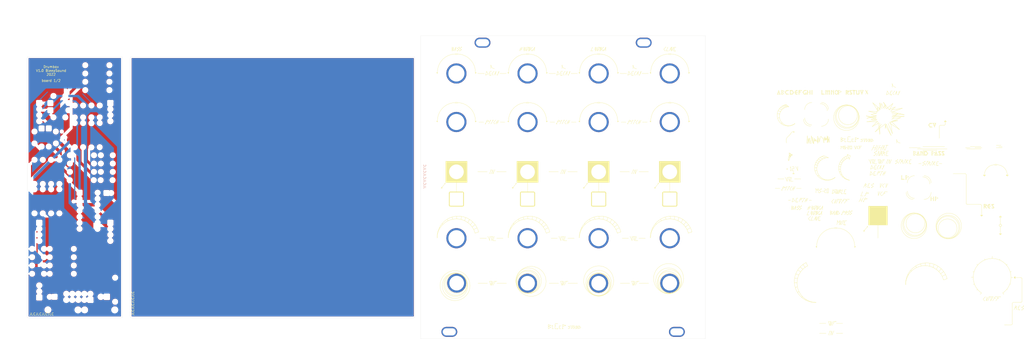
<source format=kicad_pcb>
(kicad_pcb (version 20211014) (generator pcbnew)
  (layers (0 "F.Cu" signal) (31 "B.Cu" signal) (34 "B.Paste" user) (35 "F.Paste" user) (36 "B.SilkS" user "B.Silkscreen") (37 "F.SilkS" user "F.Silkscreen") (38 "B.Mask" user) (39 "F.Mask" user) (44 "Edge.Cuts" user))
  (net 0 "")
  (footprint "Synth:Doepfer Mounting hole" (layer "F.Cu") (at 276.5 25.5)
    (fp_text reference "REF**" hide)
    (fp_text value "Doepfer Mounting hole")
    (pad "1" thru_hole oval locked (at 0 0) (size 6.7 4.2) (drill oval 5.5 3) (layers *.Cu *.Mask))
  )
  (footprint "Synth:Doepfer Mounting hole" (layer "F.Cu") (at 208.5 25.5)
    (fp_text reference "REF**" hide)
    (fp_text value "Doepfer Mounting hole")
    (pad "1" thru_hole oval locked (at 0 0) (size 6.7 4.2) (drill oval 5.5 3) (layers *.Cu *.Mask))
  )
  (footprint "" (layer "F.Cu") (at 290.5 147.5)
    (fp_text reference "" (at 0 0) (layer "F.SilkS") (effects (font (size 1.27 1.27))))
    (fp_text value "" (at 0 0) (layer "F.SilkS") (effects (font (size 1.27 1.27))))
    (pad "1" thru_hole oval locked (at 0 0) (size 6.7 4.2) (drill oval 5.5 3) (layers *.Cu *.Mask))
  )
  (footprint "" (layer "F.Cu") (at 194.5 147.5)
    (fp_text reference "" (at 0 0) (layer "F.SilkS") (effects (font (size 1.27 1.27))))
    (fp_text value "" (at 0 0) (layer "F.SilkS") (effects (font (size 1.27 1.27))))
    (pad "1" thru_hole oval locked (at 0 0) (size 6.7 4.2) (drill oval 5.5 3) (layers *.Cu *.Mask))
  )
  (gr_line (start 338.525 87.8) (end 338.625 87.7) (layer "F.SilkS") (width 0.12))
  (gr_line (start 256.025 27.4) (end 256.025 29) (layer "F.SilkS") (width 0.12))
  (gr_line (start 361.747299 91.688432) (end 361.847299 91.588432) (layer "F.SilkS") (width 0.12))
  (gr_line (start 347.747299 65.438432) (end 348.247299 68.138432) (layer "F.SilkS") (width 0.12))
  (gr_line (start 248.9 146.2) (end 249.9 145.8) (layer "F.SilkS") (width 0.12))
  (gr_line (start 433.797299 137.688432) (end 433.597299 138.188432) (layer "F.SilkS") (width 0.12))
  (gr_poly (pts (xy 426.997299 106.588432) (xy 426.497299 106.088432) (xy 427.497299 106.088432)) (layer "F.SilkS") (width 0.1) (fill solid))
  (gr_line (start 258.325 27.4) (end 257.825 29) (layer "F.SilkS") (width 0.12))
  (gr_line (start 379.447299 76.538432) (end 379.347299 76.538432) (layer "F.SilkS") (width 0.12))
  (gr_line (start 272.5 109) (end 272 107.3) (layer "F.SilkS") (width 0.12))
  (gr_line (start 347.047299 68.138432) (end 347.247299 64.838432) (layer "F.SilkS") (width 0.12))
  (gr_line (start 365.847299 45.838432) (end 365.847299 45.638432) (layer "F.SilkS") (width 0.12))
  (gr_line (start 378.9 47.5) (end 380 47) (layer "F.SilkS") (width 0.12))
  (gr_line (start 384.2 46.8) (end 384.2 45.9) (layer "F.SilkS") (width 0.12))
  (gr_line (start 369.450852 104.941985) (end 370.950852 103.041985) (layer "F.SilkS") (width 0.12))
  (gr_line (start 212.5 109) (end 212 107.3) (layer "F.SilkS") (width 0.12))
  (gr_line (start 359.847299 46.138432) (end 359.847299 46.238432) (layer "F.SilkS") (width 0.12))
  (gr_circle (center 390.747299 102.338432) (end 392.547299 106.938432) (layer "F.SilkS") (width 0.12) (fill none))
  (gr_arc (start 350.3 99.3) (mid 350.417157 99.017157) (end 350.7 98.9) (layer "F.SilkS") (width 0.12))
  (gr_circle (center 229 126.186523) (end 232.1 131.686523) (layer "F.SilkS") (width 0.12) (fill none))
  (gr_line (start 354.447299 66.038432) (end 354.847299 67.538432) (layer "F.SilkS") (width 0.12))
  (gr_line (start 351.747299 47.338432) (end 352.747299 47.338432) (layer "F.SilkS") (width 0.12))
  (gr_line (start 424.147299 93.838432) (end 423.447299 93.838432) (layer "F.SilkS") (width 0.12))
  (gr_line (start 436.897299 136.588432) (end 436.897299 136.788432) (layer "F.SilkS") (width 0.12))
  (gr_line (start 342.647299 46.438432) (end 342.647299 46.238432) (layer "F.SilkS") (width 0.12))
  (gr_line (start 282.75 84.85) (end 282.45 84.85) (layer "F.SilkS") (width 0.12))
  (gr_arc (start 337.538834 74.80457) (mid 337.696098 74.793888) (end 337.847299 74.838432) (layer "F.SilkS") (width 0.12))
  (gr_line (start 394.847299 73.038432) (end 395.847299 73.038432) (layer "F.SilkS") (width 0.12))
  (gr_line (start 335.747299 45.938432) (end 334.847299 45.638432) (layer "F.SilkS") (width 0.12))
  (gr_line (start 384.2 46.8) (end 384.7 45.9) (layer "F.SilkS") (width 0.12))
  (gr_line (start 346.9 94.4) (end 346 96) (layer "F.SilkS") (width 0.12))
  (gr_line (start 345.147299 45.638432) (end 344.147299 45.638432) (layer "F.SilkS") (width 0.12))
  (gr_line (start 215.425 58.2) (end 214.525 59.8) (layer "F.SilkS") (width 0.12))
  (gr_line (start 376.647299 77.238432) (end 375.847299 78.838432) (layer "F.SilkS") (width 0.12))
  (gr_line (start 242.35 127.85) (end 243.35 126.15) (layer "F.SilkS") (width 0.12))
  (gr_line (start 357.347299 46.238432) (end 357.747299 45.638432) (layer "F.SilkS") (width 0.12))
  (gr_line (start 241.925 58.2) (end 241.725 58.3) (layer "F.SilkS") (width 0.12))
  (gr_line (start 341.2 126.8) (end 340.1 126.8) (layer "F.SilkS") (width 0.12))
  (gr_line (start 361.6 102.35) (end 361.4 102.55) (layer "F.SilkS") (width 0.12))
  (gr_line (start 244.5 80) (end 248.5 80) (layer "F.SilkS") (width 0.12))
  (gr_line (start 337.747299 73.438432) (end 338.447299 73.738432) (layer "F.SilkS") (width 0.12))
  (gr_line (start 334.147299 47.338432) (end 333.447299 45.638432) (layer "F.SilkS") (width 0.12))
  (gr_line (start 269.925 59.7) (end 269.725 59.8) (layer "F.SilkS") (width 0.12))
  (gr_line (start 337.747299 52.538432) (end 336.633911 51.609605) (layer "F.SilkS") (width 0.12))
  (gr_line (start 197 51) (end 198 51) (layer "F.SilkS") (width 0.12))
  (gr_line (start 364.247299 70.338432) (end 364.347299 70.238432) (layer "F.SilkS") (width 0.12))
  (gr_line (start 338.047299 74.138432) (end 337.747299 74.038432) (layer "F.SilkS") (width 0.12))
  (gr_line (start 357.8 148.15) (end 360.5 148.15) (layer "F.SilkS") (width 0.12))
  (gr_line (start 381.2 47.5) (end 381 47.3) (layer "F.SilkS") (width 0.12))
  (gr_line (start 359.547299 77.838432) (end 358.847299 77.738432) (layer "F.SilkS") (width 0.12))
  (gr_line (start 401.747299 72.838432) (end 400.947299 72.838432) (layer "F.SilkS") (width 0.12))
  (gr_line (start 370.147299 45.838432) (end 371.047299 47.238432) (layer "F.SilkS") (width 0.12))
  (gr_line (start 378.947299 72.038432) (end 379.347299 72.038432) (layer "F.SilkS") (width 0.12))
  (gr_line (start 360.697299 96.488432) (end 359.997299 98.088432) (layer "F.SilkS") (width 0.12))
  (gr_line (start 336.947299 52.638432) (end 335.847299 51.838432) (layer "F.SilkS") (width 0.12))
  (gr_line (start 242.1 146) (end 242.3 146.2) (layer "F.SilkS") (width 0.12))
  (gr_line (start 244.2 37.6) (end 244.1 39.2) (layer "F.SilkS") (width 0.12))
  (gr_line (start 426.184799 133.388432) (end 426.284799 133.288432) (layer "F.SilkS") (width 0.12))
  (gr_line (start 375.347299 74.838432) (end 376.247299 74.838432) (layer "F.SilkS") (width 0.12))
  (gr_line (start 340.7 77.8) (end 341.5 79.5) (layer "F.SilkS") (width 0.12))
  (gr_line (start 375.350852 101.691985) (end 375.350852 107.941985) (layer "F.SilkS") (width 0.12))
  (gr_line (start 371.147299 67.338432) (end 371.347299 67.338432) (layer "F.SilkS") (width 0.12))
  (gr_line (start 362.247299 69.738432) (end 362.147299 69.638432) (layer "F.SilkS") (width 0.12))
  (gr_line (start 242.35 126.15) (end 241.95 127.85) (layer "F.SilkS") (width 0.12))
  (gr_arc (start 346.947299 60.738432) (mid 344.825979 59.859752) (end 343.947299 57.738432) (layer "F.SilkS") (width 0.12))
  (gr_line (start 402.447299 71.538432) (end 402.847299 72.038432) (layer "F.SilkS") (width 0.12))
  (gr_line (start 352.066305 74.528392) (end 350.866305 74.028392) (layer "F.SilkS") (width 0.12))
  (gr_line (start 242.9 79.15) (end 242.9 80.85) (layer "F.SilkS") (width 0.12))
  (gr_line (start 375.747299 71.238432) (end 375.747299 73.238432) (layer "F.SilkS") (width 0.12))
  (gr_line (start 350.8 96) (end 351.15 95.5) (layer "F.SilkS") (width 0.12))
  (gr_line (start 236.3 146.2) (end 237.3 145.6) (layer "F.SilkS") (width 0.12))
  (gr_line (start 352.866305 83.228392) (end 352.766305 83.428392) (layer "F.SilkS") (width 0.12))
  (gr_line (start 241.4 80.85) (end 242.2 79.15) (layer "F.SilkS") (width 0.12))
  (gr_line (start 420.572299 132.738432) (end 420.672299 132.838432) (layer "F.SilkS") (width 0.12))
  (gr_line (start 383.647299 55.388432) (end 381.147299 56.888432) (layer "F.SilkS") (width 0.12))
  (gr_line (start 348.947299 67.138432) (end 349.147299 66.438432) (layer "F.SilkS") (width 0.12))
  (gr_line (start 374.147299 74.838432) (end 374.047299 74.838432) (layer "F.SilkS") (width 0.12))
  (gr_line (start 240.9 146.2) (end 241.7 146.2) (layer "F.SilkS") (width 0.12))
  (gr_circle (center 257.5 127.5) (end 255.7 122.9) (layer "F.SilkS") (width 0.12) (fill none))
  (gr_line (start 340.347299 46.838432) (end 340.747299 47.338432) (layer "F.SilkS") (width 0.12))
  (gr_line (start 212.2 79.15) (end 212.3 79.35) (layer "F.SilkS") (width 0.12))
  (gr_line (start 423.122299 132.738432) (end 423.922299 132.738432) (layer "F.SilkS") (width 0.12))
  (gr_line (start 340.947299 47.338432) (end 340.347299 46.538432) (layer "F.SilkS") (width 0.12))
  (gr_line (start 289.9 29) (end 289.7 29.2) (layer "F.SilkS") (width 0.12))
  (gr_line (start 336.847299 45.838432) (end 337.447299 45.838432) (layer "F.SilkS") (width 0.12))
  (gr_arc (start 219.5 38.1) (mid 221.634567 32.646699) (end 227 30.3) (layer "F.SilkS") (width 0.12))
  (gr_line (start 358.3 100.65) (end 358 102.35) (layer "F.SilkS") (width 0.12))
  (gr_arc (start 225 94.5) (mid 224.646447 94.353553) (end 224.5 94) (layer "F.SilkS") (width 0.4))
  (gr_line (start 351.547299 47.338432) (end 351.747299 47.338432) (layer "F.SilkS") (width 0.12))
  (gr_line (start 355.847299 45.638432) (end 355.847299 47.338432) (layer "F.SilkS") (width 0.12))
  (gr_arc (start 390.747299 91.138432) (mid 388.625979 90.259752) (end 387.747299 88.138432) (layer "F.SilkS") (width 0.12))
  (gr_line (start 350.7 96.6) (end 350.8 96.7) (layer "F.SilkS") (width 0.12))
  (gr_line (start 351 94.4) (end 351.1 94.5) (layer "F.SilkS") (width 0.12))
  (gr_line (start 356.747299 47.338432) (end 356.547299 47.338432) (layer "F.SilkS") (width 0.12))
  (gr_line (start 227 30.5) (end 228 30.5) (layer "F.SilkS") (width 0.12))
  (gr_circle (center 287 125) (end 290.1 130.5) (layer "F.SilkS") (width 0.12) (fill none))
  (gr_line (start 395.047299 71.538432) (end 394.847299 71.338432) (layer "F.SilkS") (width 0.12))
  (gr_line (start 333.747299 57.138432) (end 333.047299 57.338432) (layer "F.SilkS") (width 0.12))
  (gr_line (start 334.647299 45.638432) (end 334.847299 45.638432) (layer "F.SilkS") (width 0.12))
  (gr_line (start 359.747299 81.238432) (end 360.047299 81.038432) (layer "F.SilkS") (width 0.12))
  (gr_line (start 415.397299 122.088432) (end 415.857299 122.228432) (layer "F.SilkS") (width 0.12))
  (gr_line (start 356.947299 96.488432) (end 356.147299 98.088432) (layer "F.SilkS") (width 0.12))
  (gr_line (start 398.7 76.6) (end 399.6 75.7) (layer "F.SilkS") (width 0.12))
  (gr_line (start 364.247299 45.838432) (end 363.547299 45.838432) (layer "F.SilkS") (width 0.12))
  (gr_line (start 339.9 78.7) (end 339.1 78.7) (layer "F.SilkS") (width 0.12))
  (gr_line (start 354.047299 47.338432) (end 354.047299 45.638432) (layer "F.SilkS") (width 0.12))
  (gr_line (start 378.222299 89.088432) (end 378.322299 88.988432) (layer "F.SilkS") (width 0.12))
  (gr_line (start 433.497299 136.488432) (end 432.697299 138.188432) (layer "F.SilkS") (width 0.12))
  (gr_line (start 375.397299 58.888432) (end 370.647299 58.888432) (layer "F.SilkS") (width 0.12))
  (gr_line (start 358.497299 96.488432) (end 358.097299 98.088432) (layer "F.SilkS") (width 0.12))
  (gr_arc (start 279.5 58.6) (mid 281.634567 53.146699) (end 287 50.8) (layer "F.SilkS") (width 0.12))
  (gr_poly (pts (xy 249.1 38.1) (xy 249.5 38.1) (xy 249.5 38.5)) (layer "F.SilkS") (width 0.12) (fill solid))
  (gr_circle (center 196.9 128) (end 198.9 133) (layer "F.SilkS") (width 0.12) (fill none))
  (gr_line (start 367.447299 45.638432) (end 367.447299 46.838432) (layer "F.SilkS") (width 0.12))
  (gr_line (start 367.147299 65.938432) (end 365.747299 66.338432) (layer "F.SilkS") (width 0.12))
  (gr_line (start 353.947299 64.838432) (end 353.947299 67.638432) (layer "F.SilkS") (width 0.12))
  (gr_line (start 358.6 101.4) (end 358.3 100.65) (layer "F.SilkS") (width 0.12))
  (gr_line (start 426.997299 103.088432) (end 426.997299 106.088432) (layer "F.SilkS") (width 0.12))
  (gr_line (start 363.147299 70.338432) (end 363.247299 70.238432) (layer "F.SilkS") (width 0.12))
  (gr_line (start 332.847299 47.338432) (end 334.147299 47.338432) (layer "F.SilkS") (width 0.12))
  (gr_line (start 350.597299 88.888432) (end 350.597299 88.688432) (layer "F.SilkS") (width 0.12))
  (gr_line (start 343.147299 45.638432) (end 342.147299 45.638432) (layer "F.SilkS") (width 0.12))
  (gr_circle (center 227.75 126.35) (end 225.95 121.75) (layer "F.SilkS") (width 0.12) (fill none))
  (gr_line (start 371.747299 67.338432) (end 372.547299 66.138432) (layer "F.SilkS") (width 0.12))
  (gr_arc (start 258 50.8) (mid 263.350137 53.161407) (end 265.5 58.6) (layer "F.SilkS") (width 0.12))
  (gr_line (start 260.956174 100.649395) (end 261.356174 99.349395) (layer "F.SilkS") (width 0.12))
  (gr_line (start 376.547299 78.038432) (end 376.247299 78.038432) (layer "F.SilkS") (width 0.12))
  (gr_line (start 362.447299 46.538432) (end 362.947299 47.338432) (layer "F.SilkS") (width 0.12))
  (gr_line (start 372.247299 78.838432) (end 373.347299 78.338432) (layer "F.SilkS") (width 0.12))
  (gr_line (start 418.547299 93.738432) (end 413.047299 93.738432) (layer "F.SilkS") (width 0.12))
  (gr_line (start 372.347299 79.838432) (end 371.947299 81.438432) (layer "F.SilkS") (width 0.12))
  (gr_line (start 387.047299 81.538432) (end 387.247299 81.538432) (layer "F.SilkS") (width 0.12))
  (gr_line (start 367.547299 69.738432) (end 367.647299 69.638432) (layer "F.SilkS") (width 0.12))
  (gr_line (start 221.556174 101.749395) (end 221.756174 102.149395) (layer "F.SilkS") (width 0.12))
  (gr_line (start 372.947299 66.138432) (end 373.347299 66.938432) (layer "F.SilkS") (width 0.12))
  (gr_line (start 403.347299 72.738432) (end 403.147299 73.038432) (layer "F.SilkS") (width 0.12))
  (gr_line (start 348.766305 79.528392) (end 349.566305 79.428392) (layer "F.SilkS") (width 0.12))
  (gr_line (start 362.547299 70.338432) (end 362.647299 70.238432) (layer "F.SilkS") (width 0.12))
  (gr_line (start 257.5 83.25) (end 257.5 88.5) (layer "F.SilkS") (width 0.12))
  (gr_line (start 362.347299 72.638432) (end 363.647299 73.238432) (layer "F.SilkS") (width 0.12))
  (gr_line (start 349.8 94.4) (end 349.3 96) (layer "F.SilkS") (width 0.12))
  (gr_line (start 403.347299 72.738432) (end 402.947299 72.238432) (layer "F.SilkS") (width 0.12))
  (gr_line (start 421.647299 94.838432) (end 422.047299 95.338432) (layer "F.SilkS") (width 0.12))
  (gr_line (start 197 50.6) (end 198 50.6) (layer "F.SilkS") (width 0.12))
  (gr_line (start 222.75 84.85) (end 222.45 84.85) (layer "F.SilkS") (width 0.12))
  (gr_line (start 401.947299 72.738432) (end 401.747299 73.038432) (layer "F.SilkS") (width 0.12))
  (gr_line (start 436.097299 125.088432) (end 436.097299 134.588432) (layer "F.SilkS") (width 0.12))
  (gr_line (start 198.75 27.9) (end 199.65 28.4) (layer "F.SilkS") (width 0.12))
  (gr_line (start 348.247299 68.138432) (end 348.547299 65.838432) (layer "F.SilkS") (width 0.12))
  (gr_line (start 354.95 144.85) (end 354.45 143.15) (layer "F.SilkS") (width 0.12))
  (gr_line (start 402.247299 71.638432) (end 402.647299 72.138432) (layer "F.SilkS") (width 0.12))
  (gr_line (start 420.047299 93.638432) (end 420.247299 93.638432) (layer "F.SilkS") (width 0.12))
  (gr_line (start 350.9 100.5) (end 350.7 100.7) (layer "F.SilkS") (width 0.12))
  (gr_line (start 240.8 107.3) (end 240.7 107.3) (layer "F.SilkS") (width 0.12))
  (gr_line (start 245.7 145) (end 244.7 145.2) (layer "F.SilkS") (width 0.12))
  (gr_line (start 224.5 89) (end 224.5 94) (layer "F.SilkS") (width 0.4))
  (gr_line (start 386.397299 55.888432) (end 381.147299 55.388432) (layer "F.SilkS") (width 0.12))
  (gr_line (start 370.747299 66.138432) (end 370.347299 67.338432) (layer "F.SilkS") (width 0.12))
  (gr_line (start 211.4 80.85) (end 212.2 79.15) (layer "F.SilkS") (width 0.12))
  (gr_line (start 349.45 98.9) (end 349.35 100.5) (layer "F.SilkS") (width 0.12))
  (gr_line (start 336.25 82.3) (end 337.05 84) (layer "F.SilkS") (width 0.12))
  (gr_line (start 345.747299 68.038432) (end 346.047299 65.938432) (layer "F.SilkS") (width 0.12))
  (gr_line (start 350.066305 76.428392) (end 349.166305 76.028392) (layer "F.SilkS") (width 0.12))
  (gr_line (start 395.647299 72.838432) (end 395.047299 72.838432) (layer "F.SilkS") (width 0.12))
  (gr_line (start 192.75 84.85) (end 192.45 84.85) (layer "F.SilkS") (width 0.12))
  (gr_line (start 357.65 143.15) (end 357.55 143.35) (layer "F.SilkS") (width 0.12))
  (gr_line (start 400.547299 73.038432) (end 399.847299 71.338432) (layer "F.SilkS") (width 0.12))
  (gr_arc (start 198 30.3) (mid 203.350137 32.661407) (end 205.5 38.1) (layer "F.SilkS") (width 0.12))
  (gr_arc (start 211.5 38) (mid 211.617157 37.717157) (end 211.9 37.6) (layer "F.SilkS") (width 0.12))
  (gr_arc (start 279.356174 107.849395) (mid 286.48971 99.91768) (end 295.356174 105.849395) (layer "F.SilkS") (width 0.12))
  (gr_line (start 272.575 58.2) (end 273.275 58.2) (layer "F.SilkS") (width 0.12))
  (gr_line (start 389.197299 121.488432) (end 389.397299 121.888432) (layer "F.SilkS") (width 0.12))
  (gr_line (start 434.397299 138.188432) (end 435.097299 138.188432) (layer "F.SilkS") (width 0.12))
  (gr_line (start 337.45 82.3) (end 338.35 82.3) (layer "F.SilkS") (width 0.12))
  (gr_line (start 342.75 122.15) (end 341.474967 121.466834) (layer "F.SilkS") (width 0.12))
  (gr_line (start 274.025 58.2) (end 274.125 58.3) (layer "F.SilkS") (width 0.12))
  (gr_line (start 355.1 148.85) (end 355 148.85) (layer "F.SilkS") (width 0.12))
  (gr_line (start 366.247299 45.638432) (end 366.447299 45.638432) (layer "F.SilkS") (width 0.12))
  (gr_poly (pts (xy 365.5 111.9) (xy 365.5 111.5) (xy 365.9 111.5)) (layer "F.SilkS") (width 0.12) (fill solid))
  (gr_line (start 380 47) (end 379.3 45.9) (layer "F.SilkS") (width 0.12))
  (gr_line (start 353.397299 87.788432) (end 352.597299 87.988432) (layer "F.SilkS") (width 0.12))
  (gr_line (start 400.7 77.3) (end 400.5 77.1) (layer "F.SilkS") (width 0.12))
  (gr_line (start 212.06066 36.43934) (end 212.06066 34.93934) (layer "F.SilkS") (width 0.12))
  (gr_line (start 363.347299 45.938432) (end 363.747299 46.438432) (layer "F.SilkS") (width 0.12))
  (gr_line (start 398.247299 71.338432) (end 399.247299 71.838432) (layer "F.SilkS") (width 0.12))
  (gr_line (start 373.947299 70.838432) (end 373.847299 70.838432) (layer "F.SilkS") (width 0.12))
  (gr_line (start 379.547299 74.838432) (end 379.347299 74.938432) (layer "F.SilkS") (width 0.12))
  (gr_line (start 227 51) (end 228 51) (layer "F.SilkS") (width 0.12))
  (gr_line (start 418.747299 70.338432) (end 412.747299 70.338432) (layer "F.SilkS") (width 0.12))
  (gr_circle (center 287 126.75) (end 284 123.15) (layer "F.SilkS") (width 0.12) (fill none))
  (gr_line (start 371.547299 66.138432) (end 371.347299 66.138432) (layer "F.SilkS") (width 0.12))
  (gr_line (start 242.3 144.4) (end 242.3 146.2) (layer "F.SilkS") (width 0.12))
  (gr_line (start 288.1 27.4) (end 287.3 29) (layer "F.SilkS") (width 0.12))
  (gr_line (start 345.547299 45.738432) (end 345.747299 45.638432) (layer "F.SilkS") (width 0.12))
  (gr_line (start 346.1 96.6) (end 346 96.6) (layer "F.SilkS") (width 0.12))
  (gr_line (start 355.847299 45.638432) (end 356.547299 46.538432) (layer "F.SilkS") (width 0.12))
  (gr_line (start 434.597299 137.388432) (end 434.897299 137.388432) (layer "F.SilkS") (width 0.12))
  (gr_line (start 379.547299 74.838432) (end 379.647299 75.038432) (layer "F.SilkS") (width 0.12))
  (gr_line (start 364.347299 45.638432) (end 363.547299 45.638432) (layer "F.SilkS") (width 0.12))
  (gr_line (start 420.247299 93.638432) (end 421.247299 93.838432) (layer "F.SilkS") (width 0.12))
  (gr_poly (pts (xy 295.5 59) (xy 295.5 58.6) (xy 295.9 58.6)) (layer "F.SilkS") (width 0.12) (fill solid))
  (gr_line (start 356.95 143.15) (end 355.95 144.85) (layer "F.SilkS") (width 0.12))
  (gr_line (start 423.447299 93.838432) (end 423.847299 94.338432) (layer "F.SilkS") (width 0.12))
  (gr_line (start 274.1 38.4) (end 273.8 38.4) (layer "F.SilkS") (width 0.12))
  (gr_line (start 363.397299 96.488432) (end 363.397299 96.688432) (layer "F.SilkS") (width 0.12))
  (gr_arc (start 344.447299 53.738432) (mid 345.325979 51.617112) (end 347.447299 50.738432) (layer "F.SilkS") (width 0.12))
  (gr_line (start 270.2 37.6) (end 269.8 39.2) (layer "F.SilkS") (width 0.12))
  (gr_line (start 338.447299 73.738432) (end 338.047299 74.138432) (layer "F.SilkS") (width 0.12))
  (gr_line (start 396.147299 72.238432) (end 395.547299 71.338432) (layer "F.SilkS") (width 0.12))
  (gr_line (start 272 36.5) (end 272 35) (layer "F.SilkS") (width 0.12))
  (gr_line (start 230 94.5) (end 225 94.5) (layer "F.SilkS") (width 0.4))
  (gr_line (start 361.347299 65.938432) (end 361.147299 66.138432) (layer "F.SilkS") (width 0.12))
  (gr_line (start 197.3 27.4) (end 197.2 29) (layer "F.SilkS") (width 0.12))
  (gr_line (start 338.047299 72.438432) (end 338.447299 72.138432) (layer "F.SilkS") (width 0.12))
  (gr_line (start 342.1 94.9) (end 343 95.4) (layer "F.SilkS") (width 0.12))
  (gr_line (start 399.647299 90.538432) (end 399.647299 92.238432) (layer "F.SilkS") (width 0.12))
  (gr_line (start 241.925 58.2) (end 242.025 58.4) (layer "F.SilkS") (width 0.12))
  (gr_line (start 343 95.4) (end 342.2 96) (layer "F.SilkS") (width 0.12))
  (gr_line (start 341.5 79.5) (end 341.5 77.8) (layer "F.SilkS") (width 0.12))
  (gr_line (start 361.3 101) (end 360.8 102.35) (layer "F.SilkS") (width 0.12))
  (gr_line (start 370.147299 45.538432) (end 371.047299 46.938432) (layer "F.SilkS") (width 0.12))
  (gr_line (start 195.65 29) (end 196.45 28.5) (layer "F.SilkS") (width 0.12))
  (gr_line (start 374.847299 68.838432) (end 374.747299 68.838432) (layer "F.SilkS") (width 0.12))
  (gr_line (start 338.5 77.9) (end 338.5 79.5) (layer "F.SilkS") (width 0.12))
  (gr_line (start 336.847299 47.138432) (end 337.447299 47.138432) (layer "F.SilkS") (width 0.12))
  (gr_line (start 395.847299 71.338432) (end 394.847299 71.338432) (layer "F.SilkS") (width 0.12))
  (gr_line (start 334.925 87.7) (end 334.725 87.8) (layer "F.SilkS") (width 0.12))
  (gr_line (start 383.8 47.5) (end 384 47.4) (layer "F.SilkS") (width 0.12))
  (gr_line (start 345.8 95.2) (end 346.6 95.2) (layer "F.SilkS") (width 0.12))
  (gr_line (start 214.6 127) (end 218.6 127) (layer "F.SilkS") (width 0.12))
  (gr_line (start 381.047299 74.838432) (end 380.947299 74.838432) (layer "F.SilkS") (width 0.12))
  (gr_line (start 345.147299 46.638432) (end 344.747299 46.638432) (layer "F.SilkS") (width 0.12))
  (gr_line (start 245.1 38.5) (end 245.6 37.6) (layer "F.SilkS") (width 0.12))
  (gr_line (start 435.897299 137.188432) (end 436.797299 137.688432) (layer "F.SilkS") (width 0.12))
  (gr_arc (start 358 103.7) (mid 363.350137 106.061407) (end 365.5 111.5) (layer "F.SilkS") (width 0.12))
  (gr_poly (pts (xy 205.5 59) (xy 205.5 58.6) (xy 205.9 58.6)) (layer "F.SilkS") (width 0.12) (fill solid))
  (gr_line (start 335.7 83) (end 333 83) (layer "F.SilkS") (width 0.12))
  (gr_line (start 346.1 96.6) (end 345.4 98.2) (layer "F.SilkS") (width 0.12))
  (gr_line (start 373.747299 78.838432) (end 374.447299 78.838432) (layer "F.SilkS") (width 0.12))
  (gr_line (start 397.6 77.3) (end 398.4 75.6) (layer "F.SilkS") (width 0.12))
  (gr_line (start 357.697299 96.488432) (end 357.697299 98.088432) (layer "F.SilkS") (width 0.12))
  (gr_line (start 374.147299 63.138432) (end 376.897299 59.888432) (layer "F.SilkS") (width 0.12))
  (gr_line (start 393.347299 71.338432) (end 393.547299 71.338432) (layer "F.SilkS") (width 0.12))
  (gr_line (start 339.047299 72.638432) (end 338.847299 72.938432) (layer "F.SilkS") (width 0.12))
  (gr_line (start 380.897299 64.638432) (end 378.897299 59.888432) (layer "F.SilkS") (width 0.12))
  (gr_line (start 435.197299 138.188432) (end 434.997299 138.388432) (layer "F.SilkS") (width 0.12))
  (gr_line (start 212.1 80.85) (end 212.9 79.15) (layer "F.SilkS") (width 0.12))
  (gr_line (start 414.247299 69.838432) (end 412.247299 69.838432) (layer "F.SilkS") (width 0.12))
  (gr_line (start 204.796174 104.319395) (end 206.156174 103.649395) (layer "F.SilkS") (width 0.12))
  (gr_poly (pts (xy 427.497299 99.088432) (xy 426.497299 99.088432) (xy 426.997299 98.588432)) (layer "F.SilkS") (width 0.1) (fill solid))
  (gr_line (start 391.647299 73.038432) (end 392.947299 73.038432) (layer "F.SilkS") (width 0.12))
  (gr_line (start 197.656174 99.849395) (end 197.656174 98.749395) (layer "F.SilkS") (width 0.12))
  (gr_line (start 373.747299 76.538432) (end 374.847299 76.538432) (layer "F.SilkS") (width 0.12))
  (gr_line (start 342 130.5) (end 341.4 130.8) (layer "F.SilkS") (width 0.12))
  (gr_line (start 402.947299 72.238432) (end 402.847299 72.038432) (layer "F.SilkS") (width 0.12))
  (gr_line (start 350.3 94.4) (end 349.8 96) (layer "F.SilkS") (width 0.12))
  (gr_line (start 387.247299 75.838432) (end 388.147299 74.938432) (layer "F.SilkS") (width 0.12))
  (gr_line (start 393.547299 71.338432) (end 394.247299 72.238432) (layer "F.SilkS") (width 0.12))
  (gr_line (start 392.947299 73.038432) (end 392.247299 71.338432) (layer "F.SilkS") (width 0.12))
  (gr_arc (start 435.597299 124.588432) (mid 435.950851 124.73488) (end 436.097299 125.088432) (layer "F.SilkS") (width 0.12))
  (gr_line (start 224.9 27.4) (end 224 29) (layer "F.SilkS") (width 0.12))
  (gr_line (start 370.097299 84.888432) (end 369.297299 86.588432) (layer "F.SilkS") (width 0.12))
  (gr_line (start 285.85 27.3) (end 285.95 27.4) (layer "F.SilkS") (width 0.12))
  (gr_line (start 398.797299 59.438432) (end 399.197299 60.538432) (layer "F.SilkS") (width 0.12))
  (gr_line (start 421.147299 95.338432) (end 420.947299 95.338432) (layer "F.SilkS") (width 0.12))
  (gr_line (start 243 109) (end 244.1 109) (layer "F.SilkS") (width 0.12))
  (gr_poly (pts (xy 235.5 38.5) (xy 235.5 38.1) (xy 235.9 38.1)) (layer "F.SilkS") (width 0.12) (fill solid))
  (gr_line (start 240.2 37.6) (end 239.8 39.2) (layer "F.SilkS") (width 0.12))
  (gr_line (start 360.647299 81.938432) (end 360.447299 82.138432) (layer "F.SilkS") (width 0.12))
  (gr_circle (center 369.450852 104.941985) (end 369.450852 104.691985) (layer "F.SilkS") (width 0.12) (fill none))
  (gr_line (start 427.747299 69.838432) (end 425.247299 69.838432) (layer "F.SilkS") (width 0.12))
  (gr_line (start 422.547299 93.838432) (end 422.647299 93.638432) (layer "F.SilkS") (width 0.12))
  (gr_line (start 352.597299 87.188432) (end 353.397299 87.288432) (layer "F.SilkS") (width 0.12))
  (gr_circle (center 251.25 86.75) (end 251.25 86.5) (layer "F.SilkS") (width 0.12) (fill none))
  (gr_line (start 267 59) (end 269 59) (layer "F.SilkS") (width 0.12))
  (gr_line (start 380.6 46.3) (end 380.4 47.5) (layer "F.SilkS") (width 0.12))
  (gr_line (start 380.647299 58.888432) (end 381.397299 63.888432) (layer "F.SilkS") (width 0.12))
  (gr_line (start 366.547299 69.438432) (end 366.547299 70.038432) (layer "F.SilkS") (width 0.12))
  (gr_line (start 341.347299 46.638432) (end 340.447299 46.638432) (layer "F.SilkS") (width 0.12))
  (gr_line (start 347 95.2) (end 347.2 95.2) (layer "F.SilkS") (width 0.12))
  (gr_line (start 436.897299 136.588432) (end 436.697299 136.488432) (layer "F.SilkS") (width 0.12))
  (gr_arc (start 357.266305 82.328392) (mid 349.22729 80.744214) (end 352.451338 73.211558) (layer "F.SilkS") (width 0.12))
  (gr_line (start 341.247299 47.138432) (end 341.347299 47.338432) (layer "F.SilkS") (width 0.12))
  (gr_line (start 215.1 38.5) (end 215.6 37.6) (layer "F.SilkS") (width 0.12))
  (gr_line (start 373.347299 78.338432) (end 372.647299 77.238432) (layer "F.SilkS") (width 0.12))
  (gr_line (start 357.75 143.95) (end 360.45 143.95) (layer "F.SilkS") (width 0.12))
  (gr_line (start 213.525 59.8) (end 213.625 59.7) (layer "F.SilkS") (width 0.12))
  (gr_line (start 360.797299 91.588432) (end 361.847299 91.588432) (layer "F.SilkS") (width 0.12))
  (gr_line (start 341.1 94.9) (end 342 95.4) (layer "F.SilkS") (width 0.12))
  (gr_line (start 359.747299 65.538432) (end 359.747299 67.338432) (layer "F.SilkS") (width 0.12))
  (gr_line (start 400.247299 70.838432) (end 394.247299 70.838432) (layer "F.SilkS") (width 0.12))
  (gr_line (start 381.6 46.8) (end 381.9 47.5) (layer "F.SilkS") (width 0.12))
  (gr_line (start 242.3 146.2) (end 242.5 146) (layer "F.SilkS") (width 0.12))
  (gr_line (start 363.747299 67.338432) (end 363.547299 67.538432) (layer "F.SilkS") (width 0.12))
  (gr_line (start 349.566305 78.328392) (end 348.666305 78.228392) (layer "F.SilkS") (width 0.12))
  (gr_line (start 258.05 27.4) (end 257 29) (layer "F.SilkS") (width 0.12))
  (gr_line (start 228.3 27.4) (end 228.3 29) (layer "F.SilkS") (width 0.12))
  (gr_arc (start 413.047299 93.738432) (mid 412.693746 93.591985) (end 412.547299 93.238432) (layer "F.SilkS") (width 0.12))
  (gr_line (start 351.747299 45.638432) (end 351.747299 47.338432) (layer "F.SilkS") (width 0.12))
  (gr_line (start 389.247299 76.538432) (end 389.047299 76.738432) (layer "F.SilkS") (width 0.12))
  (gr_line (start 382.747299 75.438432) (end 383.747299 75.838432) (layer "F.SilkS") (width 0.12))
  (gr_line (start 376.247299 68.838432) (end 376.147299 68.838432) (layer "F.SilkS") (width 0.12))
  (gr_line (start 373.647299 74.838432) (end 373.247299 76.538432) (layer "F.SilkS") (width 0.12))
  (gr_line (start 249.5 145) (end 248.9 146.2) (layer "F.SilkS") (width 0.12))
  (gr_line (start 245.1 38.5) (end 245.1 37.6) (layer "F.SilkS") (width 0.12))
  (gr_line (start 384.397299 62.138432) (end 380.897299 58.638432) (layer "F.SilkS") (width 0.12))
  (gr_line (start 236.856174 105.349395) (end 235.356174 105.849395) (layer "F.SilkS") (width 0.12))
  (gr_line (start 287.656174 99.849395) (end 287.656174 98.749395) (layer "F.SilkS") (width 0.12))
  (gr_line (start 271.925 58.2) (end 272.025 58.4) (layer "F.SilkS") (width 0.12))
  (gr_line (start 339.1 79.5) (end 339.9 79.5) (layer "F.SilkS") (width 0.12))
  (gr_line (start 336.25 82.3) (end 336.15 82.3) (layer "F.SilkS") (width 0.12))
  (gr_line (start 230.5 27.4) (end 230.4 29) (layer "F.SilkS") (width 0.12))
  (gr_line (start 241.6 109) (end 241.6 107.3) (layer "F.SilkS") (width 0.12))
  (gr_line (start 240.425 58.2) (end 239.725 59.8) (layer "F.SilkS") (width 0.12))
  (gr_line (start 246 59) (end 248 59) (layer "F.SilkS") (width 0.12))
  (gr_line (start 362.047299 45.638432) (end 363.047299 45.838432) (layer "F.SilkS") (width 0.12))
  (gr_arc (start 337.825408 64.80121) (mid 338.090165 64.292039) (end 338.586167 64.003363) (layer "F.SilkS") (width 0.12))
  (gr_line (start 272.9 107.3) (end 272.5 109) (layer "F.SilkS") (width 0.12))
  (gr_line (start 349.45 98.9) (end 349.35 98.9) (layer "F.SilkS") (width 0.12))
  (gr_line (start 355.647299 47.338432) (end 355.847299 47.338432) (layer "F.SilkS") (width 0.12))
  (gr_line (start 242.1 39.2) (end 241.9 39) (layer "F.SilkS") (width 0.12))
  (gr_line (start 226.8 28.5) (end 226 28.2) (layer "F.SilkS") (width 0.12))
  (gr_line (start 381.147299 53.888432) (end 385.647299 53.138432) (layer "F.SilkS") (width 0.12))
  (gr_line (start 226 29) (end 226.8 28.5) (layer "F.SilkS") (width 0.12))
  (gr_line (start 274.7 39.2) (end 274.9 39.1) (layer "F.SilkS") (width 0.12))
  (gr_line (start 252.75 84.85) (end 252.45 84.85) (layer "F.SilkS") (width 0.12))
  (gr_line (start 352.547299 65.638432) (end 352.847299 66.738432) (layer "F.SilkS") (width 0.12))
  (gr_line (start 271.5 38) (end 271.3 39.2) (layer "F.SilkS") (width 0.12))
  (gr_line (start 360.147299 76.238432) (end 359.447299 75.838432) (layer "F.SilkS") (width 0.12))
  (gr_line (start 288.1 27.4) (end 288 29) (layer "F.SilkS") (width 0.12))
  (gr_line (start 254.5 89) (end 254.5 94) (layer "F.SilkS") (width 0.4))
  (gr_line (start 333.847299 55.638432) (end 332.947299 55.438432) (layer "F.SilkS") (width 0.12))
  (gr_line (start 364.447299 47.038432) (end 364.247299 47.338432) (layer "F.SilkS") (width 0.12))
  (gr_line (start 394.247299 73.038432) (end 394.247299 72.238432) (layer "F.SilkS") (width 0.12))
  (gr_line (start 353.447299 45.638432) (end 353.447299 47.338432) (layer "F.SilkS") (width 0.12))
  (gr_line (start 359.197299 97.588432) (end 358.497299 96.488432) (layer "F.SilkS") (width 0.12))
  (gr_arc (start 189.5 58.6) (mid 191.634567 53.146699) (end 197 50.8) (layer "F.SilkS") (width 0.12))
  (gr_arc (start 189.5 38.1) (mid 191.634567 32.646699) (end 197 30.3) (layer "F.SilkS") (width 0.12))
  (gr_line (start 342.647299 46.238432) (end 341.947299 46.238432) (layer "F.SilkS") (width 0.12))
  (gr_line (start 349.147299 66.438432) (end 349.647299 67.338432) (layer "F.SilkS") (width 0.12))
  (gr_line (start 352.747299 47.338432) (end 352.547299 47.138432) (layer "F.SilkS") (width 0.12))
  (gr_line (start 383.747299 74.838432) (end 383.747299 75.038432) (layer "F.SilkS") (width 0.12))
  (gr_line (start 421.047299 94.038432) (end 421.047299 94.138432) (layer "F.SilkS") (width 0.12))
  (gr_arc (start 213.56066 36.43934) (mid 212.5 36) (end 212.06066 34.93934) (layer "F.SilkS") (width 0.12))
  (gr_line (start 341.2 96) (end 341.2 95.8) (layer "F.SilkS") (width 0.12))
  (gr_line (start 396.7 76.3) (end 397.3 76.8) (layer "F.SilkS") (width 0.12))
  (gr_line (start 229.55 28.4) (end 229.65 28.5) (layer "F.SilkS") (width 0.12))
  (gr_line (start 210.8 107.3) (end 210.7 107.3) (layer "F.SilkS") (width 0.12))
  (gr_line (start 365.847299 70.338432) (end 365.947299 70.238432) (layer "F.SilkS") (width 0.12))
  (gr_line (start 254.225 29) (end 255.125 29) (layer "F.SilkS") (width 0.12))
  (gr_line (start 339.325 87) (end 340.125 87) (layer "F.SilkS") (width 0.12))
  (gr_line (start 385.847299 76.038432) (end 385.647299 76.538432) (layer "F.SilkS") (width 0.12))
  (gr_line (start 275.1 38.5) (end 274.7 39.2) (layer "F.SilkS") (width 0.12))
  (gr_line (start 272.65 126.15) (end 272.35 127.85) (layer "F.SilkS") (width 0.12))
  (gr_line (start 273.95 126.15) (end 272.95 127.85) (layer "F.SilkS") (width 0.12))
  (gr_line (start 424.147299 95.338432) (end 423.447299 95.338432) (layer "F.SilkS") (width 0.12))
  (gr_line (start 376.397299 53.638432) (end 373.147299 50.888432) (layer "F.SilkS") (width 0.12))
  (gr_line (start 338.447299 45.838432) (end 338.247299 45.638432) (layer "F.SilkS") (width 0.12))
  (gr_line (start 343.4 92.7) (end 343.6 92.6) (layer "F.SilkS") (width 0.12))
  (gr_line (start 338.35 82.3) (end 337.95 84) (layer "F.SilkS") (width 0.12))
  (gr_line (start 368.797299 88.488432) (end 368.097299 90.188432) (layer "F.SilkS") (width 0.12))
  (gr_line (start 349.197299 87.188432) (end 348.997299 87.088432) (layer "F.SilkS") (width 0.12))
  (gr_line (start 352.547299 47.138432) (end 351.747299 47.138432) (layer "F.SilkS") (width 0.12))
  (gr_line (start 386.447299 83.238432) (end 386.247299 83.038432) (layer "F.SilkS") (width 0.12))
  (gr_circle (center 227.55 126.55) (end 224.55 122.95) (layer "F.SilkS") (width 0.12) (fill none))
  (gr_line (start 272.2 79.15) (end 272 79.25) (layer "F.SilkS") (width 0.12))
  (gr_line (start 357 103.5) (end 358 103.5) (layer "F.SilkS") (width 0.12))
  (gr_line (start 243.95 126.15) (end 242.95 127.85) (layer "F.SilkS") (width 0.12))
  (gr_line (start 357.547299 45.638432) (end 358.147299 45.638432) (layer "F.SilkS") (width 0.12))
  (gr_line (start 360.897299 92.238432) (end 360.997299 92.138432) (layer "F.SilkS") (width 0.12))
  (gr_line (start 435.597299 135.088432) (end 432.597299 135.088432) (layer "F.SilkS") (width 0.12))
  (gr_line (start 228.8 28.3) (end 229.3 29) (layer "F.SilkS") (width 0.12))
  (gr_line (start 361.997299 97.288432) (end 361.697299 97.288432) (layer "F.SilkS") (width 0.12))
  (gr_line (start 424.347299 95.038432) (end 424.147299 95.338432) (layer "F.SilkS") (width 0.12))
  (gr_line (start 367.547299 69.738432) (end 367.947299 69.738432) (layer "F.SilkS") (width 0.12))
  (gr_line (start 240.5 80) (end 236.5 80) (layer "F.SilkS") (width 0.12))
  (gr_line (start 364.397299 96.488432) (end 363.397299 96.988432) (layer "F.SilkS") (width 0.12))
  (gr_line (start 385.547299 74.838432) (end 384.747299 76.538432) (layer "F.SilkS") (width 0.12))
  (gr_line (start 367.547299 70.338432) (end 367.547299 69.138432) (layer "F.SilkS") (width 0.12))
  (gr_line (start 340.8 91.5) (end 340.6 92.7) (layer "F.SilkS") (width 0.12))
  (gr_line (start 353.166305 74.128392) (end 351.666305 73.528392) (layer "F.SilkS") (width 0.12))
  (gr_line (start 272.5 38.5) (end 272.8 39.2) (layer "F.SilkS") (width 0.12))
  (gr_line (start 356.547299 46.538432) (end 356.547299 45.638432) (layer "F.SilkS") (width 0.12))
  (gr_line (start 399.197299 61.138432) (end 399.797299 59.438432) (layer "F.SilkS") (width 0.12))
  (gr_line (start 338.447299 47.138432) (end 338.247299 47.338432) (layer "F.SilkS") (width 0.12))
  (gr_line (start 240.9 38.7) (end 240.2 37.6) (layer "F.SilkS") (width 0.12))
  (gr_line (start 211.925 58.2) (end 211.725 58.3) (layer "F.SilkS") (width 0.12))
  (gr_line (start 384.897299 57.138432) (end 381.147299 58.888432) (layer "F.SilkS") (width 0.12))
  (gr_line (start 401.747299 71.538432) (end 401.047299 71.538432) (layer "F.SilkS") (width 0.12))
  (gr_line (start 433.897299 137.088432) (end 433.197299 137.188432) (layer "F.SilkS") (width 0.12))
  (gr_line (start 361.347299 67.338432) (end 361.947299 67.338432) (layer "F.SilkS") (width 0.12))
  (gr_line (start 371.047299 45.538432) (end 370.147299 47.238432) (layer "F.SilkS") (width 0.12))
  (gr_line (start 285.956174 99.949395) (end 285.656174 99.149395) (layer "F.SilkS") (width 0.12))
  (gr_line (start 355.997299 89.188432) (end 357.097299 88.588432) (layer "F.SilkS") (width 0.12))
  (gr_line (start 372.497299 85.588432) (end 373.397299 86.088432) (layer "F.SilkS") (width 0.12))
  (gr_line (start 433.497299 136.488432) (end 433.897299 137.088432) (layer "F.SilkS") (width 0.12))
  (gr_line (start 358.647299 47.338432) (end 358.647299 45.638432) (layer "F.SilkS") (width 0.12))
  (gr_line (start 270.425 58.2) (end 271.325 58.6) (layer "F.SilkS") (width 0.12))
  (gr_line (start 344.947299 46.838432) (end 344.947299 47.138432) (layer "F.SilkS") (width 0.12))
  (gr_line (start 340.425 86.2) (end 339.525 87.8) (layer "F.SilkS") (width 0.12))
  (gr_line (start 242.8 39.2) (end 242.9 39.1) (layer "F.SilkS") (width 0.12))
  (gr_line (start 272.1 39.2) (end 271.9 39) (layer "F.SilkS") (width 0.12))
  (gr_line (start 403.247299 60.338432) (end 401.747299 60.338432) (layer "F.SilkS") (width 0.12))
  (gr_line (start 338.847299 72.938432) (end 339.247299 72.838432) (layer "F.SilkS") (width 0.12))
  (gr_line (start 364.247299 69.138432) (end 363.647299 69.138432) (layer "F.SilkS") (width 0.12))
  (gr_arc (start 254.5 89) (mid 254.646447 88.646447) (end 255 88.5) (layer "F.SilkS") (width 0.4))
  (gr_line (start 343.8 91.1) (end 344.7 91.1) (layer "F.SilkS") (width 0.12))
  (gr_arc (start 279.356174 107.849395) (mid 286.988178 98.773422) (end 296.856174 105.349395) (layer "F.SilkS") (width 0.12))
  (gr_line (start 213.95 126.15) (end 212.95 127.85) (layer "F.SilkS") (width 0.12))
  (gr_line (start 363.547299 45.638432) (end 363.347299 45.938432) (layer "F.SilkS") (width 0.12))
  (gr_poly (pts (xy 219.1 38.1) (xy 219.5 38.1) (xy 219.5 38.5)) (layer "F.SilkS") (width 0.12) (fill solid))
  (gr_line (start 254.925 27.4) (end 254.825 27.4) (layer "F.SilkS") (width 0.12))
  (gr_line (start 364.347299 66.138432) (end 364.347299 67.338432) (layer "F.SilkS") (width 0.12))
  (gr_line (start 367.947299 69.738432) (end 368.047299 69.638432) (layer "F.SilkS") (width 0.12))
  (gr_line (start 242.5 109) (end 242 107.3) (layer "F.SilkS") (width 0.12))
  (gr_line (start 398.847299 90.638432) (end 398.847299 92.138432) (layer "F.SilkS") (width 0.12))
  (gr_line (start 360.447299 74.538432) (end 360.947299 75.238432) (layer "F.SilkS") (width 0.12))
  (gr_line (start 388.447299 76.538432) (end 389.147299 76.538432) (layer "F.SilkS") (width 0.12))
  (gr_line (start 339.847299 46.538432) (end 339.247299 45.638432) (layer "F.SilkS") (width 0.12))
  (gr_line (start 425.759799 133.288432) (end 426.284799 133.288432) (layer "F.SilkS") (width 0.12))
  (gr_arc (start 337.56057 75.234639) (mid 337.522336 74.615993) (end 337.747299 74.038432) (layer "F.SilkS") (width 0.12))
  (gr_line (start 395.647299 71.538432) (end 395.047299 71.538432) (layer "F.SilkS") (width 0.12))
  (gr_line (start 372.947299 66.138432) (end 372.347299 67.338432) (layer "F.SilkS") (width 0.12))
  (gr_line (start 211.95 127.85) (end 211.45 126.15) (layer "F.SilkS") (width 0.12))
  (gr_line (start 392.247299 71.338432) (end 391.647299 73.038432) (layer "F.SilkS") (width 0.12))
  (gr_line (start 382.747299 76.538432) (end 382.947299 76.538432) (layer "F.SilkS") (width 0.12))
  (gr_line (start 200.5 89) (end 200.5 94) (layer "F.SilkS") (width 0.4))
  (gr_line (start 335.947299 52.938432) (end 334.947299 52.338432) (layer "F.SilkS") (width 0.12))
  (gr_line (start 359.647299 79.938432) (end 359.047299 79.938432) (layer "F.SilkS") (width 0.12))
  (gr_line (start 245.7 145) (end 245.7 145.2) (layer "F.SilkS") (width 0.12))
  (gr_line (start 346.347299 67.938432) (end 346.447299 65.738432) (layer "F.SilkS") (width 0.12))
  (gr_line (start 373.947299 78.038432) (end 374.247299 78.038432) (layer "F.SilkS") (width 0.12))
  (gr_line (start 336.047299 46.438432) (end 336.647299 47.338432) (layer "F.SilkS") (width 0.12))
  (gr_line (start 365.347299 45.838432) (end 365.847299 45.838432) (layer "F.SilkS") (width 0.12))
  (gr_arc (start 189.356174 107.849395) (mid 196.988178 98.773422) (end 206.856174 105.349395) (layer "F.SilkS") (width 0.12))
  (gr_line (start 342.147299 45.638432) (end 342.147299 47.338432) (layer "F.SilkS") (width 0.12))
  (gr_line (start 359.747299 67.338432) (end 360.747299 66.738432) (layer "F.SilkS") (width 0.12))
  (gr_line (start 337.847299 71.938432) (end 338.047299 72.438432) (layer "F.SilkS") (width 0.12))
  (gr_line (start 244.25 126.15) (end 244.65 126.15) (layer "F.SilkS") (width 0.12))
  (gr_arc (start 255 94.5) (mid 254.646447 94.353553) (end 254.5 94) (layer "F.SilkS") (width 0.4))
  (gr_line (start 341.247299 45.838432) (end 341.347299 45.638432) (layer "F.SilkS") (width 0.12))
  (gr_line (start 423.347299 95.138432) (end 423.447299 95.338432) (layer "F.SilkS") (width 0.12))
  (gr_line (start 400.7 77.3) (end 400.5 77.5) (layer "F.SilkS") (width 0.12))
  (gr_line (start 401.547299 72.238432) (end 401.447299 72.038432) (layer "F.SilkS") (width 0.12))
  (gr_line (start 423.922299 132.738432) (end 422.872299 134.438432) (layer "F.SilkS") (width 0.12))
  (gr_line (start 375.347299 79.838432) (end 376.247299 79.838432) (layer "F.SilkS") (width 0.12))
  (gr_line (start 400.5 75.7) (end 400.9 75.7) (layer "F.SilkS") (width 0.12))
  (gr_line (start 401.247299 65.838432) (end 401.247299 60.838432) (layer "F.SilkS") (width 0.12))
  (gr_line (start 343.4 91.1) (end 343.1 91.7) (layer "F.SilkS") (width 0.12))
  (gr_arc (start 350.947299 51.238432) (mid 353.068619 52.117112) (end 353.947299 54.238432) (layer "F.SilkS") (width 0.12))
  (gr_line (start 393.347299 73.038432) (end 393.347299 71.338432) (layer "F.SilkS") (width 0.12))
  (gr_line (start 335.147299 46.438432) (end 335.747299 45.938432) (layer "F.SilkS") (width 0.12))
  (gr_line (start 221.25 86.75) (end 222.75 84.85) (layer "F.SilkS") (width 0.12))
  (gr_line (start 245.1 38.5) (end 244.7 39.2) (layer "F.SilkS") (width 0.12))
  (gr_line (start 352.047299 65.838432) (end 352.547299 67.738432) (layer "F.SilkS") (width 0.12))
  (gr_line (start 242.975 58.2) (end 242.025 59.8) (layer "F.SilkS") (width 0.12))
  (gr_line (start 360.247299 69.638432) (end 360.147299 69.538432) (layer "F.SilkS") (width 0.12))
  (gr_line (start 371.397299 88.988432) (end 370.197299 89.288432) (layer "F.SilkS") (width 0.12))
  (gr_line (start 370.497299 88.588432) (end 369.797299 90.188432) (layer "F.SilkS") (width 0.12))
  (gr_line (start 395.047299 71.538432) (end 395.047299 72.838432) (layer "F.SilkS") (width 0.12))
  (gr_arc (start 361.197299 87.888432) (mid 361.314456 87.605589) (end 361.597299 87.488432) (layer "F.SilkS") (width 0.12))
  (gr_line (start 426.084799 132.738432) (end 427.134799 132.738432) (layer "F.SilkS") (width 0.12))
  (gr_line (start 376.647299 77.238432) (end 376.547299 78.838432) (layer "F.SilkS") (width 0.12))
  (gr_line (start 378.147299 59.888432) (end 380.897299 64.638432) (layer "F.SilkS") (width 0.12))
  (gr_line (start 370.347299 66.138432) (end 369.547299 66.138432) (layer "F.SilkS") (width 0.12))
  (gr_line (start 401.747299 72.838432) (end 401.347299 72.338432) (layer "F.SilkS") (width 0.12))
  (gr_line (start 365.847299 70.338432) (end 365.347299 69.138432) (layer "F.SilkS") (width 0.12))
  (gr_arc (start 189.356174 107.849395) (mid 196.48971 99.91768) (end 205.356174 105.849395) (layer "F.SilkS") (width 0.12))
  (gr_line (start 420.647299 94.538432) (end 421.147299 95.338432) (layer "F.SilkS") (width 0.12))
  (gr_line (start 360.747299 65.938432) (end 359.747299 65.538432) (layer "F.SilkS") (width 0.12))
  (gr_line (start 384.447299 74.838432) (end 385.147299 74.838432) (layer "F.SilkS") (width 0.12))
  (gr_line (start 371.797299 86.588432) (end 371.597299 86.788432) (layer "F.SilkS") (width 0.12))
  (gr_line (start 365.147299 47.338432) (end 365.347299 47.338432) (layer "F.SilkS") (width 0.12))
  (gr_line (start 363.647299 69.138432) (end 363.647299 70.338432) (layer "F.SilkS") (width 0.12))
  (gr_line (start 212.5 38.5) (end 212.8 39.2) (layer "F.SilkS") (width 0.12))
  (gr_arc (start 397.747299 88.638432) (mid 396.868619 90.759752) (end 394.747299 91.638432) (layer "F.SilkS") (width 0.12))
  (gr_line (start 397.3 76.8) (end 397.1 77.3) (layer "F.SilkS") (width 0.12))
  (gr_poly (pts (xy 223 75.5) (xy 232 75.5) (xy 232 84.5) (xy 223 84.5)) (layer "F.SilkS") (width 0.1) (fill solid))
  (gr_line (start 367.747299 91.888432) (end 368.597299 91.888432) (layer "F.SilkS") (width 0.12))
  (gr_line (start 364.397299 96.488432) (end 364.397299 96.688432) (layer "F.SilkS") (width 0.12))
  (gr_line (start 378.747299 73.238432) (end 379.647299 73.238432) (layer "F.SilkS") (width 0.12))
  (gr_line (start 362.947299 65.138432) (end 363.747299 65.138432) (layer "F.SilkS") (width 0.12))
  (gr_line (start 356.847299 97.288432) (end 356.547299 97.288432) (layer "F.SilkS") (width 0.12))
  (gr_line (start 274.2 37.6) (end 273.4 39.2) (layer "F.SilkS") (width 0.12))
  (gr_line (start 362.047299 45.638432) (end 362.047299 47.338432) (layer "F.SilkS") (width 0.12))
  (gr_line (start 260.525 27.4) (end 260.425 29) (layer "F.SilkS") (width 0.12))
  (gr_line (start 206.5 38.5) (end 209.3 38.5) (layer "F.SilkS") (width 0.12))
  (gr_line (start 198.75 27.4) (end 198.75 27.6) (layer "F.SilkS") (width 0.12))
  (gr_line (start 381.397299 63.888432) (end 379.647299 59.638432) (layer "F.SilkS") (width 0.12))
  (gr_line (start 364.347299 66.738432) (end 364.547299 66.738432) (layer "F.SilkS") (width 0.12))
  (gr_line (start 342.2 96) (end 342.4 96) (layer "F.SilkS") (width 0.12))
  (gr_line (start 259.575 28.4) (end 259.675 28.5) (layer "F.SilkS") (width 0.12))
  (gr_line (start 275.425 58.2) (end 274.525 59.8) (layer "F.SilkS") (width 0.12))
  (gr_line (start 375.397299 59.138432) (end 376.147299 64.138432) (layer "F.SilkS") (width 0.12))
  (gr_line (start 334.647299 47.338432) (end 334.647299 45.638432) (layer "F.SilkS") (width 0.12))
  (gr_line (start 338.047299 72.838432) (end 338.047299 73.438432) (layer "F.SilkS") (width 0.12))
  (gr_line (start 378.797299 84.988432) (end 378.697299 86.588432) (layer "F.SilkS") (width 0.12))
  (gr_line (start 240.3 146.2) (end 240.1 146.4) (layer "F.SilkS") (width 0.12))
  (gr_line (start 340.347299 46.138432) (end 340.747299 45.638432) (layer "F.SilkS") (width 0.12))
  (gr_line (start 239.5 144) (end 240.3 144) (layer "F.SilkS") (width 0.12))
  (gr_line (start 245.425 58.2) (end 244.525 59.8) (layer "F.SilkS") (width 0.12))
  (gr_line (start 429.887299 118.988432) (end 429.537299 119.308432) (layer "F.SilkS") (width 0.12))
  (gr_line (start 421.647299 94.138432) (end 422.047299 93.638432) (layer "F.SilkS") (width 0.12))
  (gr_line (start 372.747299 74.838432) (end 373.647299 74.838432) (layer "F.SilkS") (width 0.12))
  (gr_line (start 391.447299 71.638432) (end 390.547299 71.338432) (layer "F.SilkS") (width 0.12))
  (gr_line (start 375.497299 88.388432) (end 375.397299 88.388432) (layer "F.SilkS") (width 0.12))
  (gr_line (start 333.847299 47.338432) (end 333.447299 46.238432) (layer "F.SilkS") (width 0.12))
  (gr_poly (pts (xy 279.1 38.1) (xy 279.5 38.1) (xy 279.5 38.5)) (layer "F.SilkS") (width 0.12) (fill solid))
  (gr_line (start 199.75 27.4) (end 198.75 27.9) (layer "F.SilkS") (width 0.12))
  (gr_line (start 358.847299 45.638432) (end 358.847299 47.338432) (layer "F.SilkS") (width 0.12))
  (gr_line (start 344.947299 47.138432) (end 345.147299 47.338432) (layer "F.SilkS") (width 0.12))
  (gr_line (start 399.9 77.3) (end 400.6 77.3) (layer "F.SilkS") (width 0.12))
  (gr_circle (center 281.25 86.75) (end 281.25 86.5) (layer "F.SilkS") (width 0.12) (fill none))
  (gr_line (start 395.047299 72.838432) (end 394.847299 73.038432) (layer "F.SilkS") (width 0.12))
  (gr_circle (center 227.5 126.95) (end 224.5 123.95) (layer "F.SilkS") (width 0.12) (fill none))
  (gr_line (start 398.647299 92.238432) (end 398.847299 92.138432) (layer "F.SilkS") (width 0.12))
  (gr_line (start 237 59) (end 239 59) (layer "F.SilkS") (width 0.12))
  (gr_line (start 214.25 126.15) (end 214.65 126.15) (layer "F.SilkS") (width 0.12))
  (gr_line (start 222.75 84.85) (end 222.75 85.15) (layer "F.SilkS") (width 0.12))
  (gr_line (start 358.397299 89.188432) (end 359.597299 88.588432) (layer "F.SilkS") (width 0.12))
  (gr_line (start 358.097299 98.088432) (end 359.197299 97.588432) (layer "F.SilkS") (width 0.12))
  (gr_arc (start 431.997299 135.588432) (mid 432.143746 135.234879) (end 432.497299 135.088432) (layer "F.SilkS") (width 0.12))
  (gr_line (start 403.147299 71.538432) (end 402.447299 71.538432) (layer "F.SilkS") (width 0.12))
  (gr_line (start 336.325 86.6) (end 335.125 86.9) (layer "F.SilkS") (width 0.12))
  (gr_line (start 374.847299 71.238432) (end 373.747299 71.838432) (layer "F.SilkS") (width 0.12))
  (gr_line (start 342 95.4) (end 341.2 96) (layer "F.SilkS") (width 0.12))
  (gr_line (start 225.4 27.4) (end 224.5 29) (layer "F.SilkS") (width 0.12))
  (gr_line (start 421.747299 94.338432) (end 422.447299 94.338432) (layer "F.SilkS") (width 0.12))
  (gr_line (start 373.747299 71.838432) (end 374.647299 72.438432) (layer "F.SilkS") (width 0.12))
  (gr_line (start 191.25 86.75) (end 192.75 84.85) (layer "F.SilkS") (width 0.12))
  (gr_line (start 227.5 83.25) (end 227.5 88.5) (layer "F.SilkS") (width 0.12))
  (gr_line (start 197 30.5) (end 198 30.5) (layer "F.SilkS") (width 0.12))
  (gr_line (start 422.647299 94.338432) (end 422.647299 94.538432) (layer "F.SilkS") (width 0.12))
  (gr_line (start 361.1 101.55) (end 361.4 101.55) (layer "F.SilkS") (width 0.12))
  (gr_line (start 247.7 146.2) (end 247.9 146.2) (layer "F.SilkS") (width 0.12))
  (gr_line (start 244.025 58.2) (end 244.125 58.3) (layer "F.SilkS") (width 0.12))
  (gr_line (start 243.525 59.8) (end 243.625 59.7) (layer "F.SilkS") (width 0.12))
  (gr_line (start 274.025 58.2) (end 273.225 59.1) (layer "F.SilkS") (width 0.12))
  (gr_line (start 350.5 98.2) (end 350.85 97.7) (layer "F.SilkS") (width 0.12))
  (gr_line (start 360.647299 69.238432) (end 360.547299 69.138432) (layer "F.SilkS") (width 0.12))
  (gr_line (start 356.097299 97.588432) (end 355.297299 97.288432) (layer "F.SilkS") (width 0.12))
  (gr_line (start 243.3 37.6) (end 242.5 38.5) (layer "F.SilkS") (width 0.12))
  (gr_circle (center 426.997299 102.588432) (end 427.497299 102.588432) (layer "F.SilkS") (width 0.15) (fill none))
  (gr_line (start 361.597299 96.888432) (end 360.397299 97.188432) (layer "F.SilkS") (width 0.12))
  (gr_line (start 270.5 80) (end 266.5 80) (layer "F.SilkS") (width 0.12))
  (gr_line (start 242.575 58.2) (end 243.275 58.2) (layer "F.SilkS") (width 0.12))
  (gr_line (start 368.147299 66.338432) (end 368.947299 66.938432) (layer "F.SilkS") (width 0.12))
  (gr_line (start 348.725 94.4) (end 349.525 94.4) (layer "F.SilkS") (width 0.12))
  (gr_line (start 377.947299 68.838432) (end 377.047299 70.838432) (layer "F.SilkS") (width 0.12))
  (gr_line (start 368.297299 92.588432) (end 368.197299 92.588432) (layer "F.SilkS") (width 0.12))
  (gr_line (start 288.45 27.4) (end 288.35 27.4) (layer "F.SilkS") (width 0.12))
  (gr_line (start 370.647299 58.888432) (end 374.897299 58.138432) (layer "F.SilkS") (width 0.12))
  (gr_line (start 371.797299 86.588432) (end 371.597299 86.388432) (layer "F.SilkS") (width 0.12))
  (gr_line (start 356.297299 93.288432) (end 356.397299 93.188432) (layer "F.SilkS") (width 0.12))
  (gr_line (start 332 87) (end 334 87) (layer "F.SilkS") (width 0.12))
  (gr_line (start 197.2 28.2) (end 196.9 28.2) (layer "F.SilkS") (width 0.12))
  (gr_line (start 336.647299 47.338432) (end 337.647299 47.338432) (layer "F.SilkS") (width 0.12))
  (gr_line (start 272.975 58.2) (end 272.025 59.8) (layer "F.SilkS") (width 0.12))
  (gr_line (start 378.897299 53.388432) (end 381.647299 51.138432) (layer "F.SilkS") (width 0.12))
  (gr_line (start 398.647299 91.338432) (end 397.847299 91.338432) (layer "F.SilkS") (width 0.12))
  (gr_circle (center 257.5 126) (end 260.6 131.5) (layer "F.SilkS") (width 0.12) (fill none))
  (gr_line (start 420.222299 134.438432) (end 420.322299 134.338432) (layer "F.SilkS") (width 0.12))
  (gr_line (start 364.347299 67.338432) (end 365.147299 67.338432) (layer "F.SilkS") (width 0.12))
  (gr_line (start 227.225 27.4) (end 228.025 27.4) (layer "F.SilkS") (width 0.12))
  (gr_poly (pts (xy 265.5 59) (xy 265.5 58.6) (xy 265.9 58.6)) (layer "F.SilkS") (width 0.12) (fill solid))
  (gr_line (start 285 28.25) (end 285.5 29) (layer "F.SilkS") (width 0.12))
  (gr_line (start 360.55 100.65) (end 361.25 100.65) (layer "F.SilkS") (width 0.12))
  (gr_line (start 391.597299 120.388432) (end 391.297299 119.788432) (layer "F.SilkS") (width 0.12))
  (gr_line (start 361.347299 65.938432) (end 361.347299 67.338432) (layer "F.SilkS") (width 0.12))
  (gr_line (start 357.25 143.15) (end 357.65 143.15) (layer "F.SilkS") (width 0.12))
  (gr_line (start 391.347299 72.738432) (end 390.847299 72.138432) (layer "F.SilkS") (width 0.12))
  (gr_line (start 376.247299 76.538432) (end 377.247299 74.838432) (layer "F.SilkS") (width 0.12))
  (gr_line (start 285.85 27.3) (end 285 28.25) (layer "F.SilkS") (width 0.12))
  (gr_line (start 396.897299 60.238432) (end 397.497299 61.138432) (layer "F.SilkS") (width 0.12))
  (gr_line (start 422.647299 94.538432) (end 422.647299 94.638432) (layer "F.SilkS") (width 0.12))
  (gr_line (start 345.247299 68.038432) (end 345.547299 64.838432) (layer "F.SilkS") (width 0.12))
  (gr_line (start 337.347299 52.538432) (end 336.247299 51.738432) (layer "F.SilkS") (width 0.12))
  (gr_arc (start 249.5 58.6) (mid 251.634567 53.146699) (end 257 50.8) (layer "F.SilkS") (width 0.12))
  (gr_line (start 360.547299 75.638432) (end 359.947299 75.138432) (layer "F.SilkS") (width 0.12))
  (gr_poly (pts (xy 189.1 38.1) (xy 189.5 38.1) (xy 189.5 38.5)) (layer "F.SilkS") (width 0.12) (fill solid))
  (gr_line (start 359.447299 78.838432) (end 358.847299 78.838432) (layer "F.SilkS") (width 0.12))
  (gr_line (start 341.954967 123.486834) (end 340.7 123.1) (layer "F.SilkS") (width 0.12))
  (gr_arc (start 363.352694 83.514483) (mid 359.523843 78.931588) (end 362.947299 74.038432) (layer "F.SilkS") (width 0.12))
  (gr_line (start 424.147299 95.138432) (end 423.347299 95.138432) (layer "F.SilkS") (width 0.12))
  (gr_line (start 373.747299 68.838432) (end 373.647299 68.838432) (layer "F.SilkS") (width 0.12))
  (gr_line (start 244.2 37.6) (end 243.4 39.2) (layer "F.SilkS") (width 0.12))
  (gr_line (start 369.797299 85.588432) (end 370.397299 86.088432) (layer "F.SilkS") (width 0.12))
  (gr_line (start 242.65 126.15) (end 242.35 127.85) (layer "F.SilkS") (width 0.12))
  (gr_line (start 240.1 108) (end 237.4 108) (layer "F.SilkS") (width 0.12))
  (gr_line (start 361.8 100.65) (end 362.2 100.65) (layer "F.SilkS") (width 0.12))
  (gr_line (start 343.1 94.4) (end 343.1 94.6) (layer "F.SilkS") (width 0.12))
  (gr_line (start 373.647299 80.638432) (end 373.947299 80.638432) (layer "F.SilkS") (width 0.12))
  (gr_line (start 245.5 145.8) (end 244.7 146.2) (layer "F.SilkS") (width 0.12))
  (gr_line (start 365.347299 45.638432) (end 365.347299 47.338432) (layer "F.SilkS") (width 0.12))
  (gr_line (start 256.825 28.5) (end 256.025 28.2) (layer "F.SilkS") (width 0.12))
  (gr_line (start 360.8 102.35) (end 361.5 102.35) (layer "F.SilkS") (width 0.12))
  (gr_line (start 365.847299 45.638432) (end 365.347299 45.638432) (layer "F.SilkS") (width 0.12))
  (gr_line (start 264.126174 103.249395) (end 265.356174 102.349395) (layer "F.SilkS") (width 0.12))
  (gr_poly (pts (xy 265.5 38.5) (xy 265.5 38.1) (xy 265.9 38.1)) (layer "F.SilkS") (width 0.12) (fill solid))
  (gr_line (start 356.097299 96.888432) (end 355.297299 96.488432) (layer "F.SilkS") (width 0.12))
  (gr_line (start 361.647299 69.138432) (end 361.547299 69.038432) (layer "F.SilkS") (width 0.12))
  (gr_line (start 355.2 147.15) (end 355 147.25) (layer "F.SilkS") (width 0.12))
  (gr_line (start 436.797299 137.688432) (end 435.997299 138.288432) (layer "F.SilkS") (width 0.12))
  (gr_circle (center 197.5 127) (end 200.25 130.25) (layer "F.SilkS") (width 0.12) (fill none))
  (gr_line (start 358.347299 47.038432) (end 358.347299 45.938432) (layer "F.SilkS") (width 0.12))
  (gr_line (start 362.547299 69.738432) (end 362.647299 69.638432) (layer "F.SilkS") (width 0.12))
  (gr_line (start 337.575 86.2) (end 338.275 86.2) (layer "F.SilkS") (width 0.12))
  (gr_line (start 375.747299 71.238432) (end 374.847299 73.238432) (layer "F.SilkS") (width 0.12))
  (gr_line (start 351.397299 88.288432) (end 350.597299 88.888432) (layer "F.SilkS") (width 0.12))
  (gr_line (start 354.247299 45.638432) (end 354.847299 46.238432) (layer "F.SilkS") (width 0.12))
  (gr_line (start 347 100.5) (end 347.9 100.5) (layer "F.SilkS") (width 0.12))
  (gr_line (start 358.947299 93.288432) (end 359.197299 91.588432) (layer "F.SilkS") (width 0.12))
  (gr_line (start 359.747299 66.338432) (end 360.747299 65.938432) (layer "F.SilkS") (width 0.12))
  (gr_line (start 364.247299 47.138432) (end 363.847299 46.638432) (layer "F.SilkS") (width 0.12))
  (gr_line (start 426.084799 132.738432) (end 425.084799 134.438432) (layer "F.SilkS") (width 0.12))
  (gr_line (start 206.856174 105.349395) (end 205.356174 105.849395) (layer "F.SilkS") (width 0.12))
  (gr_line (start 355.35 143.15) (end 354.95 144.85) (layer "F.SilkS") (width 0.12))
  (gr_line (start 239.1 146.2) (end 240.3 146.2) (layer "F.SilkS") (width 0.12))
  (gr_arc (start 338.586167 64.003363) (mid 339.062227 63.208634) (end 339.987552 63.253364) (layer "F.SilkS") (width 0.12))
  (gr_line (start 257 30.5) (end 258 30.5) (layer "F.SilkS") (width 0.12))
  (gr_line (start 336.947299 45.638432) (end 336.347299 46.438432) (layer "F.SilkS") (width 0.12))
  (gr_line (start 213.3 37.6) (end 212.5 38.5) (layer "F.SilkS") (width 0.12))
  (gr_line (start 260.425 28.2) (end 260.125 28.2) (layer "F.SilkS") (width 0.12))
  (gr_line (start 212.1 39.2) (end 211.9 39.4) (layer "F.SilkS") (width 0.12))
  (gr_line (start 252.75 84.85) (end 252.75 85.15) (layer "F.SilkS") (width 0.12))
  (gr_line (start 401.847299 71.338432) (end 401.747299 71.538432) (layer "F.SilkS") (width 0.12))
  (gr_line (start 242.06066 36.43934) (end 242.06066 34.93934) (layer "F.SilkS") (width 0.12))
  (gr_line (start 259.525 27.4) (end 259.625 27.5) (layer "F.SilkS") (width 0.12))
  (gr_line (start 364.247299 70.338432) (end 364.247299 69.138432) (layer "F.SilkS") (width 0.12))
  (gr_line (start 361.647299 69.138432) (end 361.047299 69.138432) (layer "F.SilkS") (width 0.12))
  (gr_line (start 339.247299 72.838432) (end 338.447299 73.538432) (layer "F.SilkS") (width 0.12))
  (gr_line (start 226 28.2) (end 226.8 27.8) (layer "F.SilkS") (width 0.12))
  (gr_line (start 364.347299 45.638432) (end 364.247299 45.838432) (layer "F.SilkS") (width 0.12))
  (gr_line (start 337.622299 75.263432) (end 337.647298 75.238431) (layer "F.SilkS") (width 0.12))
  (gr_line (start 195.956174 99.949395) (end 195.656174 99.149395) (layer "F.SilkS") (width 0.12))
  (gr_line (start 350.547299 67.438432) (end 351.247299 65.038432) (layer "F.SilkS") (width 0.12))
  (gr_line (start 350.9 100.5) (end 350.7 100.3) (layer "F.SilkS") (width 0.12))
  (gr_line (start 354.847299 47.338432) (end 355.047299 47.338432) (layer "F.SilkS") (width 0.12))
  (gr_line (start 339.1 77.9) (end 339.9 77.9) (layer "F.SilkS") (width 0.12))
  (gr_line (start 242.5 38.5) (end 242.8 39.2) (layer "F.SilkS") (width 0.12))
  (gr_line (start 403.747299 59.838432) (end 403.747299 58.838432) (layer "F.SilkS") (width 0.12))
  (gr_line (start 383.247299 67.838432) (end 383.247299 66.338432) (layer "F.SilkS") (width 0.12))
  (gr_line (start 398.4 75.6) (end 398.2 75.7) (layer "F.SilkS") (width 0.12))
  (gr_line (start 229.3 29) (end 229.65 28.5) (layer "F.SilkS") (width 0.12))
  (gr_line (start 378.397299 51.888432) (end 378.147299 53.388432) (layer "F.SilkS") (width 0.12))
  (gr_line (start 377.097299 84.988432) (end 376.297299 86.588432) (layer "F.SilkS") (width 0.12))
  (gr_line (start 351.247299 65.038432) (end 352.047299 65.838432) (layer "F.SilkS") (width 0.12))
  (gr_line (start 357.697299 96.488432) (end 357.197299 98.088432) (layer "F.SilkS") (width 0.12))
  (gr_line (start 248.5 145) (end 248.3 146.2) (layer "F.SilkS") (width 0.12))
  (gr_line (start 228.8 27.4) (end 228.3 29) (layer "F.SilkS") (width 0.12))
  (gr_line (start 266.5 38.5) (end 269.3 38.5) (layer "F.SilkS") (width 0.12))
  (gr_line (start 367.547299 69.138432) (end 368.347299 69.138432) (layer "F.SilkS") (width 0.12))
  (gr_arc (start 371.197299 85.388432) (mid 371.314456 85.105589) (end 371.597299 84.988432) (layer "F.SilkS") (width 0.12))
  (gr_line (start 338.447299 72.138432) (end 338.347299 72.638432) (layer "F.SilkS") (width 0.12))
  (gr_line (start 271.45 126.15) (end 272.35 126.15) (layer "F.SilkS") (width 0.12))
  (gr_line (start 212.9 107.3) (end 212.5 109) (layer "F.SilkS") (width 0.12))
  (gr_line (start 347.7 98.9) (end 347.6 98.9) (layer "F.SilkS") (width 0.12))
  (gr_line (start 412.547299 93.238432) (end 412.547299 81.238432) (layer "F.SilkS") (width 0.12))
  (gr_line (start 287 50.6) (end 288 50.6) (layer "F.SilkS") (width 0.12))
  (gr_line (start 290.5 89) (end 290.5 94) (layer "F.SilkS") (width 0.4))
  (gr_line (start 397.647299 92.138432) (end 397.847299 92.238432) (layer "F.SilkS") (width 0.12))
  (gr_line (start 357.047299 93.288432) (end 358.047299 91.588432) (layer "F.SilkS") (width 0.12))
  (gr_line (start 368.547299 46.738432) (end 368.947299 45.638432) (layer "F.SilkS") (width 0.12))
  (gr_line (start 362.047299 45.838432) (end 362.847299 46.038432) (layer "F.SilkS") (width 0.12))
  (gr_line (start 339 94.4) (end 339 96) (layer "F.SilkS") (width 0.12))
  (gr_line (start 363.147299 69.738432) (end 363.247299 69.638432) (layer "F.SilkS") (width 0.12))
  (gr_line (start 398.247299 71.338432) (end 398.247299 73.038432) (layer "F.SilkS") (width 0.12))
  (gr_line (start 349.5 96.6) (end 349 98.2) (layer "F.SilkS") (width 0.12))
  (gr_line (start 352.597299 87.988432) (end 352.597299 88.488432) (layer "F.SilkS") (width 0.12))
  (gr_line (start 374.897299 57.888432) (end 370.397299 56.388432) (layer "F.SilkS") (width 0.12))
  (gr_line (start 364.247299 47.138432) (end 363.447299 47.138432) (layer "F.SilkS") (width 0.12))
  (gr_line (start 398.047299 71.338432) (end 398.247299 71.338432) (layer "F.SilkS") (width 0.12))
  (gr_line (start 348.3 94.8) (end 347.5 94.4) (layer "F.SilkS") (width 0.12))
  (gr_line (start 360.997299 89.188432) (end 361.697299 89.188432) (layer "F.SilkS") (width 0.12))
  (gr_line (start 349.781272 77.245226) (end 348.866305 76.928392) (layer "F.SilkS") (width 0.12))
  (gr_line (start 355.9 148.85) (end 356.7 147.15) (layer "F.SilkS") (width 0.12))
  (gr_line (start 390.547299 73.038432) (end 391.347299 72.738432) (layer "F.SilkS") (width 0.12))
  (gr_poly (pts (xy 419.747299 81.338432) (xy 420.747299 81.338432) (xy 420.247299 81.838432)) (layer "F.SilkS") (width 0.1) (fill solid))
  (gr_line (start 255.525 28.2) (end 255.725 28.2) (layer "F.SilkS") (width 0.12))
  (gr_line (start 346.547299 46.438432) (end 345.747299 46.438432) (layer "F.SilkS") (width 0.12))
  (gr_line (start 359.747299 70.338432) (end 359.647299 70.238432) (layer "F.SilkS") (width 0.12))
  (gr_line (start 391.997299 70.338432) (end 404.497299 70.338432) (layer "F.SilkS") (width 0.12))
  (gr_line (start 244.5 108) (end 247.2 108) (layer "F.SilkS") (width 0.12))
  (gr_line (start 337.247299 60.538432) (end 337.247299 60.638432) (layer "F.SilkS") (width 0.12))
  (gr_line (start 273.4 107.3) (end 273.3 107.3) (layer "F.SilkS") (width 0.12))
  (gr_line (start 211.6 107.3) (end 211.5 107.3) (layer "F.SilkS") (width 0.12))
  (gr_line (start 343.4 92.7) (end 343.4 92.5) (layer "F.SilkS") (width 0.12))
  (gr_line (start 199.75 27.4) (end 199.75 27.6) (layer "F.SilkS") (width 0.12))
  (gr_line (start 363.647299 70.338432) (end 364.247299 70.338432) (layer "F.SilkS") (width 0.12))
  (gr_line (start 420.972299 134.438432) (end 421.972299 132.738432) (layer "F.SilkS") (width 0.12))
  (gr_line (start 376.147299 64.138432) (end 376.147299 59.388432) (layer "F.SilkS") (width 0.12))
  (gr_line (start 213 109) (end 214.1 109) (layer "F.SilkS") (width 0.12))
  (gr_line (start 338.547299 72.938432) (end 339.047299 72.638432) (layer "F.SilkS") (width 0.12))
  (gr_line (start 251.25 86.75) (end 252.75 84.85) (layer "F.SilkS") (width 0.12))
  (gr_line (start 272.2 79.15) (end 272.3 79.35) (layer "F.SilkS") (width 0.12))
  (gr_circle (center 362.047299 57.138432) (end 364.047299 62.138432) (layer "F.SilkS") (width 0.12) (fill none))
  (gr_line (start 378.197299 88.388432) (end 379.247299 88.388432) (layer "F.SilkS") (width 0.12))
  (gr_line (start 372.347299 74.838432) (end 372.247299 74.838432) (layer "F.SilkS") (width 0.12))
  (gr_line (start 272.1 80.85) (end 272 80.85) (layer "F.SilkS") (width 0.12))
  (gr_line (start 340.847299 47.138432) (end 341.247299 47.138432) (layer "F.SilkS") (width 0.12))
  (gr_circle (center 197.3 127.4) (end 200.3 131) (layer "F.SilkS") (width 0.12) (fill none))
  (gr_line (start 420.947299 95.338432) (end 420.347299 94.638432) (layer "F.SilkS") (width 0.12))
  (gr_poly (pts (xy 371.350852 94.441985) (xy 379.350852 94.441985) (xy 379.350852 102.441985) (xy 371.350852 102.441985)) (layer "F.SilkS") (width 0.1) (fill solid))
  (gr_line (start 347.2 98.2) (end 348 97.7) (layer "F.SilkS") (width 0.12))
  (gr_line (start 369.397299 92.488432) (end 369.197299 92.588432) (layer "F.SilkS") (width 0.12))
  (gr_line (start 361.797299 89.188432) (end 361.597299 89.388432) (layer "F.SilkS") (width 0.12))
  (gr_arc (start 388.647299 75.338432) (mid 388.764456 75.055589) (end 389.047299 74.938432) (layer "F.SilkS") (width 0.12))
  (gr_line (start 199.65 28.4) (end 198.85 29) (layer "F.SilkS") (width 0.12))
  (gr_line (start 372.597299 86.688432) (end 372.597299 86.488432) (layer "F.SilkS") (width 0.12))
  (gr_line (start 342.1 94.4) (end 342.1 94.6) (layer "F.SilkS") (width 0.12))
  (gr_arc (start 338.057917 74.137674) (mid 337.972322 74.73271) (end 337.647298 75.238431) (layer "F.SilkS") (width 0.12))
  (gr_line (start 394.247299 71.338432) (end 394.447299 71.338432) (layer "F.SilkS") (width 0.12))
  (gr_line (start 344.447299 45.638432) (end 343.847299 46.438432) (layer "F.SilkS") (width 0.12))
  (gr_line (start 351.05 95.4) (end 351.15 95.5) (layer "F.SilkS") (width 0.12))
  (gr_line (start 412.047299 80.738432) (end 407.047299 80.738432) (layer "F.SilkS") (width 0.12))
  (gr_line (start 421.247299 94.338432) (end 420.247299 94.638432) (layer "F.SilkS") (width 0.12))
  (gr_poly (pts (xy 189.1 58.6) (xy 189.5 58.6) (xy 189.5 59)) (layer "F.SilkS") (width 0.12) (fill solid))
  (gr_line (start 338.5 92) (end 337.5 92) (layer "F.SilkS") (width 0.12))
  (gr_line (start 383.747299 75.838432) (end 382.747299 76.538432) (layer "F.SilkS") (width 0.12))
  (gr_line (start 348 97) (end 347.2 96.6) (layer "F.SilkS") (width 0.12))
  (gr_line (start 418.747299 69.338432) (end 414.247299 69.338432) (layer "F.SilkS") (width 0.12))
  (gr_arc (start 400.1 76.1) (mid 400.217157 75.817157) (end 400.5 75.7) (layer "F.SilkS") (width 0.12))
  (gr_line (start 237.3 144.8) (end 236.3 144.4) (layer "F.SilkS") (width 0.12))
  (gr_line (start 355.297299 96.488432) (end 355.297299 98.088432) (layer "F.SilkS") (width 0.12))
  (gr_line (start 247.3 145) (end 246.9 146.2) (layer "F.SilkS") (width 0.12))
  (gr_line (start 214.2 37.6) (end 214.1 39.2) (layer "F.SilkS") (width 0.12))
  (gr_line (start 212.35 126.15) (end 211.95 127.85) (layer "F.SilkS") (width 0.12))
  (gr_line (start 214.7 39.2) (end 214.9 39.1) (layer "F.SilkS") (width 0.12))
  (gr_line (start 355.297299 97.288432) (end 356.097299 96.888432) (layer "F.SilkS") (width 0.12))
  (gr_line (start 399.847299 71.938432) (end 399.447299 73.038432) (layer "F.SilkS") (width 0.12))
  (gr_line (start 244.925 58.2) (end 244.025 59.8) (layer "F.SilkS") (width 0.12))
  (gr_line (start 340.1 83) (end 342.8 83) (layer "F.SilkS") (width 0.12))
  (gr_line (start 339.8 94.8) (end 339 94.4) (layer "F.SilkS") (width 0.12))
  (gr_line (start 360.497299 87.488432) (end 359.797299 89.188432) (layer "F.SilkS") (width 0.12))
  (gr_line (start 355.1 148.85) (end 355.9 147.15) (layer "F.SilkS") (width 0.12))
  (gr_line (start 354.847299 67.538432) (end 354.747299 65.338432) (layer "F.SilkS") (width 0.12))
  (gr_line (start 359.997299 91.588432) (end 358.947299 93.288432) (layer "F.SilkS") (width 0.12))
  (gr_line (start 361.597299 87.488432) (end 361.997299 87.488432) (layer "F.SilkS") (width 0.12))
  (gr_line (start 363.647299 69.138432) (end 363.747299 69.038432) (layer "F.SilkS") (width 0.12))
  (gr_arc (start 418.997299 131.088432) (mid 423.497299 116.551283) (end 427.997299 131.088432) (layer "F.SilkS") (width 0.12))
  (gr_line (start 373.447299 81.438432) (end 374.147299 81.438432) (layer "F.SilkS") (width 0.12))
  (gr_line (start 246.9 145) (end 246.1 145) (layer "F.SilkS") (width 0.12))
  (gr_line (start 393.597299 119.688432) (end 393.297299 118.888432) (layer "F.SilkS") (width 0.12))
  (gr_arc (start 354.447299 57.738432) (mid 353.568619 59.859752) (end 351.447299 60.738432) (layer "F.SilkS") (width 0.12))
  (gr_line (start 250.356174 103.549395) (end 250.456174 103.749395) (layer "F.SilkS") (width 0.12))
  (gr_line (start 237.3 145.6) (end 236.3 145.2) (layer "F.SilkS") (width 0.12))
  (gr_line (start 270.1 108) (end 267.4 108) (layer "F.SilkS") (width 0.12))
  (gr_arc (start 394.247299 82.138432) (mid 396.368619 83.017112) (end 397.247299 85.138432) (layer "F.SilkS") (width 0.12))
  (gr_line (start 287 51) (end 288 51) (layer "F.SilkS") (width 0.12))
  (gr_line (start 359.797299 89.188432) (end 360.597299 89.188432) (layer "F.SilkS") (width 0.12))
  (gr_line (start 400.847299 71.638432) (end 401.247299 72.138432) (layer "F.SilkS") (width 0.12))
  (gr_line (start 353.797299 88.888432) (end 353.897299 87.188432) (layer "F.SilkS") (width 0.12))
  (gr_line (start 242.9 80.85) (end 243.7 79.15) (layer "F.SilkS") (width 0.12))
  (gr_line (start 351.547299 45.638432) (end 351.747299 45.638432) (layer "F.SilkS") (width 0.12))
  (gr_line (start 343.1 91.7) (end 342.3 91.7) (layer "F.SilkS") (width 0.12))
  (gr_line (start 421.247299 93.838432) (end 421.247299 94.338432) (layer "F.SilkS") (width 0.12))
  (gr_line (start 367.047299 69.138432) (end 366.947299 69.038432) (layer "F.SilkS") (width 0.12))
  (gr_line (start 365.547299 67.138432) (end 365.747299 67.338432) (layer "F.SilkS") (width 0.12))
  (gr_line (start 359.3 100.65) (end 358.9 102.35) (layer "F.SilkS") (width 0.12))
  (gr_line (start 363.397299 96.488432) (end 363.197299 96.388432) (layer "F.SilkS") (width 0.12))
  (gr_line (start 388.497299 69.838432) (end 393.247299 69.838432) (layer "F.SilkS") (width 0.12))
  (gr_arc (start 239.1 144.4) (mid 239.217157 144.117157) (end 239.5 144) (layer "F.SilkS") (width 0.12))
  (gr_circle (center 391.147299 101.738432) (end 393.747299 104.738432) (layer "F.SilkS") (width 0.12) (fill none))
  (gr_line (start 361.847299 47.338432) (end 362.047299 47.338432) (layer "F.SilkS") (width 0.12))
  (gr_circle (center 196.9 128) (end 200 133.5) (layer "F.SilkS") (width 0.12) (fill none))
  (gr_line (start 376.797299 90.038432) (end 376.897299 89.888432) (layer "F.SilkS") (width 0.12))
  (gr_line (start 400.647299 91.138432) (end 399.647299 91.538432) (layer "F.SilkS") (width 0.12))
  (gr_line (start 256.825 27.8) (end 256.025 27.4) (layer "F.SilkS") (width 0.12))
  (gr_line (start 336.125 87.8) (end 336.925 86.2) (layer "F.SilkS") (width 0.12))
  (gr_line (start 357.997299 87.488432) (end 357.597299 89.188432) (layer "F.SilkS") (width 0.12))
  (gr_line (start 422.647299 94.638432) (end 421.747299 94.638432) (layer "F.SilkS") (width 0.12))
  (gr_line (start 212.2 79.15) (end 212 79.25) (layer "F.SilkS") (width 0.12))
  (gr_arc (start 260.5 94) (mid 260.353553 94.353553) (end 260 94.5) (layer "F.SilkS") (width 0.4))
  (gr_line (start 387.747299 76.138432) (end 387.747299 76.538432) (layer "F.SilkS") (width 0.12))
  (gr_line (start 372.897299 60.888432) (end 375.147299 58.638432) (layer "F.SilkS") (width 0.12))
  (gr_line (start 373.947299 77.638432) (end 373.747299 78.838432) (layer "F.SilkS") (width 0.12))
  (gr_line (start 210.425 58.2) (end 209.725 59.8) (layer "F.SilkS") (width 0.12))
  (gr_line (start 347.347299 47.338432) (end 347.547299 47.338432) (layer "F.SilkS") (width 0.12))
  (gr_line (start 271.3 39.2) (end 272 39.2) (layer "F.SilkS") (width 0.12))
  (gr_line (start 191.556174 101.749395) (end 191.756174 102.149395) (layer "F.SilkS") (width 0.12))
  (gr_line (start 416.247299 69.838432) (end 419.247299 69.838432) (layer "F.SilkS") (width 0.12))
  (gr_line (start 361.6 102.35) (end 361.4 102.15) (layer "F.SilkS") (width 0.12))
  (gr_line (start 427.034799 132.838432) (end 427.134799 132.738432) (layer "F.SilkS") (width 0.12))
  (gr_line (start 210.2 37.6) (end 209.8 39.2) (layer "F.SilkS") (width 0.12))
  (gr_line (start 387.247299 81.538432) (end 387.247299 83.238432) (layer "F.SilkS") (width 0.12))
  (gr_line (start 269.8 39.2) (end 270.9 38.7) (layer "F.SilkS") (width 0.12))
  (gr_line (start 357.947299 45.638432) (end 358.347299 46.238432) (layer "F.SilkS") (width 0.12))
  (gr_arc (start 219.356174 107.849395) (mid 226.988178 98.773422) (end 236.856174 105.349395) (layer "F.SilkS") (width 0.12))
  (gr_line (start 248.3 146.2) (end 249.1 145) (layer "F.SilkS") (width 0.12))
  (gr_line (start 350.3 99.7) (end 350.6 99.7) (layer "F.SilkS") (width 0.12))
  (gr_line (start 380.247299 76.538432) (end 381.047299 74.838432) (layer "F.SilkS") (width 0.12))
  (gr_line (start 424.247299 93.638432) (end 423.447299 93.638432) (layer "F.SilkS") (width 0.12))
  (gr_line (start 275.1 38.5) (end 275.1 37.6) (layer "F.SilkS") (width 0.12))
  (gr_line (start 197.75 27.9) (end 198.65 28.4) (layer "F.SilkS") (width 0.12))
  (gr_poly (pts (xy 205.5 38.5) (xy 205.5 38.1) (xy 205.9 38.1)) (layer "F.SilkS") (width 0.12) (fill solid))
  (gr_line (start 425.247299 68.838432) (end 427.247299 68.838432) (layer "F.SilkS") (width 0.12))
  (gr_line (start 372.347299 76.538432) (end 372.347299 74.838432) (layer "F.SilkS") (width 0.12))
  (gr_line (start 334.847299 53.738432) (end 333.747299 53.438432) (layer "F.SilkS") (width 0.12))
  (gr_line (start 359.847299 76.938432) (end 359.047299 76.738432) (layer "F.SilkS") (width 0.12))
  (gr_circle (center 191.25 86.75) (end 191.25 86.5) (layer "F.SilkS") (width 0.12) (fill none))
  (gr_line (start 215.1 38.5) (end 215.1 37.6) (layer "F.SilkS") (width 0.12))
  (gr_line (start 344.347299 47.138432) (end 344.947299 47.138432) (layer "F.SilkS") (width 0.12))
  (gr_line (start 362.547299 69.738432) (end 363.147299 69.738432) (layer "F.SilkS") (width 0.12))
  (gr_line (start 340.747299 47.338432) (end 341.347299 47.338432) (layer "F.SilkS") (width 0.12))
  (gr_line (start 376.247299 74.838432) (end 375.847299 76.538432) (layer "F.SilkS") (width 0.12))
  (gr_line (start 360.797299 91.588432) (end 359.797299 93.288432) (layer "F.SilkS") (width 0.12))
  (gr_line (start 341.347299 46.338432) (end 341.347299 46.538432) (layer "F.SilkS") (width 0.12))
  (gr_line (start 349.947299 67.938432) (end 350.447299 65.638432) (layer "F.SilkS") (width 0.12))
  (gr_line (start 369.197299 92.588432) (end 369.097299 92.388432) (layer "F.SilkS") (width 0.12))
  (gr_line (start 243.7 144.8) (end 242.3 145.2) (layer "F.SilkS") (width 0.12))
  (gr_arc (start 349.2 135.1) (mid 340.330307 128.383135) (end 345.004967 118.286834) (layer "F.SilkS") (width 0.12))
  (gr_line (start 335.425 86.2) (end 334.725 87.8) (layer "F.SilkS") (width 0.12))
  (gr_line (start 346.747299 45.738432) (end 346.747299 47.238432) (layer "F.SilkS") (width 0.12))
  (gr_line (start 424.822299 133.388432) (end 424.922299 133.288432) (layer "F.SilkS") (width 0.12))
  (gr_line (start 348.547299 65.838432) (end 348.547299 66.938432) (layer "F.SilkS") (width 0.12))
  (gr_line (start 226.975 29) (end 227.225 27.4) (layer "F.SilkS") (width 0.12))
  (gr_line (start 363.397299 96.988432) (end 364.297299 97.488432) (layer "F.SilkS") (width 0.12))
  (gr_line (start 355.797299 92.538432) (end 356.297299 93.288432) (layer "F.SilkS") (width 0.12))
  (gr_line (start 257.825 29) (end 257.725 29) (layer "F.SilkS") (width 0.12))
  (gr_arc (start 230 88.5) (mid 230.353553 88.646447) (end 230.5 89) (layer "F.SilkS") (width 0.4))
  (gr_line (start 341.947299 46.438432) (end 342.647299 46.438432) (layer "F.SilkS") (width 0.12))
  (gr_line (start 422.247299 93.638432) (end 421.647299 94.438432) (layer "F.SilkS") (width 0.12))
  (gr_line (start 213.225 59.1) (end 213.525 59.8) (layer "F.SilkS") (width 0.12))
  (gr_line (start 289.3 27.8) (end 289.1 29) (layer "F.SilkS") (width 0.12))
  (gr_line (start 424.547299 77.238432) (end 425.447299 77.238432) (layer "F.SilkS") (width 0.12))
  (gr_line (start 363.397299 96.488432) (end 362.397299 96.988432) (layer "F.SilkS") (width 0.12))
  (gr_line (start 345.547299 47.238432) (end 345.747299 47.338432) (layer "F.SilkS") (width 0.12))
  (gr_line (start 397.197299 59.438432) (end 396.597299 60.238432) (layer "F.SilkS") (width 0.12))
  (gr_line (start 375.747299 77.238432) (end 375.847299 77.338432) (layer "F.SilkS") (width 0.12))
  (gr_line (start 200 94.5) (end 195 94.5) (layer "F.SilkS") (width 0.4))
  (gr_line (start 358.647299 47.338432) (end 358.847299 47.338432) (layer "F.SilkS") (width 0.12))
  (gr_line (start 423.497299 116.550043) (end 423.497299 115.588432) (layer "F.SilkS") (width 0.12))
  (gr_line (start 381.2 47.5) (end 381 47.7) (layer "F.SilkS") (width 0.12))
  (gr_line (start 212.9 79.15) (end 212.9 80.85) (layer "F.SilkS") (width 0.12))
  (gr_line (start 362.159799 91.588432) (end 363.209799 91.588432) (layer "F.SilkS") (width 0.12))
  (gr_line (start 232.306174 101.399395) (end 233.006174 100.099395) (layer "F.SilkS") (width 0.12))
  (gr_line (start 356.547299 47.338432) (end 356.547299 46.538432) (layer "F.SilkS") (width 0.12))
  (gr_line (start 273.3 37.6) (end 272.5 38.5) (layer "F.SilkS") (width 0.12))
  (gr_line (start 422.872299 134.438432) (end 423.122299 132.738432) (layer "F.SilkS") (width 0.12))
  (gr_line (start 345.8 91.1) (end 344.9 92.7) (layer "F.SilkS") (width 0.12))
  (gr_line (start 337 78.5) (end 337 79.1) (layer "F.SilkS") (width 0.12))
  (gr_line (start 242.9 107.3) (end 242.5 109) (layer "F.SilkS") (width 0.12))
  (gr_line (start 370.950852 103.041985) (end 370.650852 103.041985) (layer "F.SilkS") (width 0.12))
  (gr_line (start 214.025 58.2) (end 214.125 58.3) (layer "F.SilkS") (width 0.12))
  (gr_line (start 339.025 86.2) (end 338.225 87.1) (layer "F.SilkS") (width 0.12))
  (gr_line (start 379.147299 68.838432) (end 378.247299 70.838432) (layer "F.SilkS") (width 0.12))
  (gr_line (start 341.2 96) (end 341.4 96) (layer "F.SilkS") (width 0.12))
  (gr_line (start 285.5 29) (end 285.6 28.9) (layer "F.SilkS") (width 0.12))
  (gr_line (start 289.9 29) (end 289.7 28.8) (layer "F.SilkS") (width 0.12))
  (gr_line (start 415.597299 127.488432) (end 416.037299 127.328432) (layer "F.SilkS") (width 0.12))
  (gr_line (start 351.497299 87.188432) (end 351.497299 87.388432) (layer "F.SilkS") (width 0.12))
  (gr_line (start 376.247299 68.838432) (end 375.247299 70.838432) (layer "F.SilkS") (width 0.12))
  (gr_circle (center 221.25 86.75) (end 221.25 86.5) (layer "F.SilkS") (width 0.12) (fill none))
  (gr_arc (start 347.447299 60.238432) (mid 345.325979 59.359752) (end 344.447299 57.238432) (layer "F.SilkS") (width 0.12))
  (gr_line (start 386.147299 76.538432) (end 386.947299 74.838432) (layer "F.SilkS") (width 0.12))
  (gr_line (start 378.797299 84.988432) (end 378.697299 84.988432) (layer "F.SilkS") (width 0.12))
  (gr_poly (pts (xy 235.5 59) (xy 235.5 58.6) (xy 235.9 58.6)) (layer "F.SilkS") (width 0.12) (fill solid))
  (gr_line (start 345.4 98.2) (end 346.3 98.2) (layer "F.SilkS") (width 0.12))
  (gr_line (start 401.047299 71.538432) (end 401.447299 72.038432) (layer "F.SilkS") (width 0.12))
  (gr_line (start 340.347299 46.138432) (end 340.347299 46.838432) (layer "F.SilkS") (width 0.12))
  (gr_arc (start 403.747299 59.838432) (mid 403.600852 60.191985) (end 403.247299 60.338432) (layer "F.SilkS") (width 0.12))
  (gr_line (start 213.55 126.15) (end 214.25 126.15) (layer "F.SilkS") (width 0.12))
  (gr_line (start 373.497299 84.988432) (end 373.497299 85.188432) (layer "F.SilkS") (width 0.12))
  (gr_line (start 228.025 27.4) (end 226.975 29) (layer "F.SilkS") (width 0.12))
  (gr_circle (center 287.5 127) (end 284.75 123.75) (layer "F.SilkS") (width 0.12) (fill none))
  (gr_line (start 356.647299 91.588432) (end 355.797299 92.538432) (layer "F.SilkS") (width 0.12))
  (gr_line (start 239.1 144.4) (end 239.1 146.2) (layer "F.SilkS") (width 0.12))
  (gr_line (start 273.225 59.1) (end 273.525 59.8) (layer "F.SilkS") (width 0.12))
  (gr_line (start 374.547299 78.838432) (end 374.347299 78.638432) (layer "F.SilkS") (width 0.12))
  (gr_line (start 286.7 27.4) (end 286.6 27.4) (layer "F.SilkS") (width 0.12))
  (gr_line (start 424.722299 132.738432) (end 423.722299 134.438432) (layer "F.SilkS") (width 0.12))
  (gr_line (start 212.1 39.2) (end 211.9 39) (layer "F.SilkS") (width 0.12))
  (gr_line (start 363.247299 74.738432) (end 362.347299 72.638432) (layer "F.SilkS") (width 0.12))
  (gr_line (start 212.975 58.2) (end 212.025 59.8) (layer "F.SilkS") (width 0.12))
  (gr_line (start 365.747299 67.338432) (end 365.747299 67.138432) (layer "F.SilkS") (width 0.12))
  (gr_line (start 244.7 39.2) (end 244.7 39) (layer "F.SilkS") (width 0.12))
  (gr_line (start 242.2 79.15) (end 242 79.25) (layer "F.SilkS") (width 0.12))
  (gr_line (start 340.847299 45.838432) (end 341.247299 45.838432) (layer "F.SilkS") (width 0.12))
  (gr_line (start 362.547299 66.138432) (end 362.947299 66.138432) (layer "F.SilkS") (width 0.12))
  (gr_line (start 338.347299 73.038432) (end 338.147299 73.238432) (layer "F.SilkS") (width 0.12))
  (gr_line (start 375.447299 68.838432) (end 374.547299 70.838432) (layer "F.SilkS") (width 0.12))
  (gr_line (start 395.847299 73.038432) (end 396.447299 72.238432) (layer "F.SilkS") (width 0.12))
  (gr_line (start 345.147299 47.338432) (end 345.147299 46.638432) (layer "F.SilkS") (width 0.12))
  (gr_arc (start 351.447299 50.738432) (mid 353.568619 51.617112) (end 354.447299 53.738432) (layer "F.SilkS") (width 0.12))
  (gr_line (start 349.647299 67.338432) (end 349.947299 64.938432) (layer "F.SilkS") (width 0.12))
  (gr_line (start 359.747299 69.238432) (end 359.747299 70.338432) (layer "F.SilkS") (width 0.12))
  (gr_line (start 385.547299 74.838432) (end 385.947299 75.438432) (layer "F.SilkS") (width 0.12))
  (gr_line (start 422.047299 93.638432) (end 422.647299 93.638432) (layer "F.SilkS") (width 0.12))
  (gr_line (start 427.247299 69.338432) (end 427.747299 69.338432) (layer "F.SilkS") (width 0.12))
  (gr_line (start 397 75.6) (end 397.4 76.2) (layer "F.SilkS") (width 0.12))
  (gr_line (start 371.197299 85.788432) (end 371.497299 85.788432) (layer "F.SilkS") (width 0.12))
  (gr_line (start 192.75 84.85) (end 192.75 85.15) (layer "F.SilkS") (width 0.12))
  (gr_line (start 340.6 92.7) (end 341.3 92.7) (layer "F.SilkS") (width 0.12))
  (gr_line (start 358.347299 46.738432) (end 357.947299 47.338432) (layer "F.SilkS") (width 0.12))
  (gr_line (start 386.947299 74.838432) (end 386.747299 74.938432) (layer "F.SilkS") (width 0.12))
  (gr_line (start 362.397299 96.988432) (end 363.297299 97.488432) (layer "F.SilkS") (width 0.12))
  (gr_line (start 347.947299 67.938432) (end 347.747299 65.438432) (layer "F.SilkS") (width 0.12))
  (gr_line (start 436.897299 136.588432) (end 435.897299 137.188432) (layer "F.SilkS") (width 0.12))
  (gr_arc (start 340.308037 59.611317) (mid 333.238003 58.013271) (end 336.633911 51.609605) (layer "F.SilkS") (width 0.12))
  (gr_line (start 353.247299 45.638432) (end 353.447299 45.638432) (layer "F.SilkS") (width 0.12))
  (gr_line (start 423.947299 94.538432) (end 423.847299 94.338432) (layer "F.SilkS") (width 0.12))
  (gr_line (start 375.747299 77.238432) (end 374.947299 78.138432) (layer "F.SilkS") (width 0.12))
  (gr_line (start 339.925 86.2) (end 339.025 87.8) (layer "F.SilkS") (width 0.12))
  (gr_line (start 347.5 94.4) (end 347.5 96) (layer "F.SilkS") (width 0.12))
  (gr_line (start 420.247299 93.838432) (end 421.047299 94.038432) (layer "F.SilkS") (width 0.12))
  (gr_line (start 211.45 126.15) (end 212.35 126.15) (layer "F.SilkS") (width 0.12))
  (gr_line (start 379.497299 84.988432) (end 378.697299 86.588432) (layer "F.SilkS") (width 0.12))
  (gr_line (start 204.126174 103.249395) (end 205.356174 102.349395) (layer "F.SilkS") (width 0.12))
  (gr_line (start 289.15 27.4) (end 289.05 27.4) (layer "F.SilkS") (width 0.12))
  (gr_line (start 350.447299 65.638432) (end 350.547299 67.438432) (layer "F.SilkS") (width 0.12))
  (gr_arc (start 230.5 94) (mid 230.353553 94.353553) (end 230 94.5) (layer "F.SilkS") (width 0.4))
  (gr_line (start 376.947299 72.238432) (end 376.647299 72.238432) (layer "F.SilkS") (width 0.12))
  (gr_line (start 376.247299 79.838432) (end 375.947299 80.438432) (layer "F.SilkS") (width 0.12))
  (gr_line (start 395.297299 119.588432) (end 395.297299 118.488432) (layer "F.SilkS") (width 0.12))
  (gr_line (start 365.347299 69.138432) (end 365.447299 69.038432) (layer "F.SilkS") (width 0.12))
  (gr_line (start 274.5 108) (end 277.2 108) (layer "F.SilkS") (width 0.12))
  (gr_line (start 400.647299 91.038432) (end 400.647299 91.138432) (layer "F.SilkS") (width 0.12))
  (gr_line (start 371.397299 54.388432) (end 374.647299 55.388432) (layer "F.SilkS") (width 0.12))
  (gr_line (start 374.347299 77.238432) (end 374.747299 77.238432) (layer "F.SilkS") (width 0.12))
  (gr_line (start 337.447299 45.838432) (end 337.647299 45.638432) (layer "F.SilkS") (width 0.12))
  (gr_line (start 372.597299 86.688432) (end 372.797299 86.688432) (layer "F.SilkS") (width 0.12))
  (gr_line (start 359.997299 98.088432) (end 359.897299 97.888432) (layer "F.SilkS") (width 0.12))
  (gr_line (start 400.997299 122.088432) (end 401.997299 120.888432) (layer "F.SilkS") (width 0.12))
  (gr_line (start 258.325 27.4) (end 258.325 29) (layer "F.SilkS") (width 0.12))
  (gr_line (start 212.9 80.85) (end 213.7 79.15) (layer "F.SilkS") (width 0.12))
  (gr_line (start 214.7 39.2) (end 214.7 39) (layer "F.SilkS") (width 0.12))
  (gr_line (start 360.197299 97.988432) (end 359.997299 98.088432) (layer "F.SilkS") (width 0.12))
  (gr_arc (start 288 30.3) (mid 293.350137 32.661407) (end 295.5 38.1) (layer "F.SilkS") (width 0.12))
  (gr_line (start 355.35 144.85) (end 356.35 143.15) (layer "F.SilkS") (width 0.12))
  (gr_line (start 361.847299 73.538432) (end 362.147299 74.338432) (layer "F.SilkS") (width 0.12))
  (gr_line (start 357.347299 45.938432) (end 357.547299 45.638432) (layer "F.SilkS") (width 0.12))
  (gr_line (start 335.447299 53.238432) (end 334.247299 52.838432) (layer "F.SilkS") (width 0.12))
  (gr_line (start 227.8 29) (end 227.7 29) (layer "F.SilkS") (width 0.12))
  (gr_line (start 214.2 37.6) (end 213.4 39.2) (layer "F.SilkS") (width 0.12))
  (gr_line (start 385.647299 53.138432) (end 381.147299 54.888432) (layer "F.SilkS") (width 0.12))
  (gr_arc (start 279.5 38.1) (mid 281.634567 32.646699) (end 287 30.3) (layer "F.SilkS") (width 0.12))
  (gr_line (start 434.997299 136.588432) (end 435.397299 136.588432) (layer "F.SilkS") (width 0.12))
  (gr_line (start 336.925 86.2) (end 336.725 86.3) (layer "F.SilkS") (width 0.12))
  (gr_line (start 339.987552 63.253364) (end 339.52262 63.443617) (layer "F.SilkS") (width 0.12))
  (gr_line (start 340.55 95.2) (end 340.25 95.2) (layer "F.SilkS") (width 0.12))
  (gr_line (start 210.425 58.2) (end 211.325 58.6) (layer "F.SilkS") (width 0.12))
  (gr_line (start 350.097299 87.188432) (end 350.097299 88.888432) (layer "F.SilkS") (width 0.12))
  (gr_line (start 338.447299 45.838432) (end 338.447299 47.138432) (layer "F.SilkS") (width 0.12))
  (gr_line (start 353.247299 66.738432) (end 353.347299 65.838432) (layer "F.SilkS") (width 0.12))
  (gr_line (start 361.847299 47.338432) (end 361.847299 45.638432) (layer "F.SilkS") (width 0.12))
  (gr_line (start 373.497299 84.988432) (end 372.497299 85.588432) (layer "F.SilkS") (width 0.12))
  (gr_line (start 240.9 145) (end 241.7 145) (layer "F.SilkS") (width 0.12))
  (gr_line (start 274.7 39.2) (end 274.7 39) (layer "F.SilkS") (width 0.12))
  (gr_line (start 351.9 95.2) (end 351.6 95.2) (layer "F.SilkS") (width 0.12))
  (gr_line (start 353.347299 66.538432) (end 353.547299 65.938432) (layer "F.SilkS") (width 0.12))
  (gr_line (start 255 88.5) (end 260 88.5) (layer "F.SilkS") (width 0.4))
  (gr_arc (start 373.947299 77.638432) (mid 374.064456 77.355589) (end 374.347299 77.238432) (layer "F.SilkS") (width 0.12))
  (gr_line (start 362.159799 91.588432) (end 361.159799 93.288432) (layer "F.SilkS") (width 0.12))
  (gr_line (start 243.4 107.3) (end 243.3 107.3) (layer "F.SilkS") (width 0.12))
  (gr_line (start 227 30.1) (end 228 30.1) (layer "F.SilkS") (width 0.12))
  (gr_line (start 350.3 94.4) (end 350.2 94.4) (layer "F.SilkS") (width 0.12))
  (gr_line (start 260.525 27.4) (end 259.725 29) (layer "F.SilkS") (width 0.12))
  (gr_line (start 372.747299 70.838432) (end 372.647299 70.838432) (layer "F.SilkS") (width 0.12))
  (gr_line (start 374.947299 78.138432) (end 375.247299 78.838432) (layer "F.SilkS") (width 0.12))
  (gr_line (start 350.097299 87.188432) (end 349.697299 87.888432) (layer "F.SilkS") (width 0.12))
  (gr_line (start 399.247299 73.038432) (end 400.547299 73.038432) (layer "F.SilkS") (width 0.12))
  (gr_line (start 400.1 76.1) (end 399.9 77.3) (layer "F.SilkS") (width 0.12))
  (gr_circle (center 362.647299 56.138432) (end 365.247299 59.138432) (layer "F.SilkS") (width 0.12) (fill none))
  (gr_line (start 398.3 77.3) (end 399.1 75.6) (layer "F.SilkS") (width 0.12))
  (gr_line (start 287.5 83.25) (end 287.5 88.5) (layer "F.SilkS") (width 0.12))
  (gr_arc (start 362.547299 65.538432) (mid 362.664456 65.255589) (end 362.947299 65.138432) (layer "F.SilkS") (width 0.12))
  (gr_line (start 354.247299 45.638432) (end 354.247299 47.338432) (layer "F.SilkS") (width 0.12))
  (gr_line (start 214.5 80) (end 218.5 80) (layer "F.SilkS") (width 0.12))
  (gr_arc (start 289.3 27.8) (mid 289.417157 27.517157) (end 289.7 27.4) (layer "F.SilkS") (width 0.12))
  (gr_line (start 354.45 143.15) (end 355.35 143.15) (layer "F.SilkS") (width 0.12))
  (gr_line (start 243.225 59.1) (end 243.525 59.8) (layer "F.SilkS") (width 0.12))
  (gr_line (start 214.325 59) (end 215.125 59) (layer "F.SilkS") (width 0.12))
  (gr_line (start 259.456174 100.049395) (end 259.556174 98.849395) (layer "F.SilkS") (width 0.12))
  (gr_line (start 426.997299 102.088432) (end 426.997299 99.088432) (layer "F.SilkS") (width 0.12))
  (gr_line (start 386.397299 56.638432) (end 381.397299 56.888432) (layer "F.SilkS") (width 0.12))
  (gr_line (start 397.397299 59.638432) (end 397.997299 59.638432) (layer "F.SilkS") (width 0.12))
  (gr_line (start 273 109) (end 274.1 109) (layer "F.SilkS") (width 0.12))
  (gr_line (start 403.147299 72.838432) (end 402.747299 72.338432) (layer "F.SilkS") (width 0.12))
  (gr_line (start 383.3 45.9) (end 382.5 47.5) (layer "F.SilkS") (width 0.12))
  (gr_line (start 347.2 96.6) (end 347.2 98.2) (layer "F.SilkS") (width 0.12))
  (gr_line (start 337.647299 45.638432) (end 336.647299 45.638432) (layer "F.SilkS") (width 0.12))
  (gr_line (start 359.65 100.65) (end 359.35 102.35) (layer "F.SilkS") (width 0.12))
  (gr_line (start 385.447299 81.538432) (end 385.447299 83.238432) (layer "F.SilkS") (width 0.12))
  (gr_line (start 361.847299 45.638432) (end 362.047299 45.638432) (layer "F.SilkS") (width 0.12))
  (gr_line (start 190.356174 103.549395) (end 190.456174 103.749395) (layer "F.SilkS") (width 0.12))
  (gr_line (start 376.547299 74.838432) (end 376.247299 76.538432) (layer "F.SilkS") (width 0.12))
  (gr_line (start 365.147299 45.838432) (end 365.347299 45.838432) (layer "F.SilkS") (width 0.12))
  (gr_line (start 197.85 29) (end 198.05 29) (layer "F.SilkS") (width 0.12))
  (gr_arc (start 431.997299 144.088432) (mid 431.850852 144.441985) (end 431.497299 144.588432) (layer "F.SilkS") (width 0.12))
  (gr_line (start 345.3 91.1) (end 344.4 92.7) (layer "F.SilkS") (width 0.12))
  (gr_line (start 376.197299 88.388432) (end 375.397299 89.988432) (layer "F.SilkS") (width 0.12))
  (gr_line (start 339 96) (end 339.8 95.5) (layer "F.SilkS") (width 0.12))
  (gr_line (start 257 30.1) (end 258 30.1) (layer "F.SilkS") (width 0.12))
  (gr_line (start 358.147299 45.638432) (end 358.347299 45.938432) (layer "F.SilkS") (width 0.12))
  (gr_line (start 373.147299 50.888432) (end 375.397299 54.388432) (layer "F.SilkS") (width 0.12))
  (gr_line (start 401.2 76.5) (end 402.3 76.5) (layer "F.SilkS") (width 0.12))
  (gr_line (start 357.997299 89.188432) (end 358.997299 87.488432) (layer "F.SilkS") (width 0.12))
  (gr_circle (center 257.5 126.95) (end 255.5 121.95) (layer "F.SilkS") (width 0.12) (fill none))
  (gr_line (start 356.55 143.15) (end 357.25 143.15) (layer "F.SilkS") (width 0.12))
  (gr_line (start 245.8 38.5) (end 248.5 38.5) (layer "F.SilkS") (width 0.12))
  (gr_line (start 271.6 107.3) (end 271.5 107.3) (layer "F.SilkS") (width 0.12))
  (gr_line (start 385.247299 83.238432) (end 385.247299 81.638432) (layer "F.SilkS") (width 0.12))
  (gr_line (start 345.747299 45.638432) (end 345.747299 47.338432) (layer "F.SilkS") (width 0.12))
  (gr_line (start 376.897299 51.138432) (end 375.897299 54.138432) (layer "F.SilkS") (width 0.12))
  (gr_line (start 240.9 145.6) (end 241.1 145.6) (layer "F.SilkS") (width 0.12))
  (gr_line (start 361.197299 88.288432) (end 361.497299 88.288432) (layer "F.SilkS") (width 0.12))
  (gr_line (start 240.6 127) (end 236.6 127) (layer "F.SilkS") (width 0.12))
  (gr_line (start 386.847299 76.538432) (end 387.647299 74.838432) (layer "F.SilkS") (width 0.12))
  (gr_line (start 234.126174 103.249395) (end 235.356174 102.349395) (layer "F.SilkS") (width 0.12))
  (gr_line (start 398.197299 59.438432) (end 397.197299 59.438432) (layer "F.SilkS") (width 0.12))
  (gr_line (start 421.272299 132.738432) (end 420.972299 134.438432) (layer "F.SilkS") (width 0.12))
  (gr_line (start 393.6 76.5) (end 392.5 76.5) (layer "F.SilkS") (width 0.12))
  (gr_line (start 337.447299 47.138432) (end 337.647299 47.338432) (layer "F.SilkS") (width 0.12))
  (gr_line (start 357.197299 98.088432) (end 357.097299 98.088432) (layer "F.SilkS") (width 0.12))
  (gr_arc (start 243.56066 36.43934) (mid 242.5 36) (end 242.06066 34.93934) (layer "F.SilkS") (width 0.12))
  (gr_line (start 338.85 82.3) (end 338.75 82.3) (layer "F.SilkS") (width 0.12))
  (gr_line (start 395.547299 73.038432) (end 396.147299 72.238432) (layer "F.SilkS") (width 0.12))
  (gr_line (start 240.425 58.2) (end 241.325 58.6) (layer "F.SilkS") (width 0.12))
  (gr_line (start 361.947299 69.738432) (end 361.847299 69.638432) (layer "F.SilkS") (width 0.12))
  (gr_arc (start 349.5 111.5) (mid 351.634567 106.046699) (end 357 103.7) (layer "F.SilkS") (width 0.12))
  (gr_line (start 337.747299 74.038432) (end 337.747299 73.438432) (layer "F.SilkS") (width 0.12))
  (gr_line (start 387.047299 83.238432) (end 387.047299 81.538432) (layer "F.SilkS") (width 0.12))
  (gr_arc (start 219.356174 107.849395) (mid 226.48971 99.91768) (end 235.356174 105.849395) (layer "F.SilkS") (width 0.12))
  (gr_line (start 389.047299 74.938432) (end 389.447299 74.938432) (layer "F.SilkS") (width 0.12))
  (gr_line (start 347.5 95.2) (end 348.3 94.8) (layer "F.SilkS") (width 0.12))
  (gr_line (start 376.647299 79.838432) (end 377.547299 79.838432) (layer "F.SilkS") (width 0.12))
  (gr_line (start 356.747299 45.638432) (end 356.747299 47.338432) (layer "F.SilkS") (width 0.12))
  (gr_line (start 356.397299 87.488432) (end 355.997299 89.188432) (layer "F.SilkS") (width 0.12))
  (gr_line (start 354.047299 47.338432) (end 354.247299 47.338432) (layer "F.SilkS") (width 0.12))
  (gr_arc (start 271.5 38) (mid 271.617157 37.717157) (end 271.9 37.6) (layer "F.SilkS") (width 0.12))
  (gr_line (start 349.3 96) (end 349.2 96) (layer "F.SilkS") (width 0.12))
  (gr_line (start 366.447299 47.138432) (end 367.247299 47.138432) (layer "F.SilkS") (width 0.12))
  (gr_line (start 396.597299 60.238432) (end 397.197299 61.138432) (layer "F.SilkS") (width 0.12))
  (gr_line (start 377.447299 74.838432) (end 378.147299 74.838432) (layer "F.SilkS") (width 0.12))
  (gr_line (start 377.897299 60.138432) (end 374.147299 63.138432) (layer "F.SilkS") (width 0.12))
  (gr_line (start 271.4 80.85) (end 272.2 79.15) (layer "F.SilkS") (width 0.12))
  (gr_line (start 223.956174 100.649395) (end 223.656174 100.049395) (layer "F.SilkS") (width 0.12))
  (gr_line (start 378.247299 72.538432) (end 378.147299 73.238432) (layer "F.SilkS") (width 0.12))
  (gr_line (start 416.997299 129.888432) (end 417.347299 129.598432) (layer "F.SilkS") (width 0.12))
  (gr_line (start 399.447299 92.238432) (end 399.447299 90.538432) (layer "F.SilkS") (width 0.12))
  (gr_line (start 334.847299 47.338432) (end 335.647299 47.038432) (layer "F.SilkS") (width 0.12))
  (gr_line (start 353.447299 45.638432) (end 354.047299 46.238432) (layer "F.SilkS") (width 0.12))
  (gr_arc (start 219.5 58.6) (mid 221.634567 53.146699) (end 227 50.8) (layer "F.SilkS") (width 0.12))
  (gr_arc (start 290 88.5) (mid 290.353553 88.646447) (end 290.5 89) (layer "F.SilkS") (width 0.4))
  (gr_line (start 373.497299 84.988432) (end 373.297299 84.888432) (layer "F.SilkS") (width 0.12))
  (gr_line (start 372.547299 66.138432) (end 372.347299 66.138432) (layer "F.SilkS") (width 0.12))
  (gr_line (start 361.447299 82.638432) (end 361.347299 82.738432) (layer "F.SilkS") (width 0.12))
  (gr_poly (pts (xy 279.1 58.6) (xy 279.5 58.6) (xy 279.5 59)) (layer "F.SilkS") (width 0.12) (fill solid))
  (gr_line (start 338.547299 73.238432) (end 338.247299 73.338432) (layer "F.SilkS") (width 0.12))
  (gr_line (start 401.947299 72.738432) (end 401.547299 72.238432) (layer "F.SilkS") (width 0.12))
  (gr_line (start 397.647299 92.138432) (end 397.647299 90.638432) (layer "F.SilkS") (width 0.12))
  (gr_line (start 368.797299 88.488432) (end 368.697299 88.488432) (layer "F.SilkS") (width 0.12))
  (gr_line (start 369.097299 90.988432) (end 368.997299 90.988432) (layer "F.SilkS") (width 0.12))
  (gr_line (start 241.6 107.3) (end 241.5 107.3) (layer "F.SilkS") (width 0.12))
  (gr_line (start 358.3 100.65) (end 358.1 100.65) (layer "F.SilkS") (width 0.12))
  (gr_line (start 339.1 92.7) (end 340.2 92.2) (layer "F.SilkS") (width 0.12))
  (gr_line (start 424.347299 95.038432) (end 423.947299 94.538432) (layer "F.SilkS") (width 0.12))
  (gr_line (start 351.497299 87.188432) (end 351.297299 87.088432) (layer "F.SilkS") (width 0.12))
  (gr_line (start 349.1 98.9) (end 349 100.5) (layer "F.SilkS") (width 0.12))
  (gr_line (start 214.025 58.2) (end 213.225 59.1) (layer "F.SilkS") (width 0.12))
  (gr_line (start 377.347299 68.838432) (end 377.247299 68.838432) (layer "F.SilkS") (width 0.12))
  (gr_line (start 361.047299 69.738432) (end 360.947299 69.638432) (layer "F.SilkS") (width 0.12))
  (gr_line (start 361.647299 70.338432) (end 361.547299 70.238432) (layer "F.SilkS") (width 0.12))
  (gr_line (start 367.547299 70.338432) (end 367.647299 70.238432) (layer "F.SilkS") (width 0.12))
  (gr_circle (center 404.717185 103.838432) (end 402.117185 100.838432) (layer "F.SilkS") (width 0.12) (fill none))
  (gr_line (start 397.647299 90.638432) (end 397.847299 90.538432) (layer "F.SilkS") (width 0.12))
  (gr_arc (start 194.5 89) (mid 194.646447 88.646447) (end 195 88.5) (layer "F.SilkS") (width 0.4))
  (gr_line (start 241.5 38.4) (end 241.8 38.4) (layer "F.SilkS") (width 0.12))
  (gr_line (start 362.747299 47.338432) (end 362.147299 46.638432) (layer "F.SilkS") (width 0.12))
  (gr_line (start 271.95 127.85) (end 271.45 126.15) (layer "F.SilkS") (width 0.12))
  (gr_line (start 362.547299 67.338432) (end 363.747299 67.338432) (layer "F.SilkS") (width 0.12))
  (gr_line (start 399.447299 92.238432) (end 399.647299 92.238432) (layer "F.SilkS") (width 0.12))
  (gr_line (start 362.097299 96.488432) (end 361.997299 98.088432) (layer "F.SilkS") (width 0.12))
  (gr_line (start 383.2 46.7) (end 382.9 46.7) (layer "F.SilkS") (width 0.12))
  (gr_line (start 357.097299 87.488432) (end 357.997299 87.488432) (layer "F.SilkS") (width 0.12))
  (gr_line (start 355.9 147.15) (end 355.9 148.85) (layer "F.SilkS") (width 0.12))
  (gr_line (start 352.947299 66.038432) (end 352.947299 65.238432) (layer "F.SilkS") (width 0.12))
  (gr_line (start 360.95 100.65) (end 359.95 102.35) (layer "F.SilkS") (width 0.12))
  (gr_line (start 383.3 45.9) (end 383.2 47.5) (layer "F.SilkS") (width 0.12))
  (gr_arc (start 387.747299 84.638432) (mid 388.625979 82.517112) (end 390.747299 81.638432) (layer "F.SilkS") (width 0.12))
  (gr_line (start 212.65 126.15) (end 212.35 127.85) (layer "F.SilkS") (width 0.12))
  (gr_line (start 271.925 58.2) (end 271.725 58.3) (layer "F.SilkS") (width 0.12))
  (gr_line (start 349.1 98.9) (end 348.3 100.5) (layer "F.SilkS") (width 0.12))
  (gr_line (start 336.347299 46.438432) (end 336.947299 47.338432) (layer "F.SilkS") (width 0.12))
  (gr_line (start 351 94.4) (end 350.3 95.3) (layer "F.SilkS") (width 0.12))
  (gr_line (start 225 88.5) (end 230 88.5) (layer "F.SilkS") (width 0.4))
  (gr_line (start 200.956174 100.649395) (end 201.356174 99.349395) (layer "F.SilkS") (width 0.12))
  (gr_line (start 339.547299 46.538432) (end 338.947299 45.638432) (layer "F.SilkS") (width 0.12))
  (gr_line (start 241.3 39.2) (end 242 39.2) (layer "F.SilkS") (width 0.12))
  (gr_line (start 370.347299 67.338432) (end 371.547299 66.138432) (layer "F.SilkS") (width 0.12))
  (gr_line (start 376.247299 81.438432) (end 376.247299 81.238432) (layer "F.SilkS") (width 0.12))
  (gr_line (start 375.547299 79.838432) (end 374.847299 81.438432) (layer "F.SilkS") (width 0.12))
  (gr_line (start 363.497299 98.088432) (end 363.697299 98.088432) (layer "F.SilkS") (width 0.12))
  (gr_arc (start 349.2 135.1) (mid 341.396678 128.760523) (end 345.67 119.66) (layer "F.SilkS") (width 0.12))
  (gr_line (start 359.597299 88.588432) (end 358.997299 88.188432) (layer "F.SilkS") (width 0.12))
  (gr_line (start 354.247299 67.538432) (end 354.447299 66.038432) (layer "F.SilkS") (width 0.12))
  (gr_line (start 353.247299 47.338432) (end 353.247299 45.638432) (layer "F.SilkS") (width 0.12))
  (gr_arc (start 434.597299 136.988432) (mid 434.714456 136.705589) (end 434.997299 136.588432) (layer "F.SilkS") (width 0.12))
  (gr_line (start 336.647299 45.638432) (end 336.047299 46.438432) (layer "F.SilkS") (width 0.12))
  (gr_line (start 225.956174 99.949395) (end 225.656174 99.149395) (layer "F.SilkS") (width 0.12))
  (gr_line (start 346.547299 47.338432) (end 346.747299 47.238432) (layer "F.SilkS") (width 0.12))
  (gr_line (start 402.747299 72.338432) (end 402.647299 72.138432) (layer "F.SilkS") (width 0.12))
  (gr_arc (start 284.5 89) (mid 284.646447 88.646447) (end 285 88.5) (layer "F.SilkS") (width 0.4))
  (gr_line (start 263.356174 102.349395) (end 264.356174 101.149395) (layer "F.SilkS") (width 0.12))
  (gr_line (start 368.147299 45.638432) (end 368.547299 46.738432) (layer "F.SilkS") (width 0.12))
  (gr_line (start 271.125 59.8) (end 271.925 58.2) (layer "F.SilkS") (width 0.12))
  (gr_line (start 272.35 127.85) (end 273.35 126.15) (layer "F.SilkS") (width 0.12))
  (gr_line (start 374.897299 55.138432) (end 372.397299 55.888432) (layer "F.SilkS") (width 0.12))
  (gr_line (start 340.65 94.4) (end 339.85 96) (layer "F.SilkS") (width 0.12))
  (gr_line (start 381 45.9) (end 381.4 45.9) (layer "F.SilkS") (width 0.12))
  (gr_line (start 360.497299 87.488432) (end 360.397299 87.488432) (layer "F.SilkS") (width 0.12))
  (gr_line (start 349 99.7) (end 348.7 99.7) (layer "F.SilkS") (width 0.12))
  (gr_line (start 364.297299 97.488432) (end 363.497299 98.088432) (layer "F.SilkS") (width 0.12))
  (gr_line (start 211.6 109) (end 211.6 107.3) (layer "F.SilkS") (width 0.12))
  (gr_line (start 212.8 39.2) (end 212.9 39.1) (layer "F.SilkS") (width 0.12))
  (gr_line (start 398.047299 73.038432) (end 398.047299 71.338432) (layer "F.SilkS") (width 0.12))
  (gr_arc (start 195 94.5) (mid 194.646447 94.353553) (end 194.5 94) (layer "F.SilkS") (width 0.4))
  (gr_line (start 251.556174 101.749395) (end 251.756174 102.149395) (layer "F.SilkS") (width 0.12))
  (gr_line (start 379.047299 71.238432) (end 379.847299 71.238432) (layer "F.SilkS") (width 0.12))
  (gr_line (start 399.447299 90.538432) (end 399.647299 90.538432) (layer "F.SilkS") (width 0.12))
  (gr_line (start 271.6 109) (end 271.6 107.3) (layer "F.SilkS") (width 0.12))
  (gr_line (start 273.3 37.6) (end 273.4 37.7) (layer "F.SilkS") (width 0.12))
  (gr_arc (start 198 50.8) (mid 203.350137 53.161407) (end 205.5 58.6) (layer "F.SilkS") (width 0.12))
  (gr_line (start 374.847299 71.238432) (end 374.847299 71.438432) (layer "F.SilkS") (width 0.12))
  (gr_line (start 294.126174 103.249395) (end 295.356174 102.349395) (layer "F.SilkS") (width 0.12))
  (gr_line (start 246.1 145) (end 246.1 146.2) (layer "F.SilkS") (width 0.12))
  (gr_line (start 375.247299 78.838432) (end 375.347299 78.738432) (layer "F.SilkS") (width 0.12))
  (gr_line (start 294.796174 104.319395) (end 296.156174 103.649395) (layer "F.SilkS") (width 0.12))
  (gr_line (start 367.847299 45.638432) (end 368.547299 47.338432) (layer "F.SilkS") (width 0.12))
  (gr_line (start 240.8 107.3) (end 241.6 109) (layer "F.SilkS") (width 0.12))
  (gr_line (start 390.347299 73.038432) (end 390.347299 71.338432) (layer "F.SilkS") (width 0.12))
  (gr_line (start 274.25 126.15) (end 274.65 126.15) (layer "F.SilkS") (width 0.12))
  (gr_line (start 362.547299 65.538432) (end 362.547299 67.338432) (layer "F.SilkS") (width 0.12))
  (gr_line (start 353.947299 67.638432) (end 354.247299 65.138432) (layer "F.SilkS") (width 0.12))
  (gr_line (start 367.547299 69.138432) (end 367.647299 69.038432) (layer "F.SilkS") (width 0.12))
  (gr_line (start 375.497299 88.388432) (end 375.397299 89.988432) (layer "F.SilkS") (width 0.12))
  (gr_line (start 210.6 127) (end 206.6 127) (layer "F.SilkS") (width 0.12))
  (gr_line (start 341 87) (end 343 87) (layer "F.SilkS") (width 0.12))
  (gr_line (start 358.647299 45.638432) (end 358.847299 45.638432) (layer "F.SilkS") (width 0.12))
  (gr_line (start 236.5 38.5) (end 239.3 38.5) (layer "F.SilkS") (width 0.12))
  (gr_line (start 195.65 27.4) (end 195.65 29) (layer "F.SilkS") (width 0.12))
  (gr_line (start 370.097299 84.888432) (end 370.497299 85.488432) (layer "F.SilkS") (width 0.12))
  (gr_line (start 398.597299 120.388432) (end 398.997299 119.088432) (layer "F.SilkS") (width 0.12))
  (gr_line (start 198.85 29) (end 198.85 28.8) (layer "F.SilkS") (width 0.12))
  (gr_line (start 424.397299 133.288432) (end 424.922299 133.288432) (layer "F.SilkS") (width 0.12))
  (gr_line (start 352 94.4) (end 351.2 96) (layer "F.SilkS") (width 0.12))
  (gr_line (start 198.65 28.4) (end 197.85 29) (layer "F.SilkS") (width 0.12))
  (gr_line (start 426.247299 69.338432) (end 427.247299 69.338432) (layer "F.SilkS") (width 0.12))
  (gr_line (start 363.147299 69.738432) (end 363.147299 69.138432) (layer "F.SilkS") (width 0.12))
  (gr_line (start 387.247299 81.538432) (end 388.247299 82.038432) (layer "F.SilkS") (width 0.12))
  (gr_line (start 363.109799 91.688432) (end 363.209799 91.588432) (layer "F.SilkS") (width 0.12))
  (gr_line (start 425.672299 132.838432) (end 425.772299 132.738432) (layer "F.SilkS") (width 0.12))
  (gr_line (start 259.525 27.4) (end 258.825 28.3) (layer "F.SilkS") (width 0.12))
  (gr_line (start 349 98.2) (end 348.9 98.2) (layer "F.SilkS") (width 0.12))
  (gr_line (start 380.897299 54.638432) (end 386.397299 55.888432) (layer "F.SilkS") (width 0.12))
  (gr_line (start 381.147299 57.888432) (end 383.647299 55.388432) (layer "F.SilkS") (width 0.12))
  (gr_line (start 370.397299 86.088432) (end 370.197299 86.588432) (layer "F.SilkS") (width 0.12))
  (gr_line (start 366.247299 46.838432) (end 366.247299 45.638432) (layer "F.SilkS") (width 0.12))
  (gr_line (start 363.547299 45.838432) (end 363.947299 46.338432) (layer "F.SilkS") (width 0.12))
  (gr_line (start 376.297299 89.288432) (end 376.797299 90.038432) (layer "F.SilkS") (width 0.12))
  (gr_line (start 397.097299 119.788432) (end 397.197299 118.588432) (layer "F.SilkS") (width 0.12))
  (gr_line (start 227.656174 99.849395) (end 227.656174 98.749395) (layer "F.SilkS") (width 0.12))
  (gr_line (start 420.297299 116.688432) (end 420.487299 117.138432) (layer "F.SilkS") (width 0.12))
  (gr_line (start 357 103.9) (end 358 103.9) (layer "F.SilkS") (width 0.12))
  (gr_line (start 338.45 84) (end 339.55 84) (layer "F.SilkS") (width 0.12))
  (gr_line (start 240.3 146.2) (end 240.1 146) (layer "F.SilkS") (width 0.12))
  (gr_line (start 197 30.1) (end 198 30.1) (layer "F.SilkS") (width 0.12))
  (gr_line (start 362.547299 70.338432) (end 362.547299 69.738432) (layer "F.SilkS") (width 0.12))
  (gr_line (start 271.9 37.6) (end 272.3 37.6) (layer "F.SilkS") (width 0.12))
  (gr_line (start 354.047299 45.638432) (end 354.247299 45.638432) (layer "F.SilkS") (width 0.12))
  (gr_line (start 376.397299 84.988432) (end 376.297299 86.588432) (layer "F.SilkS") (width 0.12))
  (gr_line (start 346.547299 45.638432) (end 346.747299 45.738432) (layer "F.SilkS") (width 0.12))
  (gr_line (start 340.747299 45.638432) (end 341.347299 45.638432) (layer "F.SilkS") (width 0.12))
  (gr_line (start 374.847299 71.238432) (end 374.647299 71.138432) (layer "F.SilkS") (width 0.12))
  (gr_line (start 367.247299 47.338432) (end 367.247299 45.638432) (layer "F.SilkS") (width 0.12))
  (gr_line (start 242.1 39.2) (end 241.9 39.4) (layer "F.SilkS") (width 0.12))
  (gr_arc (start 380.6 46.3) (mid 380.717157 46.017157) (end 381 45.9) (layer "F.SilkS") (width 0.12))
  (gr_line (start 377.047299 71.238432) (end 376.947299 73.238432) (layer "F.SilkS") (width 0.12))
  (gr_line (start 212.575 58.2) (end 213.275 58.2) (layer "F.SilkS") (width 0.12))
  (gr_line (start 244.7 146.2) (end 244.7 146) (layer "F.SilkS") (width 0.12))
  (gr_line (start 380.147299 59.388432) (end 384.397299 62.138432) (layer "F.SilkS") (width 0.12))
  (gr_line (start 382.4 45.9) (end 381.6 46.8) (layer "F.SilkS") (width 0.12))
  (gr_line (start 339.247299 45.638432) (end 338.247299 45.638432) (layer "F.SilkS") (width 0.12))
  (gr_poly (pts (xy 219.1 58.6) (xy 219.5 58.6) (xy 219.5 59)) (layer "F.SilkS") (width 0.12) (fill solid))
  (gr_line (start 421.647299 94.138432) (end 421.647299 94.838432) (layer "F.SilkS") (width 0.12))
  (gr_line (start 193.956174 100.649395) (end 193.656174 100.049395) (layer "F.SilkS") (width 0.12))
  (gr_line (start 258.825 28.3) (end 259.325 29) (layer "F.SilkS") (width 0.12))
  (gr_line (start 339.8 95.5) (end 339 95.2) (layer "F.SilkS") (width 0.12))
  (gr_line (start 289.3 28.2) (end 289.6 28.2) (layer "F.SilkS") (width 0.12))
  (gr_poly (pts (xy 253 75.5) (xy 262 75.5) (xy 262 84.5) (xy 253 84.5)) (layer "F.SilkS") (width 0.1) (fill solid))
  (gr_line (start 274.2 37.6) (end 274.1 39.2) (layer "F.SilkS") (width 0.12))
  (gr_line (start 390.847299 72.138432) (end 391.447299 71.638432) (layer "F.SilkS") (width 0.12))
  (gr_line (start 373.647299 80.238432) (end 373.447299 81.438432) (layer "F.SilkS") (width 0.12))
  (gr_line (start 202.306174 101.399395) (end 203.006174 100.099395) (layer "F.SilkS") (width 0.12))
  (gr_line (start 423.247299 93.938432) (end 423.647299 94.438432) (layer "F.SilkS") (width 0.12))
  (gr_line (start 354.497299 87.188432) (end 354.397299 88.888432) (layer "F.SilkS") (width 0.12))
  (gr_line (start 341.5 77.8) (end 341.4 77.8) (layer "F.SilkS") (width 0.12))
  (gr_line (start 338.347299 72.638432) (end 338.647299 72.538432) (layer "F.SilkS") (width 0.12))
  (gr_line (start 293.356174 102.349395) (end 294.356174 101.149395) (layer "F.SilkS") (width 0.12))
  (gr_line (start 424.147299 95.138432) (end 423.747299 94.638432) (layer "F.SilkS") (width 0.12))
  (gr_line (start 377.097299 88.388432) (end 377.197299 88.488432) (layer "F.SilkS") (width 0.12))
  (gr_line (start 379.3 45.9) (end 378.9 47.5) (layer "F.SilkS") (width 0.12))
  (gr_line (start 257 29) (end 257.25 27.4) (layer "F.SilkS") (width 0.12))
  (gr_line (start 211.5 38.4) (end 211.8 38.4) (layer "F.SilkS") (width 0.12))
  (gr_line (start 351.7 96.6) (end 350.9 98.2) (layer "F.SilkS") (width 0.12))
  (gr_arc (start 420.248787 81.45155) (mid 421.467006 78.338133) (end 424.547299 77.038432) (layer "F.SilkS") (width 0.12))
  (gr_line (start 350.75 97.6) (end 350.85 97.7) (layer "F.SilkS") (width 0.12))
  (gr_line (start 381.397299 56.138432) (end 386.397299 56.638432) (layer "F.SilkS") (width 0.12))
  (gr_line (start 349.8 94.4) (end 349.8 96) (layer "F.SilkS") (width 0.12))
  (gr_line (start 350.15 98.9) (end 350.05 98.9) (layer "F.SilkS") (width 0.12))
  (gr_line (start 244.1 38.4) (end 243.8 38.4) (layer "F.SilkS") (width 0.12))
  (gr_line (start 339.987552 63.253364) (end 339.797299 62.788432) (layer "F.SilkS") (width 0.12))
  (gr_line (start 394.447299 73.038432) (end 394.247299 73.038432) (layer "F.SilkS") (width 0.12))
  (gr_line (start 374.047299 79.838432) (end 374.447299 79.838432) (layer "F.SilkS") (width 0.12))
  (gr_line (start 212 107.3) (end 212.9 107.3) (layer "F.SilkS") (width 0.12))
  (gr_line (start 340.947299 45.638432) (end 340.347299 46.438432) (layer "F.SilkS") (width 0.12))
  (gr_line (start 346.3 92) (end 347.3 92) (layer "F.SilkS") (width 0.12))
  (gr_line (start 422.247299 95.338432) (end 421.647299 94.538432) (layer "F.SilkS") (width 0.12))
  (gr_line (start 394.447299 71.338432) (end 394.447299 73.038432) (layer "F.SilkS") (width 0.12))
  (gr_line (start 244.7 145.2) (end 245.5 145.8) (layer "F.SilkS") (width 0.12))
  (gr_line (start 392.247299 71.938432) (end 391.847299 73.038432) (layer "F.SilkS") (width 0.12))
  (gr_line (start 378.747299 76.538432) (end 379.547299 74.838432) (layer "F.SilkS") (width 0.12))
  (gr_line (start 377.197299 85.888432) (end 377.697299 86.588432) (layer "F.SilkS") (width 0.12))
  (gr_line (start 339.047299 45.838432) (end 338.447299 45.838432) (layer "F.SilkS") (width 0.12))
  (gr_line (start 283.956174 100.649395) (end 283.656174 100.049395) (layer "F.SilkS") (width 0.12))
  (gr_line (start 368.197299 90.988432) (end 367.397299 92.588432) (layer "F.SilkS") (width 0.12))
  (gr_line (start 210.5 80) (end 206.5 80) (layer "F.SilkS") (width 0.12))
  (gr_line (start 198.75 27.4) (end 198.55 27.3) (layer "F.SilkS") (width 0.12))
  (gr_line (start 280.356174 103.549395) (end 280.456174 103.749395) (layer "F.SilkS") (width 0.12))
  (gr_line (start 237.9 144.8) (end 237.9 146.2) (layer "F.SilkS") (width 0.12))
  (gr_line (start 403.147299 72.838432) (end 402.347299 72.838432) (layer "F.SilkS") (width 0.12))
  (gr_line (start 350.566305 75.728392) (end 349.666305 75.228392) (layer "F.SilkS") (width 0.12))
  (gr_line (start 377.847299 74.838432) (end 376.847299 76.538432) (layer "F.SilkS") (width 0.12))
  (gr_line (start 356.7 147.15) (end 356.6 147.15) (layer "F.SilkS") (width 0.12))
  (gr_line (start 376.847299 69.838432) (end 377.347299 68.838432) (layer "F.SilkS") (width 0.12))
  (gr_line (start 338.225 87.1) (end 338.525 87.8) (layer "F.SilkS") (width 0.12))
  (gr_line (start 346.447299 65.738432) (end 347.047299 68.138432) (layer "F.SilkS") (width 0.12))
  (gr_line (start 241.325 58.6) (end 240.125 58.9) (layer "F.SilkS") (width 0.12))
  (gr_line (start 247.3 145) (end 247.1 145) (layer "F.SilkS") (width 0.12))
  (gr_line (start 249.5 145) (end 249.9 145.8) (layer "F.SilkS") (width 0.12))
  (gr_line (start 347.247299 64.838432) (end 347.947299 67.938432) (layer "F.SilkS") (width 0.12))
  (gr_line (start 343.1 94.4) (end 342.9 94.3) (layer "F.SilkS") (width 0.12))
  (gr_line (start 363.447299 47.138432) (end 363.547299 47.338432) (layer "F.SilkS") (width 0.12))
  (gr_line (start 358.247299 91.588432) (end 358.947299 91.588432) (layer "F.SilkS") (width 0.12))
  (gr_line (start 347.5 96) (end 348.3 95.5) (layer "F.SilkS") (width 0.12))
  (gr_line (start 375.847299 76.538432) (end 375.347299 74.838432) (layer "F.SilkS") (width 0.12))
  (gr_line (start 365.147299 45.638432) (end 365.347299 45.638432) (layer "F.SilkS") (width 0.12))
  (gr_line (start 423.747299 94.638432) (end 423.647299 94.438432) (layer "F.SilkS") (width 0.12))
  (gr_line (start 334.847299 45.638432) (end 334.847299 47.338432) (layer "F.SilkS") (width 0.12))
  (gr_line (start 369.997299 90.088432) (end 369.797299 90.188432) (layer "F.SilkS") (width 0.12))
  (gr_line (start 435.197299 138.188432) (end 434.997299 137.988432) (layer "F.SilkS") (width 0.12))
  (gr_line (start 387.997299 123.288432) (end 388.097299 123.488432) (layer "F.SilkS") (width 0.12))
  (gr_line (start 387.047299 83.238432) (end 387.247299 83.238432) (layer "F.SilkS") (width 0.12))
  (gr_line (start 363.847299 46.638432) (end 363.747299 46.438432) (layer "F.SilkS") (width 0.12))
  (gr_line (start 374.147299 74.838432) (end 373.747299 76.538432) (layer "F.SilkS") (width 0.12))
  (gr_line (start 197.3 27.4) (end 196.5 29) (layer "F.SilkS") (width 0.12))
  (gr_circle (center 257.5 127.5) (end 258.95 131.95) (layer "F.SilkS") (width 0.12) (fill none))
  (gr_line (start 397.997299 60.938432) (end 398.197299 61.138432) (layer "F.SilkS") (width 0.12))
  (gr_line (start 226.8 27.8) (end 226 27.4) (layer "F.SilkS") (width 0.12))
  (gr_line (start 197.5 83.25) (end 197.5 88.5) (layer "F.SilkS") (width 0.12))
  (gr_line (start 362.547299 70.338432) (end 363.147299 70.338432) (layer "F.SilkS") (width 0.12))
  (gr_line (start 338.247299 73.338432) (end 338.347299 73.038432) (layer "F.SilkS") (width 0.12))
  (gr_line (start 270.8 107.3) (end 271.6 109) (layer "F.SilkS") (width 0.12))
  (gr_circle (center 404.967185 103.238432) (end 403.167185 98.638432) (layer "F.SilkS") (width 0.12) (fill none))
  (gr_line (start 214.925 58.2) (end 214.025 59.8) (layer "F.SilkS") (width 0.12))
  (gr_line (start 350.7 96.6) (end 350 97.5) (layer "F.SilkS") (width 0.12))
  (gr_line (start 344.9 134.1) (end 345.1 133.9) (layer "F.SilkS") (width 0.12))
  (gr_arc (start 418.547299 93.738432) (mid 418.900852 93.884879) (end 419.047299 94.238432) (layer "F.SilkS") (width 0.12))
  (gr_line (start 273.4 107.3) (end 273 109) (layer "F.SilkS") (width 0.12))
  (gr_line (start 273.525 59.8) (end 273.625 59.7) (layer "F.SilkS") (width 0.12))
  (gr_line (start 333.447299 46.238432) (end 333.047299 47.338432) (layer "F.SilkS") (width 0.12))
  (gr_line (start 375.747299 69.838432) (end 376.847299 69.838432) (layer "F.SilkS") (width 0.12))
  (gr_line (start 379.147299 88.488432) (end 379.247299 88.388432) (layer "F.SilkS") (width 0.12))
  (gr_line (start 360.647299 69.238432) (end 360.647299 70.338432) (layer "F.SilkS") (width 0.12))
  (gr_line (start 370.147299 45.538432) (end 370.147299 45.838432) (layer "F.SilkS") (width 0.12))
  (gr_line (start 377.997299 84.988432) (end 378.097299 85.088432) (layer "F.SilkS") (width 0.12))
  (gr_line (start 374.397299 57.388432) (end 372.397299 57.888432) (layer "F.SilkS") (width 0.12))
  (gr_line (start 359.397299 87.488432) (end 358.397299 89.188432) (layer "F.SilkS") (width 0.12))
  (gr_arc (start 288 50.8) (mid 293.350137 53.161407) (end 295.5 58.6) (layer "F.SilkS") (width 0.12))
  (gr_line (start 377.147299 78.838432) (end 377.347299 78.738432) (layer "F.SilkS") (width 0.12))
  (gr_line (start 369.147299 66.138432) (end 369.147299 66.338432) (layer "F.SilkS") (width 0.12))
  (gr_line (start 431.597299 122.088432) (end 431.137299 122.228432) (layer "F.SilkS") (width 0.12))
  (gr_line (start 370.747299 66.138432) (end 370.547299 66.138432) (layer "F.SilkS") (width 0.12))
  (gr_line (start 337.05 82.3) (end 336.95 82.3) (layer "F.SilkS") (width 0.12))
  (gr_line (start 274.925 58.2) (end 274.025 59.8) (layer "F.SilkS") (width 0.12))
  (gr_line (start 381.397299 57.638432) (end 384.897299 57.138432) (layer "F.SilkS") (width 0.12))
  (gr_line (start 342.1 94.4) (end 341.9 94.3) (layer "F.SilkS") (width 0.12))
  (gr_line (start 399.647299 90.538432) (end 400.647299 91.038432) (layer "F.SilkS") (width 0.12))
  (gr_line (start 344.947299 45.838432) (end 345.147299 45.638432) (layer "F.SilkS") (width 0.12))
  (gr_line (start 361.834799 92.138432) (end 362.359799 92.138432) (layer "F.SilkS") (width 0.12))
  (gr_circle (center 362.447299 56.538432) (end 365.447299 60.138432) (layer "F.SilkS") (width 0.12) (fill none))
  (gr_line (start 213.4 107.3) (end 213 109) (layer "F.SilkS") (width 0.12))
  (gr_line (start 401.847299 71.338432) (end 401.047299 71.338432) (layer "F.SilkS") (width 0.12))
  (gr_line (start 243.4 107.3) (end 243 109) (layer "F.SilkS") (width 0.12))
  (gr_line (start 349.947299 64.938432) (end 349.947299 67.938432) (layer "F.SilkS") (width 0.12))
  (gr_line (start 397.497299 59.438432) (end 396.897299 60.238432) (layer "F.SilkS") (width 0.12))
  (gr_line (start 383.747299 74.838432) (end 382.747299 75.438432) (layer "F.SilkS") (width 0.12))
  (gr_line (start 273.7 79.15) (end 273.6 79.15) (layer "F.SilkS") (width 0.12))
  (gr_line (start 368.347299 69.138432) (end 368.447299 69.038432) (layer "F.SilkS") (width 0.12))
  (gr_line (start 357.597299 89.188432) (end 357.097299 87.488432) (layer "F.SilkS") (width 0.12))
  (gr_line (start 399.247299 71.938432) (end 398.247299 72.338432) (layer "F.SilkS") (width 0.12))
  (gr_line (start 350.466305 81.528392) (end 349.866305 81.628392) (layer "F.SilkS") (width 0.12))
  (gr_line (start 394.847299 71.338432) (end 394.847299 73.038432) (layer "F.SilkS") (width 0.12))
  (gr_circle (center 362.247299 56.738432) (end 364.047299 61.338432) (layer "F.SilkS") (width 0.12) (fill none))
  (gr_line (start 365.147299 47.338432) (end 365.147299 45.638432) (layer "F.SilkS") (width 0.12))
  (gr_line (start 358.197299 96.488432) (end 358.097299 96.488432) (layer "F.SilkS") (width 0.12))
  (gr_line (start 373.047299 80.938432) (end 372.347299 79.838432) (layer "F.SilkS") (width 0.12))
  (gr_line (start 339.047299 47.138432) (end 338.447299 47.138432) (layer "F.SilkS") (width 0.12))
  (gr_line (start 340.447299 46.338432) (end 341.147299 46.338432) (layer "F.SilkS") (width 0.12))
  (gr_line (start 368.147299 67.338432) (end 368.147299 67.138432) (layer "F.SilkS") (width 0.12))
  (gr_line (start 401.347299 72.338432) (end 401.247299 72.138432) (layer "F.SilkS") (width 0.12))
  (gr_line (start 334.725 87.8) (end 334.625 87.6) (layer "F.SilkS") (width 0.12))
  (gr_line (start 364.397299 96.488432) (end 364.197299 96.388432) (layer "F.SilkS") (width 0.12))
  (gr_line (start 384.2 46.8) (end 383.8 47.5) (layer "F.SilkS") (width 0.12))
  (gr_line (start 352.947299 65.238432) (end 353.247299 66.738432) (layer "F.SilkS") (width 0.12))
  (gr_line (start 374.647299 72.438432) (end 373.647299 73.238432) (layer "F.SilkS") (width 0.12))
  (gr_line (start 353.4 148.15) (end 350.7 148.15) (layer "F.SilkS") (width 0.12))
  (gr_line (start 388.647299 75.338432) (end 388.447299 76.538432) (layer "F.SilkS") (width 0.12))
  (gr_arc (start 224.5 89) (mid 224.646447 88.646447) (end 225 88.5) (layer "F.SilkS") (width 0.4))
  (gr_line (start 422.547299 95.138432) (end 422.647299 95.338432) (layer "F.SilkS") (width 0.12))
  (gr_line (start 382.4 45.9) (end 382.5 46) (layer "F.SilkS") (width 0.12))
  (gr_arc (start 401.247299 60.838432) (mid 401.393746 60.484879) (end 401.747299 60.338432) (layer "F.SilkS") (width 0.12))
  (gr_line (start 403.147299 73.038432) (end 402.447299 73.038432) (layer "F.SilkS") (width 0.12))
  (gr_arc (start 228 50.8) (mid 233.350137 53.161407) (end 235.5 58.6) (layer "F.SilkS") (width 0.12))
  (gr_line (start 375.947299 80.438432) (end 375.147299 80.438432) (layer "F.SilkS") (width 0.12))
  (gr_line (start 358.997299 88.188432) (end 359.997299 87.788432) (layer "F.SilkS") (width 0.12))
  (gr_line (start 272 107.3) (end 272.9 107.3) (layer "F.SilkS") (width 0.12))
  (gr_line (start 376.647299 71.238432) (end 375.747299 73.238432) (layer "F.SilkS") (width 0.12))
  (gr_line (start 214.5 108) (end 217.2 108) (layer "F.SilkS") (width 0.12))
  (gr_line (start 414.714194 124.516349) (end 415.485806 124.516349) (layer "F.SilkS") (width 0.12))
  (gr_line (start 376.197299 88.388432) (end 376.097299 88.388432) (layer "F.SilkS") (width 0.12))
  (gr_arc (start 390.247299 91.638432) (mid 388.125979 90.759752) (end 387.247299 88.638432) (layer "F.SilkS") (width 0.12))
  (gr_line (start 363.647299 73.238432) (end 363.247299 74.738432) (layer "F.SilkS") (width 0.12))
  (gr_line (start 243.55 126.15) (end 244.25 126.15) (layer "F.SilkS") (width 0.12))
  (gr_line (start 341.947299 47.338432) (end 341.947299 45.638432) (layer "F.SilkS") (width 0.12))
  (gr_line (start 196.45 28.5) (end 195.65 28.2) (layer "F.SilkS") (width 0.12))
  (gr_line (start 270.6 127) (end 266.6 127) (layer "F.SilkS") (width 0.12))
  (gr_line (start 258.825 27.4) (end 258.725 27.4) (layer "F.SilkS") (width 0.12))
  (gr_line (start 344.3 91.1) (end 343.4 92.7) (layer "F.SilkS") (width 0.12))
  (gr_poly (pts (xy 349.1 111.5) (xy 349.5 111.5) (xy 349.5 111.9)) (layer "F.SilkS") (width 0.12) (fill solid))
  (gr_line (start 380.647299 54.388432) (end 382.647299 52.638432) (layer "F.SilkS") (width 0.12))
  (gr_line (start 418.997299 131.088432) (end 418.537299 131.678432) (layer "F.SilkS") (width 0.12))
  (gr_line (start 376.247299 81.438432) (end 376.447299 81.338432) (layer "F.SilkS") (width 0.12))
  (gr_line (start 377.047299 71.238432) (end 376.147299 73.238432) (layer "F.SilkS") (width 0.12))
  (gr_line (start 209.725 59.8) (end 209.625 59.6) (layer "F.SilkS") (width 0.12))
  (gr_line (start 255.956174 99.949395) (end 255.656174 99.149395) (layer "F.SilkS") (width 0.12))
  (gr_line (start 289.456174 100.049395) (end 289.556174 98.849395) (layer "F.SilkS") (width 0.12))
  (gr_line (start 270.8 107.3) (end 270.7 107.3) (layer "F.SilkS") (width 0.12))
  (gr_line (start 357.547299 47.338432) (end 357.347299 47.038432) (layer "F.SilkS") (width 0.12))
  (gr_line (start 354.847299 45.638432) (end 355.047299 45.638432) (layer "F.SilkS") (width 0.12))
  (gr_line (start 370.997299 86.588432) (end 371.697299 86.588432) (layer "F.SilkS") (width 0.12))
  (gr_line (start 360.472299 92.138432) (end 360.997299 92.138432) (layer "F.SilkS") (width 0.12))
  (gr_line (start 244.6 127) (end 248.6 127) (layer "F.SilkS") (width 0.12))
  (gr_line (start 422.047299 95.338432) (end 422.647299 95.338432) (layer "F.SilkS") (width 0.12))
  (gr_line (start 357.347299 45.938432) (end 357.347299 47.038432) (layer "F.SilkS") (width 0.12))
  (gr_line (start 372.647299 77.238432) (end 372.247299 78.838432) (layer "F.SilkS") (width 0.12))
  (gr_line (start 377.097299 88.388432) (end 376.297299 89.288432) (layer "F.SilkS") (width 0.12))
  (gr_line (start 419.047299 98.238432) (end 419.047299 94.238432) (layer "F.SilkS") (width 0.12))
  (gr_line (start 236.3 144.4) (end 236.3 146.2) (layer "F.SilkS") (width 0.12))
  (gr_arc (start 412.047299 80.738432) (mid 412.400852 80.884879) (end 412.547299 81.238432) (layer "F.SilkS") (width 0.12))
  (gr_line (start 363.747299 67.338432) (end 363.547299 67.138432) (layer "F.SilkS") (width 0.12))
  (gr_line (start 248.5 145) (end 247.7 146.2) (layer "F.SilkS") (width 0.12))
  (gr_line (start 347.2 97.4) (end 348 97) (layer "F.SilkS") (width 0.12))
  (gr_line (start 336.925 86.2) (end 337.025 86.4) (layer "F.SilkS") (width 0.12))
  (gr_arc (start 249.356174 107.849395) (mid 256.48971 99.91768) (end 265.356174 105.849395) (layer "F.SilkS") (width 0.12))
  (gr_line (start 400.947299 72.838432) (end 401.047299 73.038432) (layer "F.SilkS") (width 0.12))
  (gr_line (start 398.4 75.6) (end 398.5 75.8) (layer "F.SilkS") (width 0.12))
  (gr_line (start 361.197299 87.888432) (end 360.997299 89.188432) (layer "F.SilkS") (width 0.12))
  (gr_line (start 340.7 77.8) (end 340.6 77.8) (layer "F.SilkS") (width 0.12))
  (gr_line (start 344.7 91.9) (end 345.5 91.9) (layer "F.SilkS") (width 0.12))
  (gr_line (start 365.747299 65.538432) (end 365.747299 67.338432) (layer "F.SilkS") (width 0.12))
  (gr_arc (start 260 88.5) (mid 260.353553 88.646447) (end 260.5 89) (layer "F.SilkS") (width 0.4))
  (gr_line (start 211.925 58.2) (end 212.025 58.4) (layer "F.SilkS") (width 0.12))
  (gr_line (start 212.35 127.85) (end 213.35 126.15) (layer "F.SilkS") (width 0.12))
  (gr_line (start 197.85 29) (end 197.85 28.8) (layer "F.SilkS") (width 0.12))
  (gr_poly (pts (xy 419.047299 98.738432) (xy 418.547299 98.238432) (xy 419.547299 98.238432)) (layer "F.SilkS") (width 0.1) (fill solid))
  (gr_line (start 284.5 89) (end 284.5 94) (layer "F.SilkS") (width 0.4))
  (gr_line (start 368.547299 47.338432) (end 369.147299 45.638432) (layer "F.SilkS") (width 0.12))
  (gr_line (start 289.7 27.4) (end 290.1 27.4) (layer "F.SilkS") (width 0.12))
  (gr_line (start 350.1 100.5) (end 350.8 100.5) (layer "F.SilkS") (width 0.12))
  (gr_line (start 396.447299 72.238432) (end 395.847299 71.338432) (layer "F.SilkS") (width 0.12))
  (gr_line (start 213.4 107.3) (end 213.3 107.3) (layer "F.SilkS") (width 0.12))
  (gr_line (start 348.3 95.5) (end 347.5 95.2) (layer "F.SilkS") (width 0.12))
  (gr_line (start 399.2 76.9) (end 399.2 77.3) (layer "F.SilkS") (width 0.12))
  (gr_line (start 397.397299 60.938432) (end 397.997299 60.938432) (layer "F.SilkS") (width 0.12))
  (gr_line (start 337.975 86.2) (end 337.025 87.8) (layer "F.SilkS") (width 0.12))
  (gr_line (start 272.8 39.2) (end 272.9 39.1) (layer "F.SilkS") (width 0.12))
  (gr_line (start 378.647299 79.838432) (end 377.747299 81.438432) (layer "F.SilkS") (width 0.12))
  (gr_line (start 369.547299 67.338432) (end 370.347299 66.138432) (layer "F.SilkS") (width 0.12))
  (gr_line (start 194.5 89) (end 194.5 94) (layer "F.SilkS") (width 0.4))
  (gr_line (start 273.55 126.15) (end 274.25 126.15) (layer "F.SilkS") (width 0.12))
  (gr_line (start 361.947299 69.738432) (end 362.247299 69.738432) (layer "F.SilkS") (width 0.12))
  (gr_line (start 387.247299 75.838432) (end 387.747299 76.138432) (layer "F.SilkS") (width 0.12))
  (gr_line (start 420.047299 95.338432) (end 420.247299 95.338432) (layer "F.SilkS") (width 0.12))
  (gr_line (start 351.166305 75.128392) (end 350.166305 74.628392) (layer "F.SilkS") (width 0.12))
  (gr_line (start 272.35 126.15) (end 271.95 127.85) (layer "F.SilkS") (width 0.12))
  (gr_line (start 338.647299 72.538432) (end 338.547299 72.938432) (layer "F.SilkS") (width 0.12))
  (gr_line (start 346.4 94.4) (end 345.5 96) (layer "F.SilkS") (width 0.12))
  (gr_line (start 337.587499 75.226945) (end 337.597299 75.263432) (layer "F.SilkS") (width 0.12))
  (gr_line (start 290 94.5) (end 285 94.5) (layer "F.SilkS") (width 0.4))
  (gr_line (start 350.497299 87.788432) (end 351.397299 88.288432) (layer "F.SilkS") (width 0.12))
  (gr_line (start 424.247299 93.638432) (end 424.147299 93.838432) (layer "F.SilkS") (width 0.12))
  (gr_line (start 371.047299 47.238432) (end 371.047299 46.938432) (layer "F.SilkS") (width 0.12))
  (gr_line (start 420.047299 95.338432) (end 420.047299 93.638432) (layer "F.SilkS") (width 0.12))
  (gr_line (start 348 97.7) (end 347.2 97.4) (layer "F.SilkS") (width 0.12))
  (gr_line (start 377.547299 78.138432) (end 377.547299 77.238432) (layer "F.SilkS") (width 0.12))
  (gr_line (start 380.247299 74.838432) (end 380.247299 76.538432) (layer "F.SilkS") (width 0.12))
  (gr_line (start 340.8 91.9) (end 341.1 91.9) (layer "F.SilkS") (width 0.12))
  (gr_line (start 237.9 144.8) (end 237.7 145) (layer "F.SilkS") (width 0.12))
  (gr_line (start 363.147299 69.138432) (end 362.547299 69.138432) (layer "F.SilkS") (width 0.12))
  (gr_line (start 401.047299 71.338432) (end 400.847299 71.638432) (layer "F.SilkS") (width 0.12))
  (gr_line (start 344.347299 45.838432) (end 344.947299 45.838432) (layer "F.SilkS") (width 0.12))
  (gr_line (start 378.197299 88.388432) (end 377.197299 90.038432) (layer "F.SilkS") (width 0.12))
  (gr_line (start 275.8 38.5) (end 278.5 38.5) (layer "F.SilkS") (width 0.12))
  (gr_line (start 259.325 29) (end 259.675 28.5) (layer "F.SilkS") (width 0.12))
  (gr_line (start 371.547299 74.838432) (end 371.447299 74.838432) (layer "F.SilkS") (width 0.12))
  (gr_line (start 398.047299 73.038432) (end 398.247299 73.038432) (layer "F.SilkS") (width 0.12))
  (gr_line (start 397.847299 90.538432) (end 397.847299 92.238432) (layer "F.SilkS") (width 0.12))
  (gr_line (start 393.347299 73.038432) (end 393.547299 73.038432) (layer "F.SilkS") (width 0.12))
  (gr_line (start 282.75 84.85) (end 282.75 85.15) (layer "F.SilkS") (width 0.12))
  (gr_line (start 362.259799 92.238432) (end 362.359799 92.138432) (layer "F.SilkS") (width 0.12))
  (gr_line (start 348.847299 66.338432) (end 348.947299 67.138432) (layer "F.SilkS") (width 0.12))
  (gr_line (start 367.447299 46.838432) (end 367.247299 47.338432) (layer "F.SilkS") (width 0.12))
  (gr_line (start 358.347299 47.038432) (end 358.147299 47.338432) (layer "F.SilkS") (width 0.12))
  (gr_line (start 373.747299 68.838432) (end 372.747299 70.838432) (layer "F.SilkS") (width 0.12))
  (gr_line (start 196.45 27.8) (end 195.65 27.4) (layer "F.SilkS") (width 0.12))
  (gr_line (start 377.547299 80.638432) (end 378.347299 80.638432) (layer "F.SilkS") (width 0.12))
  (gr_line (start 401.767299 122.988432) (end 402.997299 122.088432) (layer "F.SilkS") (width 0.12))
  (gr_line (start 372.397299 57.888432) (end 374.647299 58.138432) (layer "F.SilkS") (width 0.12))
  (gr_line (start 381.647299 51.138432) (end 380.147299 53.888432) (layer "F.SilkS") (width 0.12))
  (gr_line (start 203.356174 102.349395) (end 204.356174 101.149395) (layer "F.SilkS") (width 0.12))
  (gr_line (start 241.125 59.8) (end 241.925 58.2) (layer "F.SilkS") (width 0.12))
  (gr_line (start 349.697299 87.888432) (end 349.197299 87.188432) (layer "F.SilkS") (width 0.12))
  (gr_line (start 210.8 107.3) (end 211.6 109) (layer "F.SilkS") (width 0.12))
  (gr_line (start 213.7 79.15) (end 213.6 79.15) (layer "F.SilkS") (width 0.12))
  (gr_line (start 352.847299 66.738432) (end 352.947299 66.038432) (layer "F.SilkS") (width 0.12))
  (gr_line (start 364.247299 69.138432) (end 364.347299 69.038432) (layer "F.SilkS") (width 0.12))
  (gr_line (start 336.7 78.8) (end 337.3 78.8) (layer "F.SilkS") (width 0.12))
  (gr_line (start 347.547299 45.638432) (end 347.547299 47.338432) (layer "F.SilkS") (width 0.12))
  (gr_line (start 374.547299 78.838432) (end 374.347299 79.038432) (layer "F.SilkS") (width 0.12))
  (gr_arc (start 336.825408 67.801208) (mid 336.704088 66.094102) (end 337.825408 64.80121) (layer "F.SilkS") (width 0.12))
  (gr_line (start 390.547299 71.338432) (end 390.547299 73.038432) (layer "F.SilkS") (width 0.12))
  (gr_line (start 398.497299 59.438432) (end 399.197299 61.138432) (layer "F.SilkS") (width 0.12))
  (gr_line (start 360.647299 70.338432) (end 360.547299 70.238432) (layer "F.SilkS") (width 0.12))
  (gr_line (start 431.297299 127.388432) (end 430.987299 127.278432) (layer "F.SilkS") (width 0.12))
  (gr_line (start 366.547299 70.038432) (end 366.447299 69.938432) (layer "F.SilkS") (width 0.12))
  (gr_line (start 399.947299 121.138432) (end 400.647299 119.838432) (layer "F.SilkS") (width 0.12))
  (gr_line (start 241.95 127.85) (end 241.45 126.15) (layer "F.SilkS") (width 0.12))
  (gr_arc (start 425.447299 77.038432) (mid 428.561249 78.25717) (end 429.860417 81.338432) (layer "F.SilkS") (width 0.12))
  (gr_line (start 374.247299 81.438432) (end 374.047299 81.638432) (layer "F.SilkS") (width 0.12))
  (gr_line (start 377.147299 79.838432) (end 376.247299 81.438432) (layer "F.SilkS") (width 0.12))
  (gr_line (start 377.947299 68.838432) (end 377.847299 70.838432) (layer "F.SilkS") (width 0.12))
  (gr_circle (center 287 125.95) (end 285 120.95) (layer "F.SilkS") (width 0.12) (fill none))
  (gr_line (start 371.947299 66.138432) (end 371.747299 67.338432) (layer "F.SilkS") (width 0.12))
  (gr_line (start 372.347299 67.338432) (end 373.347299 66.938432) (layer "F.SilkS") (width 0.12))
  (gr_line (start 339.7 80.9) (end 339.7 79.9) (layer "F.SilkS") (width 0.12))
  (gr_line (start 209.925 59.7) (end 209.725 59.8) (layer "F.SilkS") (width 0.12))
  (gr_line (start 424.547299 76.838432) (end 425.447299 76.838432) (layer "F.SilkS") (width 0.12))
  (gr_line (start 357.65 143.15) (end 357.55 142.95) (layer "F.SilkS") (width 0.12))
  (gr_line (start 342.2 96) (end 342.2 95.8) (layer "F.SilkS") (width 0.12))
  (gr_line (start 241.5 38) (end 241.3 39.2) (layer "F.SilkS") (width 0.12))
  (gr_line (start 343.1 132.9) (end 343.5 132.7) (layer "F.SilkS") (width 0.12))
  (gr_line (start 257.25 27.4) (end 258.05 27.4) (layer "F.SilkS") (width 0.12))
  (gr_line (start 334.647299 47.338432) (end 334.847299 47.338432) (layer "F.SilkS") (width 0.12))
  (gr_line (start 353.647299 66.438432) (end 353.947299 64.838432) (layer "F.SilkS") (width 0.12))
  (gr_line (start 338.247299 47.338432) (end 339.247299 47.338432) (layer "F.SilkS") (width 0.12))
  (gr_line (start 354.247299 65.138432) (end 354.247299 67.538432) (layer "F.SilkS") (width 0.12))
  (gr_line (start 342.1 94.4) (end 341.1 94.9) (layer "F.SilkS") (width 0.12))
  (gr_circle (center 197.1 127.6) (end 198.9 132.2) (layer "F.SilkS") (width 0.12) (fill none))
  (gr_line (start 355.647299 45.638432) (end 355.847299 45.638432) (layer "F.SilkS") (width 0.12))
  (gr_circle (center 404.767185 103.438432) (end 401.767185 99.838432) (layer "F.SilkS") (width 0.12) (fill none))
  (gr_line (start 395.2 76.6) (end 394.2 77.3) (layer "F.SilkS") (width 0.12))
  (gr_line (start 369.897299 90.988432) (end 369.197299 92.588432) (layer "F.SilkS") (width 0.12))
  (gr_line (start 431.997299 135.588432) (end 431.997299 144.088432) (layer "F.SilkS") (width 0.12))
  (gr_line (start 371.597299 84.988432) (end 371.997299 84.988432) (layer "F.SilkS") (width 0.12))
  (gr_line (start 256.025 29) (end 256.825 28.5) (layer "F.SilkS") (width 0.12))
  (gr_line (start 271.5 38.4) (end 271.8 38.4) (layer "F.SilkS") (width 0.12))
  (gr_line (start 400.247299 73.038432) (end 399.847299 71.938432) (layer "F.SilkS") (width 0.12))
  (gr_line (start 361.647299 69.738432) (end 361.647299 70.338432) (layer "F.SilkS") (width 0.12))
  (gr_line (start 242.3 144.4) (end 243.7 144.8) (layer "F.SilkS") (width 0.12))
  (gr_line (start 262.306174 101.399395) (end 263.006174 100.099395) (layer "F.SilkS") (width 0.12))
  (gr_line (start 355.297299 98.088432) (end 356.097299 97.588432) (layer "F.SilkS") (width 0.12))
  (gr_line (start 338.947299 47.338432) (end 339.547299 46.538432) (layer "F.SilkS") (width 0.12))
  (gr_line (start 353.35 143.95) (end 350.65 143.95) (layer "F.SilkS") (width 0.12))
  (gr_line (start 395.2 75.6) (end 394.2 76.2) (layer "F.SilkS") (width 0.12))
  (gr_arc (start 258 30.3) (mid 263.350137 32.661407) (end 265.5 38.1) (layer "F.SilkS") (width 0.12))
  (gr_line (start 287 30.1) (end 288 30.1) (layer "F.SilkS") (width 0.12))
  (gr_line (start 351.497299 87.188432) (end 350.497299 87.788432) (layer "F.SilkS") (width 0.12))
  (gr_line (start 240.9 145) (end 240.9 146.2) (layer "F.SilkS") (width 0.12))
  (gr_line (start 397.4 76.2) (end 396.7 76.3) (layer "F.SilkS") (width 0.12))
  (gr_line (start 257 50.6) (end 258 50.6) (layer "F.SilkS") (width 0.12))
  (gr_line (start 364.447299 47.038432) (end 364.047299 46.538432) (layer "F.SilkS") (width 0.12))
  (gr_circle (center 257.5 126.95) (end 254.75 123.75) (layer "F.SilkS") (width 0.12) (fill none))
  (gr_line (start 344.147299 45.638432) (end 343.547299 46.438432) (layer "F.SilkS") (width 0.12))
  (gr_line (start 360.697299 96.488432) (end 361.597299 96.888432) (layer "F.SilkS") (width 0.12))
  (gr_circle (center 287.5 126.25) (end 285.7 121.65) (layer "F.SilkS") (width 0.12) (fill none))
  (gr_line (start 374.247299 81.438432) (end 374.047299 81.238432) (layer "F.SilkS") (width 0.12))
  (gr_line (start 341.2 91.1) (end 341.6 91.1) (layer "F.SilkS") (width 0.12))
  (gr_line (start 372.397299 55.888432) (end 374.647299 56.388432) (layer "F.SilkS") (width 0.12))
  (gr_line (start 370.397299 56.388432) (end 374.647299 57.138432) (layer "F.SilkS") (width 0.12))
  (gr_line (start 364.347299 66.138432) (end 365.147299 66.138432) (layer "F.SilkS") (width 0.12))
  (gr_line (start 377.647299 71.238432) (end 377.347299 73.238432) (layer "F.SilkS") (width 0.12))
  (gr_line (start 361.647299 69.738432) (end 361.447299 69.638432) (layer "F.SilkS") (width 0.12))
  (gr_line (start 341.947299 45.838432) (end 342.147299 45.838432) (layer "F.SilkS") (width 0.12))
  (gr_line (start 381.4 44.3) (end 381.4 42.8) (layer "F.SilkS") (width 0.12))
  (gr_line (start 353.347299 65.838432) (end 353.347299 66.538432) (layer "F.SilkS") (width 0.12))
  (gr_line (start 353.397299 87.288432) (end 353.397299 87.788432) (layer "F.SilkS") (width 0.12))
  (gr_line (start 378.397299 61.638432) (end 378.397299 59.638432) (layer "F.SilkS") (width 0.12))
  (gr_line (start 345.67 119.66) (end 345.004967 118.286834) (layer "F.SilkS") (width 0.12))
  (gr_poly (pts (xy 295.5 38.5) (xy 295.5 38.1) (xy 295.9 38.1)) (layer "F.SilkS") (width 0.12) (fill solid))
  (gr_arc (start 285 94.5) (mid 284.646447 94.353553) (end 284.5 94) (layer "F.SilkS") (width 0.4))
  (gr_line (start 339.1 78.7) (end 339.1 79.5) (layer "F.SilkS") (width 0.12))
  (gr_line (start 260.5 89) (end 260.5 94) (layer "F.SilkS") (width 0.4))
  (gr_line (start 389.247299 76.538432) (end 389.047299 76.338432) (layer "F.SilkS") (width 0.12))
  (gr_line (start 367.247299 45.638432) (end 367.447299 45.638432) (layer "F.SilkS") (width 0.12))
  (gr_line (start 435.997299 138.288432) (end 436.197299 138.288432) (layer "F.SilkS") (width 0.12))
  (gr_line (start 378.747299 73.238432) (end 379.047299 71.238432) (layer "F.SilkS") (width 0.12))
  (gr_line (start 346.5 100.5) (end 346.6 100.4) (layer "F.SilkS") (width 0.12))
  (gr_line (start 344.147299 47.338432) (end 345.147299 47.338432) (layer "F.SilkS") (width 0.12))
  (gr_arc (start 249.5 38.1) (mid 251.634567 32.646699) (end 257 30.3) (layer "F.SilkS") (width 0.12))
  (gr_line (start 377.997299 84.988432) (end 377.197299 85.888432) (layer "F.SilkS") (width 0.12))
  (gr_line (start 366.547299 70.038432) (end 367.047299 70.338432) (layer "F.SilkS") (width 0.12))
  (gr_line (start 422.447299 94.338432) (end 422.647299 94.338432) (layer "F.SilkS") (width 0.12))
  (gr_line (start 271.325 58.6) (end 270.125 58.9) (layer "F.SilkS") (width 0.12))
  (gr_line (start 378.897299 59.888432) (end 378.397299 61.638432) (layer "F.SilkS") (width 0.12))
  (gr_line (start 388.647299 75.738432) (end 388.947299 75.738432) (layer "F.SilkS") (width 0.12))
  (gr_line (start 363.047299 45.838432) (end 363.047299 46.338432) (layer "F.SilkS") (width 0.12))
  (gr_line (start 211.125 59.8) (end 211.925 58.2) (layer "F.SilkS") (width 0.12))
  (gr_line (start 350.3 99.3) (end 350.1 100.5) (layer "F.SilkS") (width 0.12))
  (gr_line (start 228.3 27.4) (end 227.8 29) (layer "F.SilkS") (width 0.12))
  (gr_line (start 366.447299 45.638432) (end 366.447299 47.338432) (layer "F.SilkS") (width 0.12))
  (gr_line (start 274.6 127) (end 278.6 127) (layer "F.SilkS") (width 0.12))
  (gr_line (start 338.2 78.2) (end 338.5 77.9) (layer "F.SilkS") (width 0.12))
  (gr_line (start 355.65 143.15) (end 355.35 144.85) (layer "F.SilkS") (width 0.12))
  (gr_line (start 237.9 146.2) (end 238.5 146.2) (layer "F.SilkS") (width 0.12))
  (gr_line (start 348.547299 66.938432) (end 348.847299 66.338432) (layer "F.SilkS") (width 0.12))
  (gr_line (start 370.497299 88.588432) (end 371.397299 88.988432) (layer "F.SilkS") (width 0.12))
  (gr_circle (center 390.947299 102.138432) (end 393.947299 105.738432) (layer "F.SilkS") (width 0.12) (fill none))
  (gr_line (start 395.9 75.6) (end 396.6 75.6) (layer "F.SilkS") (width 0.12))
  (gr_line (start 367.397299 92.588432) (end 367.297299 92.588432) (layer "F.SilkS") (width 0.12))
  (gr_line (start 386.947299 74.838432) (end 387.047299 75.038432) (layer "F.SilkS") (width 0.12))
  (gr_line (start 226 27.4) (end 226 29) (layer "F.SilkS") (width 0.12))
  (gr_arc (start 382.9 44.3) (mid 381.83934 43.86066) (end 381.4 42.8) (layer "F.SilkS") (width 0.12))
  (gr_line (start 403.247299 71.338432) (end 403.147299 71.538432) (layer "F.SilkS") (width 0.12))
  (gr_line (start 274.325 59) (end 275.125 59) (layer "F.SilkS") (width 0.12))
  (gr_line (start 378.247299 70.838432) (end 378.147299 70.638432) (layer "F.SilkS") (width 0.12))
  (gr_line (start 381.9 47.5) (end 382 47.4) (layer "F.SilkS") (width 0.12))
  (gr_line (start 386.247299 83.038432) (end 385.447299 83.038432) (layer "F.SilkS") (width 0.12))
  (gr_line (start 287 30.5) (end 288 30.5) (layer "F.SilkS") (width 0.12))
  (gr_arc (start 384.747299 67.838432) (mid 383.686639 67.399092) (end 383.247299 66.338432) (layer "F.SilkS") (width 0.12))
  (gr_line (start 378.247299 70.838432) (end 378.447299 70.738432) (layer "F.SilkS") (width 0.12))
  (gr_line (start 359.3 100.65) (end 359.1 100.65) (layer "F.SilkS") (width 0.12))
  (gr_line (start 392.647299 73.038432) (end 392.247299 71.938432) (layer "F.SilkS") (width 0.12))
  (gr_line (start 237.9 144.8) (end 238.1 145) (layer "F.SilkS") (width 0.12))
  (gr_line (start 399.197299 60.538432) (end 399.597299 59.438432) (layer "F.SilkS") (width 0.12))
  (gr_line (start 334.847299 59.338432) (end 334.547299 59.638432) (layer "F.SilkS") (width 0.12))
  (gr_line (start 351.6 97.4) (end 351.3 97.4) (layer "F.SilkS") (width 0.12))
  (gr_line (start 242.1 80.85) (end 242.9 79.15) (layer "F.SilkS") (width 0.12))
  (gr_line (start 362.497299 98.088432) (end 362.697299 98.088432) (layer "F.SilkS") (width 0.12))
  (gr_line (start 377.547299 72.038432) (end 378.247299 72.538432) (layer "F.SilkS") (width 0.12))
  (gr_line (start 358.147299 47.338432) (end 357.547299 47.338432) (layer "F.SilkS") (width 0.12))
  (gr_line (start 243.3 37.6) (end 243.4 37.7) (layer "F.SilkS") (width 0.12))
  (gr_line (start 365.747299 67.338432) (end 365.947299 67.138432) (layer "F.SilkS") (width 0.12))
  (gr_line (start 420.572299 132.738432) (end 419.722299 133.688432) (layer "F.SilkS") (width 0.12))
  (gr_line (start 361.047299 69.738432) (end 361.647299 69.738432) (layer "F.SilkS") (width 0.12))
  (gr_poly (pts (xy 283 75.5) (xy 292 75.5) (xy 292 84.5) (xy 283 84.5)) (layer "F.SilkS") (width 0.1) (fill solid))
  (gr_line (start 212.1 80.85) (end 212 80.85) (layer "F.SilkS") (width 0.12))
  (gr_line (start 207 59) (end 209 59) (layer "F.SilkS") (width 0.12))
  (gr_line (start 353.247299 47.338432) (end 353.447299 47.338432) (layer "F.SilkS") (width 0.12))
  (gr_line (start 364.247299 47.338432) (end 363.547299 47.338432) (layer "F.SilkS") (width 0.12))
  (gr_line (start 377.647299 71.238432) (end 378.347299 71.938432) (layer "F.SilkS") (width 0.12))
  (gr_line (start 338.85 82.3) (end 338.45 84) (layer "F.SilkS") (width 0.12))
  (gr_line (start 264.796174 104.319395) (end 266.156174 103.649395) (layer "F.SilkS") (width 0.12))
  (gr_line (start 361.047299 70.338432) (end 360.947299 70.238432) (layer "F.SilkS") (width 0.12))
  (gr_line (start 216 59) (end 218 59) (layer "F.SilkS") (width 0.12))
  (gr_line (start 385.247299 75.538432) (end 385.847299 76.038432) (layer "F.SilkS") (width 0.12))
  (gr_line (start 358.197299 96.488432) (end 357.697299 98.088432) (layer "F.SilkS") (width 0.12))
  (gr_line (start 290.956174 100.649395) (end 291.356174 99.349395) (layer "F.SilkS") (width 0.12))
  (gr_line (start 378.347299 71.938432) (end 377.547299 72.038432) (layer "F.SilkS") (width 0.12))
  (gr_line (start 376.447299 70.838432) (end 376.347299 70.838432) (layer "F.SilkS") (width 0.12))
  (gr_line (start 233.356174 102.349395) (end 234.356174 101.149395) (layer "F.SilkS") (width 0.12))
  (gr_line (start 394.2 77.3) (end 394.2 77.1) (layer "F.SilkS") (width 0.12))
  (gr_line (start 348.425 96.6) (end 349.225 96.6) (layer "F.SilkS") (width 0.12))
  (gr_line (start 343.664967 121.076834) (end 342.534967 120.136834) (layer "F.SilkS") (width 0.12))
  (gr_line (start 385.947299 75.438432) (end 385.247299 75.538432) (layer "F.SilkS") (width 0.12))
  (gr_line (start 225.5 28.2) (end 225.7 28.2) (layer "F.SilkS") (width 0.12))
  (gr_line (start 383.647299 58.388432) (end 380.147299 59.138432) (layer "F.SilkS") (width 0.12))
  (gr_line (start 401.747299 73.038432) (end 401.047299 73.038432) (layer "F.SilkS") (width 0.12))
  (gr_line (start 281.25 86.75) (end 282.75 84.85) (layer "F.SilkS") (width 0.12))
  (gr_line (start 424.722299 132.738432) (end 425.772299 132.738432) (layer "F.SilkS") (width 0.12))
  (gr_line (start 246.1 146.2) (end 246.9 145) (layer "F.SilkS") (width 0.12))
  (gr_line (start 388.247299 82.038432) (end 388.247299 82.138432) (layer "F.SilkS") (width 0.12))
  (gr_line (start 198.85 29) (end 199.05 29) (layer "F.SilkS") (width 0.12))
  (gr_circle (center 227.95 125.95) (end 225.95 120.95) (layer "F.SilkS") (width 0.12) (fill none))
  (gr_line (start 220.356174 103.549395) (end 220.456174 103.749395) (layer "F.SilkS") (width 0.12))
  (gr_line (start 342.7 91.1) (end 342 92.7) (layer "F.SilkS") (width 0.12))
  (gr_line (start 377.647299 53.138432) (end 376.897299 51.138432) (layer "F.SilkS") (width 0.12))
  (gr_line (start 340.2 92.2) (end 339.5 91.1) (layer "F.SilkS") (width 0.12))
  (gr_line (start 377.697299 86.588432) (end 377.797299 86.488432) (layer "F.SilkS") (width 0.12))
  (gr_line (start 210.1 108) (end 207.4 108) (layer "F.SilkS") (width 0.12))
  (gr_line (start 357.347299 46.738432) (end 357.747299 47.338432) (layer "F.SilkS") (width 0.12))
  (gr_poly (pts (xy 193 75.5) (xy 202 75.5) (xy 202 84.5) (xy 193 84.5)) (layer "F.SilkS") (width 0.1) (fill solid))
  (gr_line (start 230.4 28.2) (end 230.1 28.2) (layer "F.SilkS") (width 0.12))
  (gr_line (start 229.456174 100.049395) (end 229.556174 98.849395) (layer "F.SilkS") (width 0.12))
  (gr_line (start 384.847299 74.838432) (end 383.847299 76.538432) (layer "F.SilkS") (width 0.12))
  (gr_line (start 399.847299 71.338432) (end 399.247299 73.038432) (layer "F.SilkS") (width 0.12))
  (gr_arc (start 340.308037 59.611317) (mid 333.986213 57.900133) (end 337.747299 52.538432) (layer "F.SilkS") (width 0.12))
  (gr_line (start 281.556174 101.749395) (end 281.756174 102.149395) (layer "F.SilkS") (width 0.12))
  (gr_line (start 434.597299 136.988432) (end 434.397299 138.188432) (layer "F.SilkS") (width 0.12))
  (gr_line (start 370.797299 91.388432) (end 369.597299 91.688432) (layer "F.SilkS") (width 0.12))
  (gr_line (start 354.466305 74.028392) (end 352.451338 73.211558) (layer "F.SilkS") (width 0.12))
  (gr_line (start 341.947299 45.638432) (end 342.147299 45.638432) (layer "F.SilkS") (width 0.12))
  (gr_line (start 400.1 76.5) (end 400.4 76.5) (layer "F.SilkS") (width 0.12))
  (gr_line (start 338.5 79.5) (end 338.7 79.5) (layer "F.SilkS") (width 0.12))
  (gr_arc (start 228 30.3) (mid 233.350137 32.661407) (end 235.5 38.1) (layer "F.SilkS") (width 0.12))
  (gr_line (start 347.7 98.9) (end 347 100.5) (layer "F.SilkS") (width 0.12))
  (gr_poly (pts (xy 429.367299 81.328432) (xy 430.367299 81.328432) (xy 429.867299 81.828432)) (layer "F.SilkS") (width 0.1) (fill solid))
  (gr_poly (pts (xy 404.247299 58.838432) (xy 403.247299 58.838432) (xy 403.747299 58.338432)) (layer "F.SilkS") (width 0.1) (fill solid))
  (gr_line (start 364.047299 46.538432) (end 363.947299 46.338432) (layer "F.SilkS") (width 0.12))
  (gr_line (start 394.247299 72.238432) (end 394.247299 71.338432) (layer "F.SilkS") (width 0.12))
  (gr_line (start 368.097299 90.188432) (end 369.197299 90.188432) (layer "F.SilkS") (width 0.12))
  (gr_line (start 397.997299 59.638432) (end 398.197299 59.438432) (layer "F.SilkS") (width 0.12))
  (gr_line (start 422.147299 93.838432) (end 422.547299 93.838432) (layer "F.SilkS") (width 0.12))
  (gr_line (start 339.247299 47.338432) (end 339.847299 46.538432) (layer "F.SilkS") (width 0.12))
  (gr_line (start 377.547299 78.138432) (end 378.047299 77.238432) (layer "F.SilkS") (width 0.12))
  (gr_line (start 289.1 29) (end 289.8 29) (layer "F.SilkS") (width 0.12))
  (gr_line (start 244.7 39.2) (end 244.9 39.1) (layer "F.SilkS") (width 0.12))
  (gr_line (start 211.325 58.6) (end 210.125 58.9) (layer "F.SilkS") (width 0.12))
  (gr_line (start 234.796174 104.319395) (end 236.156174 103.649395) (layer "F.SilkS") (width 0.12))
  (gr_line (start 368.197299 90.988432) (end 368.097299 90.988432) (layer "F.SilkS") (width 0.12))
  (gr_arc (start 361.3 101) (mid 361.497762 100.750375) (end 361.8 100.65) (layer "F.SilkS") (width 0.12))
  (gr_arc (start 200.5 94) (mid 200.353553 94.353553) (end 200 94.5) (layer "F.SilkS") (width 0.4))
  (gr_line (start 370.647299 57.388432) (end 374.647299 56.638432) (layer "F.SilkS") (width 0.12))
  (gr_line (start 274.5 80) (end 278.5 80) (layer "F.SilkS") (width 0.12))
  (gr_line (start 272.9 80.85) (end 273.7 79.15) (layer "F.SilkS") (width 0.12))
  (gr_line (start 363.647299 70.338432) (end 363.747299 70.238432) (layer "F.SilkS") (width 0.12))
  (gr_line (start 215.8 38.5) (end 218.5 38.5) (layer "F.SilkS") (width 0.12))
  (gr_line (start 199.75 27.4) (end 199.55 27.3) (layer "F.SilkS") (width 0.12))
  (gr_arc (start 200 88.5) (mid 200.353553 88.646447) (end 200.5 89) (layer "F.SilkS") (width 0.4))
  (gr_line (start 211.9 37.6) (end 212.3 37.6) (layer "F.SilkS") (width 0.12))
  (gr_arc (start 386.997299 127.588432) (mid 394.629303 118.512459) (end 404.497299 125.088432) (layer "F.SilkS") (width 0.12))
  (gr_line (start 369.147299 66.138432) (end 368.147299 66.338432) (layer "F.SilkS") (width 0.12))
  (gr_line (start 363.497299 98.088432) (end 363.497299 97.888432) (layer "F.SilkS") (width 0.12))
  (gr_line (start 346.047299 65.938432) (end 346.347299 67.938432) (layer "F.SilkS") (width 0.12))
  (gr_line (start 371.947299 81.438432) (end 373.047299 80.938432) (layer "F.SilkS") (width 0.12))
  (gr_line (start 344.747299 46.638432) (end 344.947299 46.838432) (layer "F.SilkS") (width 0.12))
  (gr_line (start 289.15 27.4) (end 288.35 29) (layer "F.SilkS") (width 0.12))
  (gr_line (start 355.647299 47.338432) (end 355.647299 45.638432) (layer "F.SilkS") (width 0.12))
  (gr_line (start 230.5 89) (end 230.5 94) (layer "F.SilkS") (width 0.4))
  (gr_line (start 359.747299 69.238432) (end 360.247299 69.638432) (layer "F.SilkS") (width 0.12))
  (gr_line (start 352.547299 67.738432) (end 352.547299 65.638432) (layer "F.SilkS") (width 0.12))
  (gr_line (start 374.347299 69.838432) (end 374.847299 68.838432) (layer "F.SilkS") (width 0.12))
  (gr_line (start 366.547299 69.438432) (end 366.447299 69.338432) (layer "F.SilkS") (width 0.12))
  (gr_line (start 335.425 86.2) (end 336.325 86.6) (layer "F.SilkS") (width 0.12))
  (gr_line (start 420.247299 93.638432) (end 420.247299 95.338432) (layer "F.SilkS") (width 0.12))
  (gr_line (start 242.2 79.15) (end 242.3 79.35) (layer "F.SilkS") (width 0.12))
  (gr_line (start 364.647299 45.638432) (end 364.647299 45.838432) (layer "F.SilkS") (width 0.12))
  (gr_line (start 385.247299 83.238432) (end 385.447299 83.238432) (layer "F.SilkS") (width 0.12))
  (gr_line (start 272.1 39.2) (end 271.9 39.4) (layer "F.SilkS") (width 0.12))
  (gr_line (start 422.147299 95.138432) (end 422.547299 95.138432) (layer "F.SilkS") (width 0.12))
  (gr_line (start 370.950852 103.041985) (end 370.950852 103.341985) (layer "F.SilkS") (width 0.12))
  (gr_line (start 359.197299 91.588432) (end 359.997299 91.588432) (layer "F.SilkS") (width 0.12))
  (gr_line (start 404.497299 125.088432) (end 402.997299 125.588432) (layer "F.SilkS") (width 0.12))
  (gr_line (start 359.997299 87.788432) (end 359.397299 87.488432) (layer "F.SilkS") (width 0.12))
  (gr_line (start 270.425 58.2) (end 269.725 59.8) (layer "F.SilkS") (width 0.12))
  (gr_line (start 350.15 98.9) (end 349.35 100.5) (layer "F.SilkS") (width 0.12))
  (gr_arc (start 357.247299 82.338432) (mid 349.79177 80.208972) (end 354.451338 74.011558) (layer "F.SilkS") (width 0.12))
  (gr_line (start 402.447299 71.338432) (end 402.247299 71.638432) (layer "F.SilkS") (width 0.12))
  (gr_line (start 377.897299 88.988432) (end 378.322299 88.988432) (layer "F.SilkS") (width 0.12))
  (gr_line (start 228.8 27.4) (end 228.7 27.4) (layer "F.SilkS") (width 0.12))
  (gr_line (start 377.647299 50.638432) (end 378.897299 53.388432) (layer "F.SilkS") (width 0.12))
  (gr_line (start 349.5 96.6) (end 349.5 98.2) (layer "F.SilkS") (width 0.12))
  (gr_line (start 362.497299 98.088432) (end 362.497299 97.888432) (layer "F.SilkS") (width 0.12))
  (gr_line (start 243.7 79.15) (end 243.6 79.15) (layer "F.SilkS") (width 0.12))
  (gr_line (start 242.1 80.85) (end 242 80.85) (layer "F.SilkS") (width 0.12))
  (gr_line (start 371.947299 66.138432) (end 371.147299 67.338432) (layer "F.SilkS") (width 0.12))
  (gr_line (start 363.047299 46.338432) (end 362.047299 46.638432) (layer "F.SilkS") (width 0.12))
  (gr_line (start 362.547299 69.138432) (end 362.647299 69.038432) (layer "F.SilkS") (width 0.12))
  (gr_line (start 398.647299 90.538432) (end 398.847299 90.638432) (layer "F.SilkS") (width 0.12))
  (gr_arc (start 340.8 91.5) (mid 340.917157 91.217157) (end 341.2 91.1) (layer "F.SilkS") (width 0.12))
  (gr_line (start 373.647299 73.238432) (end 373.647299 73.038432) (layer "F.SilkS") (width 0.12))
  (gr_line (start 349.225 96.6) (end 348.175 98.2) (layer "F.SilkS") (width 0.12))
  (gr_line (start 275.1 38.5) (end 275.6 37.6) (layer "F.SilkS") (width 0.12))
  (gr_circle (center 390.547299 102.738432) (end 392.547299 107.738432) (layer "F.SilkS") (width 0.12) (fill none))
  (gr_line (start 375.647299 54.388432) (end 375.147299 52.888432) (layer "F.SilkS") (width 0.12))
  (gr_line (start 360.247299 69.638432) (end 360.647299 69.238432) (layer "F.SilkS") (width 0.12))
  (gr_arc (start 273.5 36.5) (mid 272.43934 36.06066) (end 272 35) (layer "F.SilkS") (width 0.12))
  (gr_line (start 341.4 92.7) (end 341.2 92.5) (layer "F.SilkS") (width 0.12))
  (gr_line (start 239.1 145) (end 239.5 145) (layer "F.SilkS") (width 0.12))
  (gr_line (start 253.956174 100.649395) (end 253.656174 100.049395) (layer "F.SilkS") (width 0.12))
  (gr_line (start 296.856174 105.349395) (end 295.356174 105.849395) (layer "F.SilkS") (width 0.12))
  (gr_line (start 341.947299 47.338432) (end 342.147299 47.338432) (layer "F.SilkS") (width 0.12))
  (gr_line (start 369.897299 90.988432) (end 370.797299 91.388432) (layer "F.SilkS") (width 0.12))
  (gr_line (start 213.3 37.6) (end 213.4 37.7) (layer "F.SilkS") (width 0.12))
  (gr_line (start 341.3 128.5) (end 340.5 128.8) (layer "F.SilkS") (width 0.12))
  (gr_line (start 362.947299 47.338432) (end 362.747299 47.338432) (layer "F.SilkS") (width 0.12))
  (gr_line (start 354.4 148.85) (end 355.2 147.15) (layer "F.SilkS") (width 0.12))
  (gr_line (start 288 28.2) (end 287.7 28.2) (layer "F.SilkS") (width 0.12))
  (gr_line (start 366.147299 69.138432) (end 366.247299 69.038432) (layer "F.SilkS") (width 0.12))
  (gr_line (start 358.847299 45.638432) (end 359.847299 46.138432) (layer "F.SilkS") (width 0.12))
  (gr_line (start 272.1 80.85) (end 272.9 79.15) (layer "F.SilkS") (width 0.12))
  (gr_line (start 362.847299 46.038432) (end 362.847299 46.138432) (layer "F.SilkS") (width 0.12))
  (gr_line (start 334.247299 54.538432) (end 333.247299 54.238432) (layer "F.SilkS") (width 0.12))
  (gr_line (start 338.147299 73.238432) (end 338.047299 72.838432) (layer "F.SilkS") (width 0.12))
  (gr_line (start 350.597299 88.888432) (end 350.797299 88.888432) (layer "F.SilkS") (width 0.12))
  (gr_line (start 288.45 27.4) (end 288.35 29) (layer "F.SilkS") (width 0.12))
  (gr_line (start 340.65 94.4) (end 340.55 96) (layer "F.SilkS") (width 0.12))
  (gr_line (start 224.3 28.2) (end 225.1 28.2) (layer "F.SilkS") (width 0.12))
  (gr_line (start 337.05 84) (end 337.05 82.3) (layer "F.SilkS") (width 0.12))
  (gr_line (start 433.197299 137.188432) (end 433.797299 137.688432) (layer "F.SilkS") (width 0.12))
  (gr_line (start 195 88.5) (end 200 88.5) (layer "F.SilkS") (width 0.4))
  (gr_line (start 339.025 86.2) (end 339.125 86.3) (layer "F.SilkS") (width 0.12))
  (gr_line (start 348.475 96) (end 348.725 94.4) (layer "F.SilkS") (width 0.12))
  (gr_line (start 361.347299 65.938432) (end 361.547299 66.138432) (layer "F.SilkS") (width 0.12))
  (gr_line (start 380.6 46.7) (end 380.9 46.7) (layer "F.SilkS") (width 0.12))
  (gr_line (start 431.5 124.588432) (end 432.271612 124.588432) (layer "F.SilkS") (width 0.12))
  (gr_line (start 363.147299 69.138432) (end 363.247299 69.038432) (layer "F.SilkS") (width 0.12))
  (gr_line (start 341.4 92.7) (end 341.2 92.9) (layer "F.SilkS") (width 0.12))
  (gr_line (start 421.047299 94.138432) (end 420.247299 94.338432) (layer "F.SilkS") (width 0.12))
  (gr_line (start 341.4 125) (end 340.2 124.9) (layer "F.SilkS") (width 0.12))
  (gr_line (start 395.2 75.6) (end 395 75.6) (layer "F.SilkS") (width 0.12))
  (gr_line (start 358.297299 87.488432) (end 357.997299 89.188432) (layer "F.SilkS") (width 0.12))
  (gr_line (start 344.594967 120.316834) (end 343.7 119.1) (layer "F.SilkS") (width 0.12))
  (gr_line (start 397.197299 61.138432) (end 398.197299 61.138432) (layer "F.SilkS") (width 0.12))
  (gr_line (start 357.097299 88.588432) (end 356.397299 87.488432) (layer "F.SilkS") (width 0.12))
  (gr_arc (start 249.356174 107.849395) (mid 256.988178 98.773422) (end 266.856174 105.349395) (layer "F.SilkS") (width 0.12))
  (gr_line (start 394.2 76.2) (end 395.2 76.6) (layer "F.SilkS") (width 0.12))
  (gr_line (start 345.547299 64.838432) (end 345.747299 68.038432) (layer "F.SilkS") (width 0.12))
  (gr_line (start 354.847299 47.338432) (end 354.847299 45.638432) (layer "F.SilkS") (width 0.12))
  (gr_line (start 369.147299 45.638432) (end 367.847299 45.638432) (layer "F.SilkS") (width 0.12))
  (gr_poly (pts (xy 432.697299 124.588432) (xy 433.197299 124.088432) (xy 433.197299 125.088432)) (layer "F.SilkS") (width 0.1) (fill solid))
  (gr_line (start 399.247299 71.838432) (end 399.247299 71.938432) (layer "F.SilkS") (width 0.12))
  (gr_line (start 373.397299 86.088432) (end 372.597299 86.688432) (layer "F.SilkS") (width 0.12))
  (gr_line (start 355.047299 45.638432) (end 355.047299 47.338432) (layer "F.SilkS") (width 0.12))
  (gr_line (start 272.9 79.15) (end 272.9 80.85) (layer "F.SilkS") (width 0.12))
  (gr_line (start 395.2 75.6) (end 395.2 75.8) (layer "F.SilkS") (width 0.12))
  (gr_line (start 375.147299 52.888432) (end 374.897299 54.888432) (layer "F.SilkS") (width 0.12))
  (gr_line (start 350.3 95.3) (end 350.8 96) (layer "F.SilkS") (width 0.12))
  (gr_line (start 258.825 27.4) (end 258.325 29) (layer "F.SilkS") (width 0.12))
  (gr_line (start 361.547299 74.738432) (end 361.047299 74.038432) (layer "F.SilkS") (width 0.12))
  (gr_line (start 383.8 47.5) (end 383.8 47.3) (layer "F.SilkS") (width 0.12))
  (gr_line (start 356.947299 96.488432) (end 356.847299 98.088432) (layer "F.SilkS") (width 0.12))
  (gr_line (start 346.547299 47.338432) (end 346.547299 45.638432) (layer "F.SilkS") (width 0.12))
  (gr_arc (start 290.5 94) (mid 290.353553 94.353553) (end 290 94.5) (layer "F.SilkS") (width 0.4))
  (gr_line (start 362.097299 96.488432) (end 361.297299 98.088432) (layer "F.SilkS") (width 0.12))
  (gr_line (start 416.997299 118.988432) (end 417.407299 119.338432) (layer "F.SilkS") (width 0.12))
  (gr_line (start 214.1 38.4) (end 213.8 38.4) (layer "F.SilkS") (width 0.12))
  (gr_line (start 333.447299 45.638432) (end 332.847299 47.338432) (layer "F.SilkS") (width 0.12))
  (gr_line (start 385.447299 83.238432) (end 386.447299 83.238432) (layer "F.SilkS") (width 0.12))
  (gr_line (start 396.3 75.6) (end 395.3 77.3) (layer "F.SilkS") (width 0.12))
  (gr_line (start 348.175 98.2) (end 348.425 96.6) (layer "F.SilkS") (width 0.12))
  (gr_line (start 380.4 47.5) (end 381.1 47.5) (layer "F.SilkS") (width 0.12))
  (gr_line (start 378.147299 79.838432) (end 377.247299 81.438432) (layer "F.SilkS") (width 0.12))
  (gr_line (start 394.2 77.3) (end 394.4 77.3) (layer "F.SilkS") (width 0.12))
  (gr_line (start 336.447299 52.738432) (end 335.447299 52.038432) (layer "F.SilkS") (width 0.12))
  (gr_line (start 379.147299 68.838432) (end 379.647299 68.838432) (layer "F.SilkS") (width 0.12))
  (gr_line (start 423.447299 93.638432) (end 423.247299 93.938432) (layer "F.SilkS") (width 0.12))
  (gr_line (start 211.3 39.2) (end 212 39.2) (layer "F.SilkS") (width 0.12))
  (gr_arc (start 394.747299 81.638432) (mid 396.868619 82.517112) (end 397.747299 84.638432) (layer "F.SilkS") (width 0.12))
  (gr_line (start 433.197299 124.588432) (end 435.610688 124.588432) (layer "F.SilkS") (width 0.12))
  (gr_line (start 359.3 100.65) (end 358.6 101.4) (layer "F.SilkS") (width 0.12))
  (gr_line (start 390.347299 73.038432) (end 390.547299 73.038432) (layer "F.SilkS") (width 0.12))
  (gr_line (start 341.147299 46.338432) (end 341.347299 46.338432) (layer "F.SilkS") (width 0.12))
  (gr_line (start 242.3 146.2) (end 242.3 146) (layer "F.SilkS") (width 0.12))
  (gr_line (start 342.147299 45.838432) (end 343.147299 45.838432) (layer "F.SilkS") (width 0.12))
  (gr_line (start 363.297299 97.488432) (end 362.497299 98.088432) (layer "F.SilkS") (width 0.12))
  (gr_line (start 368.947299 66.938432) (end 368.147299 67.338432) (layer "F.SilkS") (width 0.12))
  (gr_line (start 229.5 27.4) (end 229.6 27.5) (layer "F.SilkS") (width 0.12))
  (gr_line (start 376.647299 71.238432) (end 376.547299 71.238432) (layer "F.SilkS") (width 0.12))
  (gr_line (start 366.447299 47.338432) (end 367.247299 47.338432) (layer "F.SilkS") (width 0.12))
  (gr_line (start 347.347299 47.338432) (end 347.347299 45.638432) (layer "F.SilkS") (width 0.12))
  (gr_line (start 402.437299 124.058432) (end 403.797299 123.388432) (layer "F.SilkS") (width 0.12))
  (gr_line (start 209.8 39.2) (end 210.9 38.7) (layer "F.SilkS") (width 0.12))
  (gr_circle (center 405.167185 102.838432) (end 403.167185 97.838432) (layer "F.SilkS") (width 0.12) (fill none))
  (gr_line (start 422.172299 132.738432) (end 422.872299 132.738432) (layer "F.SilkS") (width 0.12))
  (gr_line (start 353.897299 87.188432) (end 354.497299 87.188432) (layer "F.SilkS") (width 0.12))
  (gr_line (start 375.897299 53.638432) (end 376.147299 50.888432) (layer "F.SilkS") (width 0.12))
  (gr_line (start 377.397299 53.138432) (end 378.397299 51.888432) (layer "F.SilkS") (width 0.12))
  (gr_line (start 359.747299 69.238432) (end 359.647299 69.138432) (layer "F.SilkS") (width 0.12))
  (gr_line (start 350 97.5) (end 350.5 98.2) (layer "F.SilkS") (width 0.12))
  (gr_arc (start 373.647299 80.238432) (mid 373.764456 79.955589) (end 374.047299 79.838432) (layer "F.SilkS") (width 0.12))
  (gr_line (start 230.5 27.4) (end 229.7 29) (layer "F.SilkS") (width 0.12))
  (gr_line (start 350 96.6) (end 349.5 98.2) (layer "F.SilkS") (width 0.12))
  (gr_line (start 397 75.6) (end 396.2 77.3) (layer "F.SilkS") (width 0.12))
  (gr_line (start 356.547299 45.638432) (end 356.747299 45.638432) (layer "F.SilkS") (width 0.12))
  (gr_line (start 364.647299 45.838432) (end 365.147299 45.838432) (layer "F.SilkS") (width 0.12))
  (gr_arc (start 241.5 38) (mid 241.617157 37.717157) (end 241.9 37.6) (layer "F.SilkS") (width 0.12))
  (gr_line (start 431.497299 144.588432) (end 428.650852 144.588432) (layer "F.SilkS") (width 0.12))
  (gr_poly (pts (xy 249.1 58.6) (xy 249.5 58.6) (xy 249.5 59)) (layer "F.SilkS") (width 0.12) (fill solid))
  (gr_line (start 373.247299 69.838432) (end 374.347299 69.838432) (layer "F.SilkS") (width 0.12))
  (gr_line (start 377.097299 84.988432) (end 376.997299 84.988432) (layer "F.SilkS") (width 0.12))
  (gr_line (start 351.7 96.6) (end 351.6 98.2) (layer "F.SilkS") (width 0.12))
  (gr_line (start 351.897299 88.188432) (end 352.297299 88.188432) (layer "F.SilkS") (width 0.12))
  (gr_line (start 376.397299 84.988432) (end 376.297299 84.988432) (layer "F.SilkS") (width 0.12))
  (gr_line (start 375.247299 70.838432) (end 375.147299 70.838432) (layer "F.SilkS") (width 0.12))
  (gr_line (start 227 50.6) (end 228 50.6) (layer "F.SilkS") (width 0.12))
  (gr_line (start 419.722299 133.688432) (end 420.222299 134.438432) (layer "F.SilkS") (width 0.12))
  (gr_line (start 362.847299 46.138432) (end 362.047299 46.338432) (layer "F.SilkS") (width 0.12))
  (gr_line (start 371.197299 85.388432) (end 370.997299 86.588432) (layer "F.SilkS") (width 0.12))
  (gr_line (start 369.797299 90.188432) (end 369.697299 89.988432) (layer "F.SilkS") (width 0.12))
  (gr_line (start 286 29) (end 286.9 29) (layer "F.SilkS") (width 0.12))
  (gr_line (start 257 51) (end 258 51) (layer "F.SilkS") (width 0.12))
  (gr_line (start 215.1 38.5) (end 214.7 39.2) (layer "F.SilkS") (width 0.12))
  (gr_line (start 335.647299 47.038432) (end 335.147299 46.438432) (layer "F.SilkS") (width 0.12))
  (gr_line (start 374.347299 69.838432) (end 373.947299 70.838432) (layer "F.SilkS") (width 0.12))
  (gr_line (start 337.847299 73.338432) (end 337.847299 71.938432) (layer "F.SilkS") (width 0.12))
  (gr_line (start 382.647299 52.638432) (end 380.147299 53.638432) (layer "F.SilkS") (width 0.12))
  (gr_line (start 269.725 59.8) (end 269.625 59.6) (layer "F.SilkS") (width 0.12))
  (gr_line (start 256.025 28.2) (end 256.825 27.8) (layer "F.SilkS") (width 0.12))
  (gr_line (start 343.147299 45.838432) (end 343.147299 45.638432) (layer "F.SilkS") (width 0.12))
  (gr_line (start 338.247299 73.538432) (end 338.547299 73.238432) (layer "F.SilkS") (width 0.12))
  (gr_line (start 241.9 37.6) (end 242.3 37.6) (layer "F.SilkS") (width 0.12))
  (gr_line (start 426.797299 116.788432) (end 426.637299 117.168432) (layer "F.SilkS") (width 0.12))
  (gr_line (start 339 95.2) (end 339.8 94.8) (layer "F.SilkS") (width 0.12))
  (gr_line (start 292.306174 101.399395) (end 293.006174 100.099395) (layer "F.SilkS") (width 0.12))
  (gr_line (start 371.547299 74.838432) (end 372.347299 76.538432) (layer "F.SilkS") (width 0.12))
  (gr_line (start 377.147299 78.838432) (end 377.147299 78.638432) (layer "F.SilkS") (width 0.12))
  (gr_line (start 398.647299 92.238432) (end 398.647299 90.538432) (layer "F.SilkS") (width 0.12))
  (gr_line (start 195.65 28.2) (end 196.45 27.8) (layer "F.SilkS") (width 0.12))
  (gr_line (start 382.747299 76.538432) (end 382.747299 76.338432) (layer "F.SilkS") (width 0.12))
  (gr_line (start 377.547299 78.138432) (end 377.147299 78.838432) (layer "F.SilkS") (width 0.12))
  (gr_line (start 360.747299 66.738432) (end 359.747299 66.338432) (layer "F.SilkS") (width 0.12))
  (gr_line (start 276 59) (end 278 59) (layer "F.SilkS") (width 0.12))
  (gr_line (start 244.325 59) (end 245.125 59) (layer "F.SilkS") (width 0.12))
  (gr_arc (start 363.349441 83.538199) (mid 358.790331 78.703197) (end 362.547299 73.221598) (layer "F.SilkS") (width 0.12))
  (gr_line (start 398.7 76.6) (end 399.2 76.9) (layer "F.SilkS") (width 0.12))
  (gr_line (start 198.75 27.4) (end 197.75 27.9) (layer "F.SilkS") (width 0.12))
  (gr_line (start 380.147299 53.888432) (end 377.647299 50.638432) (layer "F.SilkS") (width 0.12))
  (gr_line (start 383.747299 74.838432) (end 383.547299 74.838432) (layer "F.SilkS") (width 0.12))
  (gr_line (start 375.147299 54.638432) (end 371.397299 54.388432) (layer "F.SilkS") (width 0.12))
  (gr_line (start 361.047299 69.138432) (end 360.947299 69.038432) (layer "F.SilkS") (width 0.12))
  (gr_line (start 370.497299 85.488432) (end 369.797299 85.588432) (layer "F.SilkS") (width 0.12))
  (gr_line (start 346 99.75) (end 346.5 100.5) (layer "F.SilkS") (width 0.12))
  (gr_line (start 285 88.5) (end 290 88.5) (layer "F.SilkS") (width 0.4))
  (gr_line (start 229.5 27.4) (end 228.8 28.3) (layer "F.SilkS") (width 0.12))
  (gr_line (start 369.547299 66.138432) (end 369.547299 67.338432) (layer "F.SilkS") (width 0.12))
  (gr_line (start 346.85 98.8) (end 346.95 98.9) (layer "F.SilkS") (width 0.12))
  (gr_line (start 357.347299 91.588432) (end 357.047299 93.288432) (layer "F.SilkS") (width 0.12))
  (gr_line (start 257.656174 99.849395) (end 257.656174 98.749395) (layer "F.SilkS") (width 0.12))
  (gr_line (start 236.3 145.2) (end 237.3 144.8) (layer "F.SilkS") (width 0.12))
  (gr_line (start 361.797299 89.188432) (end 361.597299 88.988432) (layer "F.SilkS") (width 0.12))
  (gr_line (start 359.847299 46.238432) (end 358.847299 46.638432) (layer "F.SilkS") (width 0.12))
  (gr_line (start 242 107.3) (end 242.9 107.3) (layer "F.SilkS") (width 0.12))
  (gr_line (start 249.1 145) (end 248.9 145) (layer "F.SilkS") (width 0.12))
  (gr_line (start 359.35 102.35) (end 360.35 100.65) (layer "F.SilkS") (width 0.12))
  (gr_line (start 379.447299 76.538432) (end 380.247299 74.838432) (layer "F.SilkS") (width 0.12))
  (gr_line (start 402.347299 72.838432) (end 402.447299 73.038432) (layer "F.SilkS") (width 0.12))
  (gr_line (start 373.247299 76.538432) (end 372.747299 74.838432) (layer "F.SilkS") (width 0.12))
  (gr_line (start 239.8 39.2) (end 240.9 38.7) (layer "F.SilkS") (width 0.12))
  (gr_line (start 394.247299 69.338432) (end 403.497299 69.338432) (layer "F.SilkS") (width 0.12))
  (gr_line (start 354.397299 88.888432) (end 353.797299 88.888432) (layer "F.SilkS") (width 0.12))
  (gr_line (start 349.197299 87.188432) (end 349.197299 88.888432) (layer "F.SilkS") (width 0.12))
  (gr_line (start 377.847299 69.838432) (end 377.547299 69.838432) (layer "F.SilkS") (width 0.12))
  (gr_line (start 230.956174 100.649395) (end 231.356174 99.349395) (layer "F.SilkS") (width 0.12))
  (gr_line (start 351.547299 47.338432) (end 351.547299 45.638432) (layer "F.SilkS") (width 0.12))
  (gr_line (start 388.247299 82.138432) (end 387.247299 82.538432) (layer "F.SilkS") (width 0.12))
  (gr_line (start 342.5 91.1) (end 343.4 91.1) (layer "F.SilkS") (width 0.12))
  (gr_line (start 374.847299 73.238432) (end 374.747299 73.238432) (layer "F.SilkS") (width 0.12))
  (gr_line (start 373.647299 73.238432) (end 373.847299 73.238432) (layer "F.SilkS") (width 0.12))
  (gr_line (start 353.547299 65.938432) (end 353.647299 66.438432) (layer "F.SilkS") (width 0.12))
  (gr_line (start 211.5 38) (end 211.3 39.2) (layer "F.SilkS") (width 0.12))
  (gr_line (start 239.925 59.7) (end 239.725 59.8) (layer "F.SilkS") (width 0.12))
  (gr_line (start 355.2 147.15) (end 355.3 147.35) (layer "F.SilkS") (width 0.12))
  (gr_line (start 393.547299 71.338432) (end 393.547299 73.038432) (layer "F.SilkS") (width 0.12))
  (gr_line (start 366.247299 46.838432) (end 366.447299 47.338432) (layer "F.SilkS") (width 0.12))
  (gr_line (start 339.9 77.9) (end 339.9 78.7) (layer "F.SilkS") (width 0.12))
  (gr_line (start 199.456174 100.049395) (end 199.556174 98.849395) (layer "F.SilkS") (width 0.12))
  (gr_line (start 337.95 84) (end 337.45 82.3) (layer "F.SilkS") (width 0.12))
  (gr_line (start 403.247299 71.338432) (end 402.447299 71.338432) (layer "F.SilkS") (width 0.12))
  (gr_line (start 352 94.4) (end 351.9 96) (layer "F.SilkS") (width 0.12))
  (gr_line (start 338.3 79.5) (end 338.5 79.5) (layer "F.SilkS") (width 0.12))
  (gr_line (start 375.647299 59.388432) (end 372.897299 60.888432) (layer "F.SilkS") (width 0.12))
  (gr_line (start 341.347299 46.538432) (end 341.347299 46.638432) (layer "F.SilkS") (width 0.12))
  (gr_line (start 270.9 38.7) (end 270.2 37.6) (layer "F.SilkS") (width 0.12))
  (gr_line (start 347.347299 45.638432) (end 347.547299 45.638432) (layer "F.SilkS") (width 0.12))
  (gr_line (start 369.097299 90.988432) (end 368.297299 92.588432) (layer "F.SilkS") (width 0.12))
  (gr_line (start 365.847299 70.338432) (end 366.147299 69.138432) (layer "F.SilkS") (width 0.12))
  (gr_line (start 345.547299 47.238432) (end 345.547299 45.738432) (layer "F.SilkS") (width 0.12))
  (gr_line (start 399.797299 59.438432) (end 398.497299 59.438432) (layer "F.SilkS") (width 0.12))
  (gr_line (start 346.85 98.8) (end 346 99.75) (layer "F.SilkS") (width 0.12))
  (gr_line (start 365.147299 45.638432) (end 364.647299 45.638432) (layer "F.SilkS") (width 0.12))
  (gr_line (start 210.9 38.7) (end 210.2 37.6) (layer "F.SilkS") (width 0.12))
  (gr_line (start 244.025 58.2) (end 243.225 59.1) (layer "F.SilkS") (width 0.12))
  (gr_line (start 374.647299 56.138432) (end 370.647299 57.388432) (layer "F.SilkS") (width 0.12))
  (gr_line (start 343.1 94.4) (end 342.1 94.9) (layer "F.SilkS") (width 0.12))
  (gr_line (start 361.047299 69.138432) (end 361.047299 69.738432) (layer "F.SilkS") (width 0.12))
  (gr_line (start 346.7 97.4) (end 346.9 97.4) (layer "F.SilkS") (width 0.12))
  (gr_line (start 266.856174 105.349395) (end 265.356174 105.849395) (layer "F.SilkS") (width 0.12))
  (gr_line (start 367.047299 69.138432) (end 366.547299 69.438432) (layer "F.SilkS") (width 0.12))
  (gr_line (start 350.097299 87.188432) (end 349.897299 87.088432) (layer "F.SilkS") (width 0.12))
  (gr_line (start 385.247299 81.638432) (end 385.447299 81.538432) (layer "F.SilkS") (width 0.12))
  (gr_line (start 352.597299 88.488432) (end 353.397299 88.888432) (layer "F.SilkS") (width 0.12))
  (gr_line (start 349.525 94.4) (end 348.475 96) (layer "F.SilkS") (width 0.12))
  (gr_line (start 260 94.5) (end 255 94.5) (layer "F.SilkS") (width 0.4))
  (gr_line (start 241.45 126.15) (end 242.35 126.15) (layer "F.SilkS") (width 0.12))
  (gr_line (start 350.7 98.9) (end 351.1 98.9) (layer "F.SilkS") (width 0.12))
  (gr_line (start 422.572299 132.738432) (end 421.572299 134.438432) (layer "F.SilkS") (width 0.12))
  (gr_line (start 361.647299 70.338432) (end 361.047299 70.338432) (layer "F.SilkS") (width 0.12))
  (gr_line (start 343.847299 46.438432) (end 344.447299 47.338432) (layer "F.SilkS") (width 0.12))
  (gr_line (start 435.997299 138.288432) (end 435.997299 138.088432) (layer "F.SilkS") (width 0.12))
  (gr_line (start 338.247299 45.638432) (end 338.247299 47.338432) (layer "F.SilkS") (width 0.12))
  (gr_poly (pts (xy 339.7 80.9) (xy 339.3 80.7) (xy 340.1 80.7)) (layer "F.SilkS") (width 0.12) (fill solid))
  (gr_line (start 254.925 27.4) (end 254.225 29) (layer "F.SilkS") (width 0.12))
  (gr_line (start 429.927299 129.728432) (end 429.687299 129.528432) (layer "F.SilkS") (width 0.12))
  (gr_line (start 379.497299 84.988432) (end 379.397299 84.988432) (layer "F.SilkS") (width 0.12))
  (gr_line (start 381.397299 58.388432) (end 383.647299 58.388432) (layer "F.SilkS") (width 0.12))
  (gr_line (start 376.147299 50.888432) (end 376.897299 53.388432) (layer "F.SilkS") (width 0.12))
  (gr_line (start 379.147299 68.838432) (end 378.547299 68.838432) (layer "F.SilkS") (width 0.12))
  (gr_arc (start 386.997299 127.588432) (mid 394.130835 119.656717) (end 402.997299 125.588432) (layer "F.SilkS") (width 0.12))
  (gr_line (start 248.1 145) (end 247.9 145) (layer "F.SilkS") (width 0.12))
  (gr_line (start 286.7 27.4) (end 286 29) (layer "F.SilkS") (width 0.12))
  (gr_line (start 365.747299 65.538432) (end 367.147299 65.938432) (layer "F.SilkS") (width 0.12))
  (gr_line (start 376.847299 69.838432) (end 376.447299 70.838432) (layer "F.SilkS") (width 0.12))
  (gr_line (start 390.347299 71.338432) (end 390.547299 71.338432) (layer "F.SilkS") (width 0.12))
  (gr_line (start 350 96.6) (end 349.9 96.6) (layer "F.SilkS") (width 0.12))
  (gr_line (start 367.047299 70.338432) (end 366.947299 70.238432) (layer "F.SilkS") (width 0.12))
  (gr_line (start 358.647299 91.588432) (end 357.647299 93.288432) (layer "F.SilkS") (width 0.12))
  (gr_line (start 343.547299 46.438432) (end 344.147299 47.338432) (layer "F.SilkS") (width 0.12))
  (gr_line (start 339.5 91.1) (end 339.1 92.7) (layer "F.SilkS") (width 0.12))
  (gr_line (start 239.725 59.8) (end 239.625 59.6) (layer "F.SilkS") (width 0.12))
  (gr_line (start 356.647299 91.588432) (end 356.747299 91.688432) (layer "F.SilkS") (width 0.12))
  (gr_arc (start 436.097299 134.588432) (mid 435.950852 134.941985) (end 435.597299 135.088432) (layer "F.SilkS") (width 0.12))
  (gr_line (start 246.9 146.2) (end 248.1 145) (layer "F.SilkS") (width 0.12))
  (gr_line (start 427.997299 131.088432) (end 428.447299 131.698432) (layer "F.SilkS") (width 0.12))
  (gr_line (start 60 141.5) (end 180.000001 141.5) (layer "Edge.Cuts") (width 0.05))
  (gr_line (start 182.5 22.5) (end 302.5 22.5) (layer "Edge.Cuts") (width 0.05))
  (gr_line (start 16.5 31.5) (end 16.5 141.5) (layer "Edge.Cuts") (width 0.05))
  (gr_line (start 180 31.5) (end 180.000001 141.5) (layer "Edge.Cuts") (width 0.05))
  (gr_line (start 60 31.5) (end 180 31.5) (layer "Edge.Cuts") (width 0.05))
  (gr_line (start 182.5 22.5) (end 182.5 150.5) (layer "Edge.Cuts") (width 0.05))
  (gr_line (start 302.5 22.5) (end 302.5 150.5) (layer "Edge.Cuts") (width 0.05))
  (gr_line (start 56.499999 31.5) (end 56.5 141.5) (layer "Edge.Cuts") (width 0.05))
  (gr_line (start 16.5 141.5) (end 56.5 141.5) (layer "Edge.Cuts") (width 0.05))
  (gr_line (start 16.5 31.5) (end 56.499999 31.5) (layer "Edge.Cuts") (width 0.05))
  (gr_line (start 60 31.5) (end 60 141.5) (layer "Edge.Cuts") (width 0.05))
  (gr_line (start 302.5 150.5) (end 182.5 150.5) (layer "Edge.Cuts") (width 0.05))
  (gr_text "JLCJLCJLCJLC\n" (at 184.1 82 -90) (layer "B.SilkS") (effects (font (size 1 1)) (justify mirror)))
  (gr_text "JLCJLCJLCJLC\n" (at 22.5 140) (layer "F.SilkS") (effects (font (size 1 1))))
  (gr_text "board 1/2" (at 26.5 41.5) (layer "F.SilkS") (effects (font (size 1 1))))
  (gr_text "JLCJLCJLCJLC\n" (at 61 135.5 90) (layer "F.SilkS") (effects (font (size 1 1))))
  (gr_text "Drumbox\nV1.0 BleepSound\n2022" (at 26.5 37.3) (layer "F.SilkS") (effects (font (size 1 1))))
  (via (at 227.499327 38.490916) (size 8.5) (drill 6.8) (layers "F.Cu" "B.Cu") (net 0))
  (via (at 287.5 80) (size 8) (drill 6.2) (layers "F.Cu" "B.Cu") (net 0))
  (via (at 197.491588 79.9889) (size 8) (drill 6.2) (layers "F.Cu" "B.Cu") (net 0))
  (via (at 227.495066 107.9963) (size 8.5) (drill 6.8) (layers "F.Cu" "B.Cu") (net 0))
  (via (at 227.494632 58.998991) (size 8.5) (drill 6.8) (layers "F.Cu" "B.Cu") (net 0))
  (via (at 257.5 80) (size 8) (drill 6.2) (layers "F.Cu" "B.Cu") (net 0))
  (via (at 287.485173 107.998991) (size 8.5) (drill 6.8) (layers "F.Cu" "B.Cu") (net 0))
  (via (at 197.6 126.95) (size 8) (drill 6.2) (layers "F.Cu" "B.Cu") (net 0))
  (via (at 257.497977 58.9963) (size 8.5) (drill 6.8) (layers "F.Cu" "B.Cu") (net 0))
  (via (at 257.492606 38.498655) (size 8.5) (drill 6.8) (layers "F.Cu" "B.Cu") (net 0))
  (via (at 197.484521 38.498309) (size 8.5) (drill 6.8) (layers "F.Cu" "B.Cu") (net 0))
  (via (at 287.492586 126.991588) (size 8) (drill 6.2) (layers "F.Cu" "B.Cu") (net 0))
  (via (at 257.490244 107.996639) (size 8.5) (drill 6.8) (layers "F.Cu" "B.Cu") (net 0))
  (via (at 227.489232 79.992932) (size 8) (drill 6.2) (layers "F.Cu" "B.Cu") (net 0))
  (via (at 197.5 108) (size 8.5) (drill 6.8) (layers "F.Cu" "B.Cu") (net 0))
  (via (at 197.478457 58.972408) (size 8.5) (drill 6.8) (layers "F.Cu" "B.Cu") (net 0))
  (via (at 227.499999 126.991588) (size 8) (drill 6.2) (layers "F.Cu" "B.Cu") (net 0))
  (via (at 287.498766 58.997533) (size 8.5) (drill 6.8) (layers "F.Cu" "B.Cu") (net 0))
  (via (at 287.486537 38.497983) (size 8.5) (drill 6.8) (layers "F.Cu" "B.Cu") (net 0))
  (via (at 257.497644 126.997644) (size 8) (drill 6.2) (layers "F.Cu" "B.Cu") (net 0))
  (zone (net 0) (net_name "") (layer "F.Cu") (connect_pads (clearance 0.508)) (min_thickness 0.254) (fill yes (thermal_gap 0.508) (thermal_bridge_width 0.508))
    (polygon (pts (xy 56.5 141.5) (xy 16.5 141.5) (xy 16.5 31.5) (xy 56.5 31.5)))
  )
  (zone (net 0) (net_name "") (layers F&B.Cu) (connect_pads (clearance 0)) (min_thickness 0.254)
    (keepout (tracks not_allowed) (vias not_allowed) (pads allowed) (copperpour not_allowed) (footprints allowed))
    (fill (thermal_gap 0.508) (thermal_bridge_width 0.508))
    (polygon (pts (xy 260 94) (xy 255 94) (xy 255 89) (xy 260 89)))
  )
  (zone (net 0) (net_name "") (layers F&B.Cu) (connect_pads (clearance 0)) (min_thickness 0.254)
    (keepout (tracks not_allowed) (vias not_allowed) (pads allowed) (copperpour not_allowed) (footprints allowed))
    (fill (thermal_gap 0.508) (thermal_bridge_width 0.508))
    (polygon (pts (xy 200 94) (xy 195 94) (xy 195 89) (xy 200 89)))
  )
  (zone (net 0) (net_name "") (layers F&B.Cu) (connect_pads (clearance 0)) (min_thickness 0.254)
    (keepout (tracks not_allowed) (vias not_allowed) (pads allowed) (copperpour not_allowed) (footprints allowed))
    (fill (thermal_gap 0.508) (thermal_bridge_width 0.508))
    (polygon (pts (xy 290 94) (xy 285 94) (xy 285 89) (xy 290 89)))
  )
  (zone (net 0) (net_name "") (layer "F.Cu") (connect_pads (clearance 0.508)) (min_thickness 0.254) (fill yes (thermal_gap 0.508) (thermal_bridge_width 0.508))
    (polygon (pts (xy 180 141.5) (xy 60 141.5) (xy 60 31.5) (xy 180 31.5)))
  )
  (zone (net 0) (net_name "") (layers F&B.Cu) (connect_pads (clearance 0)) (min_thickness 0.254)
    (keepout (tracks not_allowed) (vias not_allowed) (pads allowed) (copperpour not_allowed) (footprints allowed))
    (fill (thermal_gap 0.508) (thermal_bridge_width 0.508))
    (polygon (pts (xy 377.850852 112.816985) (xy 372.850852 112.816985) (xy 372.850852 107.816985) (xy 377.850852 107.816985)))
  )
  (zone (net 0) (net_name "") (layers F&B.Cu) (connect_pads (clearance 0)) (min_thickness 0.254)
    (keepout (tracks not_allowed) (vias not_allowed) (pads allowed) (copperpour not_allowed) (footprints allowed))
    (fill (thermal_gap 0.508) (thermal_bridge_width 0.508))
    (polygon (pts (xy 230 94) (xy 225 94) (xy 225 89) (xy 230 89)))
  )
  (zone (net 0) (net_name "") (layer "B.Cu") (connect_pads (clearance 0.508)) (min_thickness 0.254) (fill yes (thermal_gap 0.508) (thermal_bridge_width 0.508))
    (polygon (pts (xy 56.5 141.5) (xy 16.5 141.5) (xy 16.5 31.5) (xy 56.5 31.5)))
  )
  (zone (net 0) (net_name "") (layer "B.Cu") (connect_pads (clearance 0.508)) (min_thickness 0.254) (fill yes (thermal_gap 0.508) (thermal_bridge_width 0.508))
    (polygon (pts (xy 180 141.5) (xy 60 141.5) (xy 60 31.5) (xy 180 31.5)))
  )
)
</source>
